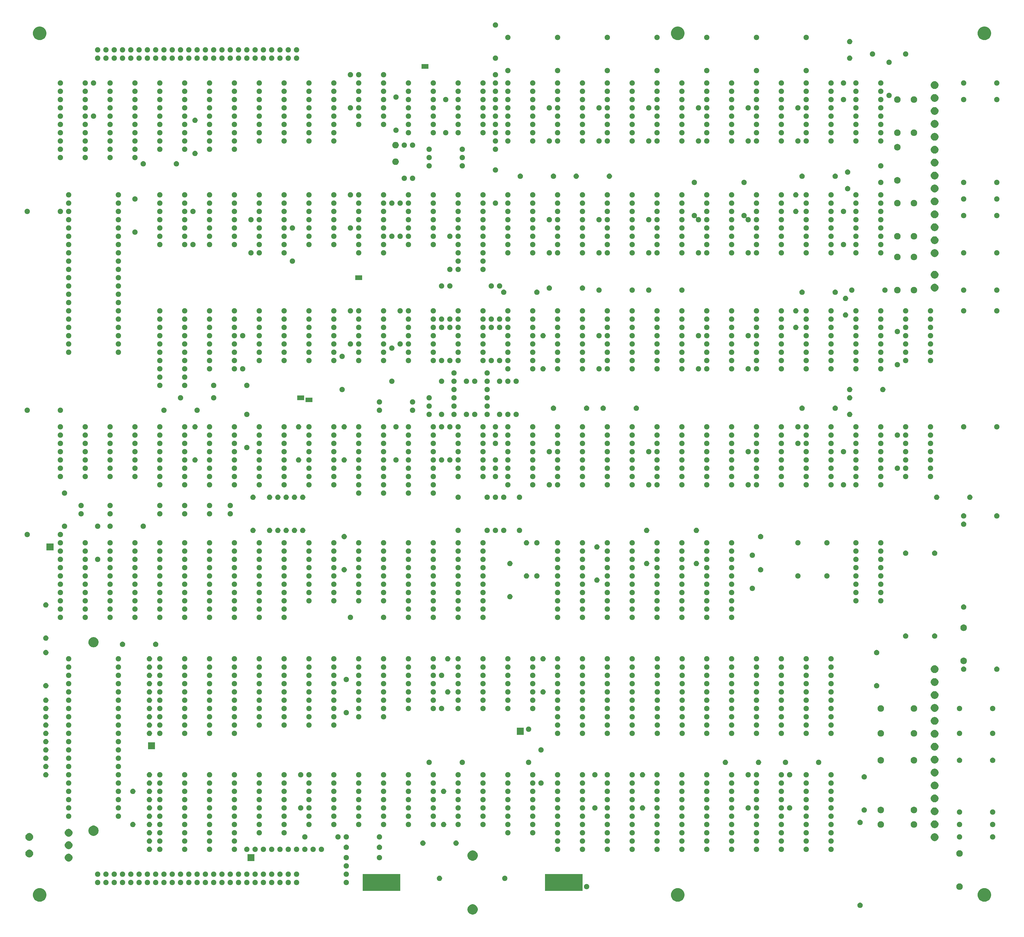
<source format=gbr>
G04 #@! TF.GenerationSoftware,KiCad,Pcbnew,(5.1.5)-3*
G04 #@! TF.CreationDate,2021-10-30T22:10:07-06:00*
G04 #@! TF.ProjectId,taito_video_processor_pcb,74616974-6f5f-4766-9964-656f5f70726f,rev?*
G04 #@! TF.SameCoordinates,Original*
G04 #@! TF.FileFunction,Soldermask,Top*
G04 #@! TF.FilePolarity,Negative*
%FSLAX46Y46*%
G04 Gerber Fmt 4.6, Leading zero omitted, Abs format (unit mm)*
G04 Created by KiCad (PCBNEW (5.1.5)-3) date 2021-10-30 22:10:07*
%MOMM*%
%LPD*%
G04 APERTURE LIST*
%ADD10C,0.100000*%
G04 APERTURE END LIST*
D10*
G36*
X293042267Y-350880263D02*
G01*
X293194411Y-350910526D01*
X293313137Y-350959704D01*
X293481041Y-351029252D01*
X293481042Y-351029253D01*
X293739004Y-351201617D01*
X293958383Y-351420996D01*
X294037965Y-351540100D01*
X294130748Y-351678959D01*
X294175292Y-351786499D01*
X294249474Y-351965589D01*
X294279737Y-352117733D01*
X294310000Y-352269875D01*
X294310000Y-352580125D01*
X294249474Y-352884410D01*
X294130748Y-353171041D01*
X294130747Y-353171042D01*
X293958383Y-353429004D01*
X293739004Y-353648383D01*
X293566639Y-353763553D01*
X293481041Y-353820748D01*
X293313137Y-353890296D01*
X293194411Y-353939474D01*
X293042267Y-353969737D01*
X292890125Y-354000000D01*
X292579875Y-354000000D01*
X292427733Y-353969737D01*
X292275589Y-353939474D01*
X292156863Y-353890296D01*
X291988959Y-353820748D01*
X291903361Y-353763553D01*
X291730996Y-353648383D01*
X291511617Y-353429004D01*
X291339253Y-353171042D01*
X291339252Y-353171041D01*
X291220526Y-352884410D01*
X291160000Y-352580125D01*
X291160000Y-352269875D01*
X291190263Y-352117733D01*
X291220526Y-351965589D01*
X291294708Y-351786499D01*
X291339252Y-351678959D01*
X291432035Y-351540100D01*
X291511617Y-351420996D01*
X291730996Y-351201617D01*
X291988958Y-351029253D01*
X291988959Y-351029252D01*
X292156863Y-350959704D01*
X292275589Y-350910526D01*
X292427733Y-350880263D01*
X292579875Y-350850000D01*
X292890125Y-350850000D01*
X293042267Y-350880263D01*
G37*
G36*
X411717142Y-350373242D02*
G01*
X411865101Y-350434529D01*
X411998255Y-350523499D01*
X412111501Y-350636745D01*
X412200471Y-350769899D01*
X412261758Y-350917858D01*
X412293000Y-351074925D01*
X412293000Y-351235075D01*
X412261758Y-351392142D01*
X412200471Y-351540101D01*
X412111501Y-351673255D01*
X411998255Y-351786501D01*
X411865101Y-351875471D01*
X411717142Y-351936758D01*
X411560075Y-351968000D01*
X411399925Y-351968000D01*
X411242858Y-351936758D01*
X411094899Y-351875471D01*
X410961745Y-351786501D01*
X410848499Y-351673255D01*
X410759529Y-351540101D01*
X410698242Y-351392142D01*
X410667000Y-351235075D01*
X410667000Y-351074925D01*
X410698242Y-350917858D01*
X410759529Y-350769899D01*
X410848499Y-350636745D01*
X410961745Y-350523499D01*
X411094899Y-350434529D01*
X411242858Y-350373242D01*
X411399925Y-350342000D01*
X411560075Y-350342000D01*
X411717142Y-350373242D01*
G37*
G36*
X449877330Y-345915334D02*
G01*
X450187589Y-345977048D01*
X450566671Y-346134069D01*
X450907835Y-346362028D01*
X451197972Y-346652165D01*
X451425931Y-346993329D01*
X451582952Y-347372411D01*
X451663000Y-347774842D01*
X451663000Y-348185158D01*
X451582952Y-348587589D01*
X451425931Y-348966671D01*
X451197972Y-349307835D01*
X450907835Y-349597972D01*
X450566671Y-349825931D01*
X450187589Y-349982952D01*
X449986373Y-350022976D01*
X449785159Y-350063000D01*
X449374841Y-350063000D01*
X449173627Y-350022976D01*
X448972411Y-349982952D01*
X448593329Y-349825931D01*
X448252165Y-349597972D01*
X447962028Y-349307835D01*
X447734069Y-348966671D01*
X447577048Y-348587589D01*
X447497000Y-348185158D01*
X447497000Y-347774842D01*
X447577048Y-347372411D01*
X447734069Y-346993329D01*
X447962028Y-346652165D01*
X448252165Y-346362028D01*
X448593329Y-346134069D01*
X448972411Y-345977048D01*
X449282670Y-345915334D01*
X449374841Y-345897000D01*
X449785159Y-345897000D01*
X449877330Y-345915334D01*
G37*
G36*
X355897330Y-345915334D02*
G01*
X356207589Y-345977048D01*
X356586671Y-346134069D01*
X356927835Y-346362028D01*
X357217972Y-346652165D01*
X357445931Y-346993329D01*
X357602952Y-347372411D01*
X357683000Y-347774842D01*
X357683000Y-348185158D01*
X357602952Y-348587589D01*
X357445931Y-348966671D01*
X357217972Y-349307835D01*
X356927835Y-349597972D01*
X356586671Y-349825931D01*
X356207589Y-349982952D01*
X356006373Y-350022976D01*
X355805159Y-350063000D01*
X355394841Y-350063000D01*
X355193627Y-350022976D01*
X354992411Y-349982952D01*
X354613329Y-349825931D01*
X354272165Y-349597972D01*
X353982028Y-349307835D01*
X353754069Y-348966671D01*
X353597048Y-348587589D01*
X353517000Y-348185158D01*
X353517000Y-347774842D01*
X353597048Y-347372411D01*
X353754069Y-346993329D01*
X353982028Y-346652165D01*
X354272165Y-346362028D01*
X354613329Y-346134069D01*
X354992411Y-345977048D01*
X355302670Y-345915334D01*
X355394841Y-345897000D01*
X355805159Y-345897000D01*
X355897330Y-345915334D01*
G37*
G36*
X160317330Y-345915334D02*
G01*
X160627589Y-345977048D01*
X161006671Y-346134069D01*
X161347835Y-346362028D01*
X161637972Y-346652165D01*
X161865931Y-346993329D01*
X162022952Y-347372411D01*
X162103000Y-347774842D01*
X162103000Y-348185158D01*
X162022952Y-348587589D01*
X161865931Y-348966671D01*
X161637972Y-349307835D01*
X161347835Y-349597972D01*
X161006671Y-349825931D01*
X160627589Y-349982952D01*
X160426373Y-350022976D01*
X160225159Y-350063000D01*
X159814841Y-350063000D01*
X159613627Y-350022976D01*
X159412411Y-349982952D01*
X159033329Y-349825931D01*
X158692165Y-349597972D01*
X158402028Y-349307835D01*
X158174069Y-348966671D01*
X158017048Y-348587589D01*
X157937000Y-348185158D01*
X157937000Y-347774842D01*
X158017048Y-347372411D01*
X158174069Y-346993329D01*
X158402028Y-346652165D01*
X158692165Y-346362028D01*
X159033329Y-346134069D01*
X159412411Y-345977048D01*
X159722670Y-345915334D01*
X159814841Y-345897000D01*
X160225159Y-345897000D01*
X160317330Y-345915334D01*
G37*
G36*
X270561000Y-346761000D02*
G01*
X259029000Y-346761000D01*
X259029000Y-341579000D01*
X270561000Y-341579000D01*
X270561000Y-346761000D01*
G37*
G36*
X326441000Y-346761000D02*
G01*
X314909000Y-346761000D01*
X314909000Y-341579000D01*
X326441000Y-341579000D01*
X326441000Y-346761000D01*
G37*
G36*
X442086425Y-344441988D02*
G01*
X442252710Y-344475063D01*
X442435336Y-344550709D01*
X442599694Y-344660530D01*
X442739470Y-344800306D01*
X442849291Y-344964664D01*
X442924937Y-345147290D01*
X442963500Y-345341164D01*
X442963500Y-345538836D01*
X442924937Y-345732710D01*
X442849291Y-345915336D01*
X442739470Y-346079694D01*
X442599694Y-346219470D01*
X442435336Y-346329291D01*
X442252710Y-346404937D01*
X442086425Y-346438012D01*
X442058837Y-346443500D01*
X441861163Y-346443500D01*
X441833575Y-346438012D01*
X441667290Y-346404937D01*
X441484664Y-346329291D01*
X441320306Y-346219470D01*
X441180530Y-346079694D01*
X441070709Y-345915336D01*
X440995063Y-345732710D01*
X440956500Y-345538836D01*
X440956500Y-345341164D01*
X440995063Y-345147290D01*
X441070709Y-344964664D01*
X441180530Y-344800306D01*
X441320306Y-344660530D01*
X441484664Y-344550709D01*
X441667290Y-344475063D01*
X441833575Y-344441988D01*
X441861163Y-344436500D01*
X442058837Y-344436500D01*
X442086425Y-344441988D01*
G37*
G36*
X327897142Y-344658242D02*
G01*
X328045101Y-344719529D01*
X328178255Y-344808499D01*
X328291501Y-344921745D01*
X328380471Y-345054899D01*
X328441758Y-345202858D01*
X328473000Y-345359925D01*
X328473000Y-345520075D01*
X328441758Y-345677142D01*
X328380471Y-345825101D01*
X328291501Y-345958255D01*
X328178255Y-346071501D01*
X328045101Y-346160471D01*
X327897142Y-346221758D01*
X327740075Y-346253000D01*
X327579925Y-346253000D01*
X327422858Y-346221758D01*
X327274899Y-346160471D01*
X327141745Y-346071501D01*
X327028499Y-345958255D01*
X326939529Y-345825101D01*
X326878242Y-345677142D01*
X326847000Y-345520075D01*
X326847000Y-345359925D01*
X326878242Y-345202858D01*
X326939529Y-345054899D01*
X327028499Y-344921745D01*
X327141745Y-344808499D01*
X327274899Y-344719529D01*
X327422858Y-344658242D01*
X327579925Y-344627000D01*
X327740075Y-344627000D01*
X327897142Y-344658242D01*
G37*
G36*
X211057142Y-343388242D02*
G01*
X211205101Y-343449529D01*
X211338255Y-343538499D01*
X211451501Y-343651745D01*
X211540471Y-343784899D01*
X211601758Y-343932858D01*
X211633000Y-344089925D01*
X211633000Y-344250075D01*
X211601758Y-344407142D01*
X211540471Y-344555101D01*
X211451501Y-344688255D01*
X211338255Y-344801501D01*
X211205101Y-344890471D01*
X211057142Y-344951758D01*
X210900075Y-344983000D01*
X210739925Y-344983000D01*
X210582858Y-344951758D01*
X210434899Y-344890471D01*
X210301745Y-344801501D01*
X210188499Y-344688255D01*
X210099529Y-344555101D01*
X210038242Y-344407142D01*
X210007000Y-344250075D01*
X210007000Y-344089925D01*
X210038242Y-343932858D01*
X210099529Y-343784899D01*
X210188499Y-343651745D01*
X210301745Y-343538499D01*
X210434899Y-343449529D01*
X210582858Y-343388242D01*
X210739925Y-343357000D01*
X210900075Y-343357000D01*
X211057142Y-343388242D01*
G37*
G36*
X223757142Y-343388242D02*
G01*
X223905101Y-343449529D01*
X224038255Y-343538499D01*
X224151501Y-343651745D01*
X224240471Y-343784899D01*
X224301758Y-343932858D01*
X224333000Y-344089925D01*
X224333000Y-344250075D01*
X224301758Y-344407142D01*
X224240471Y-344555101D01*
X224151501Y-344688255D01*
X224038255Y-344801501D01*
X223905101Y-344890471D01*
X223757142Y-344951758D01*
X223600075Y-344983000D01*
X223439925Y-344983000D01*
X223282858Y-344951758D01*
X223134899Y-344890471D01*
X223001745Y-344801501D01*
X222888499Y-344688255D01*
X222799529Y-344555101D01*
X222738242Y-344407142D01*
X222707000Y-344250075D01*
X222707000Y-344089925D01*
X222738242Y-343932858D01*
X222799529Y-343784899D01*
X222888499Y-343651745D01*
X223001745Y-343538499D01*
X223134899Y-343449529D01*
X223282858Y-343388242D01*
X223439925Y-343357000D01*
X223600075Y-343357000D01*
X223757142Y-343388242D01*
G37*
G36*
X200897142Y-343388242D02*
G01*
X201045101Y-343449529D01*
X201178255Y-343538499D01*
X201291501Y-343651745D01*
X201380471Y-343784899D01*
X201441758Y-343932858D01*
X201473000Y-344089925D01*
X201473000Y-344250075D01*
X201441758Y-344407142D01*
X201380471Y-344555101D01*
X201291501Y-344688255D01*
X201178255Y-344801501D01*
X201045101Y-344890471D01*
X200897142Y-344951758D01*
X200740075Y-344983000D01*
X200579925Y-344983000D01*
X200422858Y-344951758D01*
X200274899Y-344890471D01*
X200141745Y-344801501D01*
X200028499Y-344688255D01*
X199939529Y-344555101D01*
X199878242Y-344407142D01*
X199847000Y-344250075D01*
X199847000Y-344089925D01*
X199878242Y-343932858D01*
X199939529Y-343784899D01*
X200028499Y-343651745D01*
X200141745Y-343538499D01*
X200274899Y-343449529D01*
X200422858Y-343388242D01*
X200579925Y-343357000D01*
X200740075Y-343357000D01*
X200897142Y-343388242D01*
G37*
G36*
X203437142Y-343388242D02*
G01*
X203585101Y-343449529D01*
X203718255Y-343538499D01*
X203831501Y-343651745D01*
X203920471Y-343784899D01*
X203981758Y-343932858D01*
X204013000Y-344089925D01*
X204013000Y-344250075D01*
X203981758Y-344407142D01*
X203920471Y-344555101D01*
X203831501Y-344688255D01*
X203718255Y-344801501D01*
X203585101Y-344890471D01*
X203437142Y-344951758D01*
X203280075Y-344983000D01*
X203119925Y-344983000D01*
X202962858Y-344951758D01*
X202814899Y-344890471D01*
X202681745Y-344801501D01*
X202568499Y-344688255D01*
X202479529Y-344555101D01*
X202418242Y-344407142D01*
X202387000Y-344250075D01*
X202387000Y-344089925D01*
X202418242Y-343932858D01*
X202479529Y-343784899D01*
X202568499Y-343651745D01*
X202681745Y-343538499D01*
X202814899Y-343449529D01*
X202962858Y-343388242D01*
X203119925Y-343357000D01*
X203280075Y-343357000D01*
X203437142Y-343388242D01*
G37*
G36*
X228837142Y-343388242D02*
G01*
X228985101Y-343449529D01*
X229118255Y-343538499D01*
X229231501Y-343651745D01*
X229320471Y-343784899D01*
X229381758Y-343932858D01*
X229413000Y-344089925D01*
X229413000Y-344250075D01*
X229381758Y-344407142D01*
X229320471Y-344555101D01*
X229231501Y-344688255D01*
X229118255Y-344801501D01*
X228985101Y-344890471D01*
X228837142Y-344951758D01*
X228680075Y-344983000D01*
X228519925Y-344983000D01*
X228362858Y-344951758D01*
X228214899Y-344890471D01*
X228081745Y-344801501D01*
X227968499Y-344688255D01*
X227879529Y-344555101D01*
X227818242Y-344407142D01*
X227787000Y-344250075D01*
X227787000Y-344089925D01*
X227818242Y-343932858D01*
X227879529Y-343784899D01*
X227968499Y-343651745D01*
X228081745Y-343538499D01*
X228214899Y-343449529D01*
X228362858Y-343388242D01*
X228519925Y-343357000D01*
X228680075Y-343357000D01*
X228837142Y-343388242D01*
G37*
G36*
X226297142Y-343388242D02*
G01*
X226445101Y-343449529D01*
X226578255Y-343538499D01*
X226691501Y-343651745D01*
X226780471Y-343784899D01*
X226841758Y-343932858D01*
X226873000Y-344089925D01*
X226873000Y-344250075D01*
X226841758Y-344407142D01*
X226780471Y-344555101D01*
X226691501Y-344688255D01*
X226578255Y-344801501D01*
X226445101Y-344890471D01*
X226297142Y-344951758D01*
X226140075Y-344983000D01*
X225979925Y-344983000D01*
X225822858Y-344951758D01*
X225674899Y-344890471D01*
X225541745Y-344801501D01*
X225428499Y-344688255D01*
X225339529Y-344555101D01*
X225278242Y-344407142D01*
X225247000Y-344250075D01*
X225247000Y-344089925D01*
X225278242Y-343932858D01*
X225339529Y-343784899D01*
X225428499Y-343651745D01*
X225541745Y-343538499D01*
X225674899Y-343449529D01*
X225822858Y-343388242D01*
X225979925Y-343357000D01*
X226140075Y-343357000D01*
X226297142Y-343388242D01*
G37*
G36*
X236457142Y-343388242D02*
G01*
X236605101Y-343449529D01*
X236738255Y-343538499D01*
X236851501Y-343651745D01*
X236940471Y-343784899D01*
X237001758Y-343932858D01*
X237033000Y-344089925D01*
X237033000Y-344250075D01*
X237001758Y-344407142D01*
X236940471Y-344555101D01*
X236851501Y-344688255D01*
X236738255Y-344801501D01*
X236605101Y-344890471D01*
X236457142Y-344951758D01*
X236300075Y-344983000D01*
X236139925Y-344983000D01*
X235982858Y-344951758D01*
X235834899Y-344890471D01*
X235701745Y-344801501D01*
X235588499Y-344688255D01*
X235499529Y-344555101D01*
X235438242Y-344407142D01*
X235407000Y-344250075D01*
X235407000Y-344089925D01*
X235438242Y-343932858D01*
X235499529Y-343784899D01*
X235588499Y-343651745D01*
X235701745Y-343538499D01*
X235834899Y-343449529D01*
X235982858Y-343388242D01*
X236139925Y-343357000D01*
X236300075Y-343357000D01*
X236457142Y-343388242D01*
G37*
G36*
X233917142Y-343388242D02*
G01*
X234065101Y-343449529D01*
X234198255Y-343538499D01*
X234311501Y-343651745D01*
X234400471Y-343784899D01*
X234461758Y-343932858D01*
X234493000Y-344089925D01*
X234493000Y-344250075D01*
X234461758Y-344407142D01*
X234400471Y-344555101D01*
X234311501Y-344688255D01*
X234198255Y-344801501D01*
X234065101Y-344890471D01*
X233917142Y-344951758D01*
X233760075Y-344983000D01*
X233599925Y-344983000D01*
X233442858Y-344951758D01*
X233294899Y-344890471D01*
X233161745Y-344801501D01*
X233048499Y-344688255D01*
X232959529Y-344555101D01*
X232898242Y-344407142D01*
X232867000Y-344250075D01*
X232867000Y-344089925D01*
X232898242Y-343932858D01*
X232959529Y-343784899D01*
X233048499Y-343651745D01*
X233161745Y-343538499D01*
X233294899Y-343449529D01*
X233442858Y-343388242D01*
X233599925Y-343357000D01*
X233760075Y-343357000D01*
X233917142Y-343388242D01*
G37*
G36*
X238997142Y-343388242D02*
G01*
X239145101Y-343449529D01*
X239278255Y-343538499D01*
X239391501Y-343651745D01*
X239480471Y-343784899D01*
X239541758Y-343932858D01*
X239573000Y-344089925D01*
X239573000Y-344250075D01*
X239541758Y-344407142D01*
X239480471Y-344555101D01*
X239391501Y-344688255D01*
X239278255Y-344801501D01*
X239145101Y-344890471D01*
X238997142Y-344951758D01*
X238840075Y-344983000D01*
X238679925Y-344983000D01*
X238522858Y-344951758D01*
X238374899Y-344890471D01*
X238241745Y-344801501D01*
X238128499Y-344688255D01*
X238039529Y-344555101D01*
X237978242Y-344407142D01*
X237947000Y-344250075D01*
X237947000Y-344089925D01*
X237978242Y-343932858D01*
X238039529Y-343784899D01*
X238128499Y-343651745D01*
X238241745Y-343538499D01*
X238374899Y-343449529D01*
X238522858Y-343388242D01*
X238679925Y-343357000D01*
X238840075Y-343357000D01*
X238997142Y-343388242D01*
G37*
G36*
X231377142Y-343388242D02*
G01*
X231525101Y-343449529D01*
X231658255Y-343538499D01*
X231771501Y-343651745D01*
X231860471Y-343784899D01*
X231921758Y-343932858D01*
X231953000Y-344089925D01*
X231953000Y-344250075D01*
X231921758Y-344407142D01*
X231860471Y-344555101D01*
X231771501Y-344688255D01*
X231658255Y-344801501D01*
X231525101Y-344890471D01*
X231377142Y-344951758D01*
X231220075Y-344983000D01*
X231059925Y-344983000D01*
X230902858Y-344951758D01*
X230754899Y-344890471D01*
X230621745Y-344801501D01*
X230508499Y-344688255D01*
X230419529Y-344555101D01*
X230358242Y-344407142D01*
X230327000Y-344250075D01*
X230327000Y-344089925D01*
X230358242Y-343932858D01*
X230419529Y-343784899D01*
X230508499Y-343651745D01*
X230621745Y-343538499D01*
X230754899Y-343449529D01*
X230902858Y-343388242D01*
X231059925Y-343357000D01*
X231220075Y-343357000D01*
X231377142Y-343388242D01*
G37*
G36*
X254237142Y-343388242D02*
G01*
X254385101Y-343449529D01*
X254518255Y-343538499D01*
X254631501Y-343651745D01*
X254720471Y-343784899D01*
X254781758Y-343932858D01*
X254813000Y-344089925D01*
X254813000Y-344250075D01*
X254781758Y-344407142D01*
X254720471Y-344555101D01*
X254631501Y-344688255D01*
X254518255Y-344801501D01*
X254385101Y-344890471D01*
X254237142Y-344951758D01*
X254080075Y-344983000D01*
X253919925Y-344983000D01*
X253762858Y-344951758D01*
X253614899Y-344890471D01*
X253481745Y-344801501D01*
X253368499Y-344688255D01*
X253279529Y-344555101D01*
X253218242Y-344407142D01*
X253187000Y-344250075D01*
X253187000Y-344089925D01*
X253218242Y-343932858D01*
X253279529Y-343784899D01*
X253368499Y-343651745D01*
X253481745Y-343538499D01*
X253614899Y-343449529D01*
X253762858Y-343388242D01*
X253919925Y-343357000D01*
X254080075Y-343357000D01*
X254237142Y-343388242D01*
G37*
G36*
X185657142Y-343388242D02*
G01*
X185805101Y-343449529D01*
X185938255Y-343538499D01*
X186051501Y-343651745D01*
X186140471Y-343784899D01*
X186201758Y-343932858D01*
X186233000Y-344089925D01*
X186233000Y-344250075D01*
X186201758Y-344407142D01*
X186140471Y-344555101D01*
X186051501Y-344688255D01*
X185938255Y-344801501D01*
X185805101Y-344890471D01*
X185657142Y-344951758D01*
X185500075Y-344983000D01*
X185339925Y-344983000D01*
X185182858Y-344951758D01*
X185034899Y-344890471D01*
X184901745Y-344801501D01*
X184788499Y-344688255D01*
X184699529Y-344555101D01*
X184638242Y-344407142D01*
X184607000Y-344250075D01*
X184607000Y-344089925D01*
X184638242Y-343932858D01*
X184699529Y-343784899D01*
X184788499Y-343651745D01*
X184901745Y-343538499D01*
X185034899Y-343449529D01*
X185182858Y-343388242D01*
X185339925Y-343357000D01*
X185500075Y-343357000D01*
X185657142Y-343388242D01*
G37*
G36*
X190737142Y-343388242D02*
G01*
X190885101Y-343449529D01*
X191018255Y-343538499D01*
X191131501Y-343651745D01*
X191220471Y-343784899D01*
X191281758Y-343932858D01*
X191313000Y-344089925D01*
X191313000Y-344250075D01*
X191281758Y-344407142D01*
X191220471Y-344555101D01*
X191131501Y-344688255D01*
X191018255Y-344801501D01*
X190885101Y-344890471D01*
X190737142Y-344951758D01*
X190580075Y-344983000D01*
X190419925Y-344983000D01*
X190262858Y-344951758D01*
X190114899Y-344890471D01*
X189981745Y-344801501D01*
X189868499Y-344688255D01*
X189779529Y-344555101D01*
X189718242Y-344407142D01*
X189687000Y-344250075D01*
X189687000Y-344089925D01*
X189718242Y-343932858D01*
X189779529Y-343784899D01*
X189868499Y-343651745D01*
X189981745Y-343538499D01*
X190114899Y-343449529D01*
X190262858Y-343388242D01*
X190419925Y-343357000D01*
X190580075Y-343357000D01*
X190737142Y-343388242D01*
G37*
G36*
X195817142Y-343388242D02*
G01*
X195965101Y-343449529D01*
X196098255Y-343538499D01*
X196211501Y-343651745D01*
X196300471Y-343784899D01*
X196361758Y-343932858D01*
X196393000Y-344089925D01*
X196393000Y-344250075D01*
X196361758Y-344407142D01*
X196300471Y-344555101D01*
X196211501Y-344688255D01*
X196098255Y-344801501D01*
X195965101Y-344890471D01*
X195817142Y-344951758D01*
X195660075Y-344983000D01*
X195499925Y-344983000D01*
X195342858Y-344951758D01*
X195194899Y-344890471D01*
X195061745Y-344801501D01*
X194948499Y-344688255D01*
X194859529Y-344555101D01*
X194798242Y-344407142D01*
X194767000Y-344250075D01*
X194767000Y-344089925D01*
X194798242Y-343932858D01*
X194859529Y-343784899D01*
X194948499Y-343651745D01*
X195061745Y-343538499D01*
X195194899Y-343449529D01*
X195342858Y-343388242D01*
X195499925Y-343357000D01*
X195660075Y-343357000D01*
X195817142Y-343388242D01*
G37*
G36*
X178037142Y-343388242D02*
G01*
X178185101Y-343449529D01*
X178318255Y-343538499D01*
X178431501Y-343651745D01*
X178520471Y-343784899D01*
X178581758Y-343932858D01*
X178613000Y-344089925D01*
X178613000Y-344250075D01*
X178581758Y-344407142D01*
X178520471Y-344555101D01*
X178431501Y-344688255D01*
X178318255Y-344801501D01*
X178185101Y-344890471D01*
X178037142Y-344951758D01*
X177880075Y-344983000D01*
X177719925Y-344983000D01*
X177562858Y-344951758D01*
X177414899Y-344890471D01*
X177281745Y-344801501D01*
X177168499Y-344688255D01*
X177079529Y-344555101D01*
X177018242Y-344407142D01*
X176987000Y-344250075D01*
X176987000Y-344089925D01*
X177018242Y-343932858D01*
X177079529Y-343784899D01*
X177168499Y-343651745D01*
X177281745Y-343538499D01*
X177414899Y-343449529D01*
X177562858Y-343388242D01*
X177719925Y-343357000D01*
X177880075Y-343357000D01*
X178037142Y-343388242D01*
G37*
G36*
X205977142Y-343388242D02*
G01*
X206125101Y-343449529D01*
X206258255Y-343538499D01*
X206371501Y-343651745D01*
X206460471Y-343784899D01*
X206521758Y-343932858D01*
X206553000Y-344089925D01*
X206553000Y-344250075D01*
X206521758Y-344407142D01*
X206460471Y-344555101D01*
X206371501Y-344688255D01*
X206258255Y-344801501D01*
X206125101Y-344890471D01*
X205977142Y-344951758D01*
X205820075Y-344983000D01*
X205659925Y-344983000D01*
X205502858Y-344951758D01*
X205354899Y-344890471D01*
X205221745Y-344801501D01*
X205108499Y-344688255D01*
X205019529Y-344555101D01*
X204958242Y-344407142D01*
X204927000Y-344250075D01*
X204927000Y-344089925D01*
X204958242Y-343932858D01*
X205019529Y-343784899D01*
X205108499Y-343651745D01*
X205221745Y-343538499D01*
X205354899Y-343449529D01*
X205502858Y-343388242D01*
X205659925Y-343357000D01*
X205820075Y-343357000D01*
X205977142Y-343388242D01*
G37*
G36*
X213597142Y-343388242D02*
G01*
X213745101Y-343449529D01*
X213878255Y-343538499D01*
X213991501Y-343651745D01*
X214080471Y-343784899D01*
X214141758Y-343932858D01*
X214173000Y-344089925D01*
X214173000Y-344250075D01*
X214141758Y-344407142D01*
X214080471Y-344555101D01*
X213991501Y-344688255D01*
X213878255Y-344801501D01*
X213745101Y-344890471D01*
X213597142Y-344951758D01*
X213440075Y-344983000D01*
X213279925Y-344983000D01*
X213122858Y-344951758D01*
X212974899Y-344890471D01*
X212841745Y-344801501D01*
X212728499Y-344688255D01*
X212639529Y-344555101D01*
X212578242Y-344407142D01*
X212547000Y-344250075D01*
X212547000Y-344089925D01*
X212578242Y-343932858D01*
X212639529Y-343784899D01*
X212728499Y-343651745D01*
X212841745Y-343538499D01*
X212974899Y-343449529D01*
X213122858Y-343388242D01*
X213279925Y-343357000D01*
X213440075Y-343357000D01*
X213597142Y-343388242D01*
G37*
G36*
X208517142Y-343388242D02*
G01*
X208665101Y-343449529D01*
X208798255Y-343538499D01*
X208911501Y-343651745D01*
X209000471Y-343784899D01*
X209061758Y-343932858D01*
X209093000Y-344089925D01*
X209093000Y-344250075D01*
X209061758Y-344407142D01*
X209000471Y-344555101D01*
X208911501Y-344688255D01*
X208798255Y-344801501D01*
X208665101Y-344890471D01*
X208517142Y-344951758D01*
X208360075Y-344983000D01*
X208199925Y-344983000D01*
X208042858Y-344951758D01*
X207894899Y-344890471D01*
X207761745Y-344801501D01*
X207648499Y-344688255D01*
X207559529Y-344555101D01*
X207498242Y-344407142D01*
X207467000Y-344250075D01*
X207467000Y-344089925D01*
X207498242Y-343932858D01*
X207559529Y-343784899D01*
X207648499Y-343651745D01*
X207761745Y-343538499D01*
X207894899Y-343449529D01*
X208042858Y-343388242D01*
X208199925Y-343357000D01*
X208360075Y-343357000D01*
X208517142Y-343388242D01*
G37*
G36*
X193277142Y-343388242D02*
G01*
X193425101Y-343449529D01*
X193558255Y-343538499D01*
X193671501Y-343651745D01*
X193760471Y-343784899D01*
X193821758Y-343932858D01*
X193853000Y-344089925D01*
X193853000Y-344250075D01*
X193821758Y-344407142D01*
X193760471Y-344555101D01*
X193671501Y-344688255D01*
X193558255Y-344801501D01*
X193425101Y-344890471D01*
X193277142Y-344951758D01*
X193120075Y-344983000D01*
X192959925Y-344983000D01*
X192802858Y-344951758D01*
X192654899Y-344890471D01*
X192521745Y-344801501D01*
X192408499Y-344688255D01*
X192319529Y-344555101D01*
X192258242Y-344407142D01*
X192227000Y-344250075D01*
X192227000Y-344089925D01*
X192258242Y-343932858D01*
X192319529Y-343784899D01*
X192408499Y-343651745D01*
X192521745Y-343538499D01*
X192654899Y-343449529D01*
X192802858Y-343388242D01*
X192959925Y-343357000D01*
X193120075Y-343357000D01*
X193277142Y-343388242D01*
G37*
G36*
X216137142Y-343388242D02*
G01*
X216285101Y-343449529D01*
X216418255Y-343538499D01*
X216531501Y-343651745D01*
X216620471Y-343784899D01*
X216681758Y-343932858D01*
X216713000Y-344089925D01*
X216713000Y-344250075D01*
X216681758Y-344407142D01*
X216620471Y-344555101D01*
X216531501Y-344688255D01*
X216418255Y-344801501D01*
X216285101Y-344890471D01*
X216137142Y-344951758D01*
X215980075Y-344983000D01*
X215819925Y-344983000D01*
X215662858Y-344951758D01*
X215514899Y-344890471D01*
X215381745Y-344801501D01*
X215268499Y-344688255D01*
X215179529Y-344555101D01*
X215118242Y-344407142D01*
X215087000Y-344250075D01*
X215087000Y-344089925D01*
X215118242Y-343932858D01*
X215179529Y-343784899D01*
X215268499Y-343651745D01*
X215381745Y-343538499D01*
X215514899Y-343449529D01*
X215662858Y-343388242D01*
X215819925Y-343357000D01*
X215980075Y-343357000D01*
X216137142Y-343388242D01*
G37*
G36*
X218677142Y-343388242D02*
G01*
X218825101Y-343449529D01*
X218958255Y-343538499D01*
X219071501Y-343651745D01*
X219160471Y-343784899D01*
X219221758Y-343932858D01*
X219253000Y-344089925D01*
X219253000Y-344250075D01*
X219221758Y-344407142D01*
X219160471Y-344555101D01*
X219071501Y-344688255D01*
X218958255Y-344801501D01*
X218825101Y-344890471D01*
X218677142Y-344951758D01*
X218520075Y-344983000D01*
X218359925Y-344983000D01*
X218202858Y-344951758D01*
X218054899Y-344890471D01*
X217921745Y-344801501D01*
X217808499Y-344688255D01*
X217719529Y-344555101D01*
X217658242Y-344407142D01*
X217627000Y-344250075D01*
X217627000Y-344089925D01*
X217658242Y-343932858D01*
X217719529Y-343784899D01*
X217808499Y-343651745D01*
X217921745Y-343538499D01*
X218054899Y-343449529D01*
X218202858Y-343388242D01*
X218359925Y-343357000D01*
X218520075Y-343357000D01*
X218677142Y-343388242D01*
G37*
G36*
X180577142Y-343388242D02*
G01*
X180725101Y-343449529D01*
X180858255Y-343538499D01*
X180971501Y-343651745D01*
X181060471Y-343784899D01*
X181121758Y-343932858D01*
X181153000Y-344089925D01*
X181153000Y-344250075D01*
X181121758Y-344407142D01*
X181060471Y-344555101D01*
X180971501Y-344688255D01*
X180858255Y-344801501D01*
X180725101Y-344890471D01*
X180577142Y-344951758D01*
X180420075Y-344983000D01*
X180259925Y-344983000D01*
X180102858Y-344951758D01*
X179954899Y-344890471D01*
X179821745Y-344801501D01*
X179708499Y-344688255D01*
X179619529Y-344555101D01*
X179558242Y-344407142D01*
X179527000Y-344250075D01*
X179527000Y-344089925D01*
X179558242Y-343932858D01*
X179619529Y-343784899D01*
X179708499Y-343651745D01*
X179821745Y-343538499D01*
X179954899Y-343449529D01*
X180102858Y-343388242D01*
X180259925Y-343357000D01*
X180420075Y-343357000D01*
X180577142Y-343388242D01*
G37*
G36*
X183117142Y-343388242D02*
G01*
X183265101Y-343449529D01*
X183398255Y-343538499D01*
X183511501Y-343651745D01*
X183600471Y-343784899D01*
X183661758Y-343932858D01*
X183693000Y-344089925D01*
X183693000Y-344250075D01*
X183661758Y-344407142D01*
X183600471Y-344555101D01*
X183511501Y-344688255D01*
X183398255Y-344801501D01*
X183265101Y-344890471D01*
X183117142Y-344951758D01*
X182960075Y-344983000D01*
X182799925Y-344983000D01*
X182642858Y-344951758D01*
X182494899Y-344890471D01*
X182361745Y-344801501D01*
X182248499Y-344688255D01*
X182159529Y-344555101D01*
X182098242Y-344407142D01*
X182067000Y-344250075D01*
X182067000Y-344089925D01*
X182098242Y-343932858D01*
X182159529Y-343784899D01*
X182248499Y-343651745D01*
X182361745Y-343538499D01*
X182494899Y-343449529D01*
X182642858Y-343388242D01*
X182799925Y-343357000D01*
X182960075Y-343357000D01*
X183117142Y-343388242D01*
G37*
G36*
X188197142Y-343388242D02*
G01*
X188345101Y-343449529D01*
X188478255Y-343538499D01*
X188591501Y-343651745D01*
X188680471Y-343784899D01*
X188741758Y-343932858D01*
X188773000Y-344089925D01*
X188773000Y-344250075D01*
X188741758Y-344407142D01*
X188680471Y-344555101D01*
X188591501Y-344688255D01*
X188478255Y-344801501D01*
X188345101Y-344890471D01*
X188197142Y-344951758D01*
X188040075Y-344983000D01*
X187879925Y-344983000D01*
X187722858Y-344951758D01*
X187574899Y-344890471D01*
X187441745Y-344801501D01*
X187328499Y-344688255D01*
X187239529Y-344555101D01*
X187178242Y-344407142D01*
X187147000Y-344250075D01*
X187147000Y-344089925D01*
X187178242Y-343932858D01*
X187239529Y-343784899D01*
X187328499Y-343651745D01*
X187441745Y-343538499D01*
X187574899Y-343449529D01*
X187722858Y-343388242D01*
X187879925Y-343357000D01*
X188040075Y-343357000D01*
X188197142Y-343388242D01*
G37*
G36*
X221217142Y-343388242D02*
G01*
X221365101Y-343449529D01*
X221498255Y-343538499D01*
X221611501Y-343651745D01*
X221700471Y-343784899D01*
X221761758Y-343932858D01*
X221793000Y-344089925D01*
X221793000Y-344250075D01*
X221761758Y-344407142D01*
X221700471Y-344555101D01*
X221611501Y-344688255D01*
X221498255Y-344801501D01*
X221365101Y-344890471D01*
X221217142Y-344951758D01*
X221060075Y-344983000D01*
X220899925Y-344983000D01*
X220742858Y-344951758D01*
X220594899Y-344890471D01*
X220461745Y-344801501D01*
X220348499Y-344688255D01*
X220259529Y-344555101D01*
X220198242Y-344407142D01*
X220167000Y-344250075D01*
X220167000Y-344089925D01*
X220198242Y-343932858D01*
X220259529Y-343784899D01*
X220348499Y-343651745D01*
X220461745Y-343538499D01*
X220594899Y-343449529D01*
X220742858Y-343388242D01*
X220899925Y-343357000D01*
X221060075Y-343357000D01*
X221217142Y-343388242D01*
G37*
G36*
X198357142Y-343388242D02*
G01*
X198505101Y-343449529D01*
X198638255Y-343538499D01*
X198751501Y-343651745D01*
X198840471Y-343784899D01*
X198901758Y-343932858D01*
X198933000Y-344089925D01*
X198933000Y-344250075D01*
X198901758Y-344407142D01*
X198840471Y-344555101D01*
X198751501Y-344688255D01*
X198638255Y-344801501D01*
X198505101Y-344890471D01*
X198357142Y-344951758D01*
X198200075Y-344983000D01*
X198039925Y-344983000D01*
X197882858Y-344951758D01*
X197734899Y-344890471D01*
X197601745Y-344801501D01*
X197488499Y-344688255D01*
X197399529Y-344555101D01*
X197338242Y-344407142D01*
X197307000Y-344250075D01*
X197307000Y-344089925D01*
X197338242Y-343932858D01*
X197399529Y-343784899D01*
X197488499Y-343651745D01*
X197601745Y-343538499D01*
X197734899Y-343449529D01*
X197882858Y-343388242D01*
X198039925Y-343357000D01*
X198200075Y-343357000D01*
X198357142Y-343388242D01*
G37*
G36*
X282812142Y-342118242D02*
G01*
X282960101Y-342179529D01*
X283093255Y-342268499D01*
X283206501Y-342381745D01*
X283295471Y-342514899D01*
X283356758Y-342662858D01*
X283388000Y-342819925D01*
X283388000Y-342980075D01*
X283356758Y-343137142D01*
X283295471Y-343285101D01*
X283206501Y-343418255D01*
X283093255Y-343531501D01*
X282960101Y-343620471D01*
X282812142Y-343681758D01*
X282655075Y-343713000D01*
X282494925Y-343713000D01*
X282337858Y-343681758D01*
X282189899Y-343620471D01*
X282056745Y-343531501D01*
X281943499Y-343418255D01*
X281854529Y-343285101D01*
X281793242Y-343137142D01*
X281762000Y-342980075D01*
X281762000Y-342819925D01*
X281793242Y-342662858D01*
X281854529Y-342514899D01*
X281943499Y-342381745D01*
X282056745Y-342268499D01*
X282189899Y-342179529D01*
X282337858Y-342118242D01*
X282494925Y-342087000D01*
X282655075Y-342087000D01*
X282812142Y-342118242D01*
G37*
G36*
X302812142Y-342118242D02*
G01*
X302960101Y-342179529D01*
X303093255Y-342268499D01*
X303206501Y-342381745D01*
X303295471Y-342514899D01*
X303356758Y-342662858D01*
X303388000Y-342819925D01*
X303388000Y-342980075D01*
X303356758Y-343137142D01*
X303295471Y-343285101D01*
X303206501Y-343418255D01*
X303093255Y-343531501D01*
X302960101Y-343620471D01*
X302812142Y-343681758D01*
X302655075Y-343713000D01*
X302494925Y-343713000D01*
X302337858Y-343681758D01*
X302189899Y-343620471D01*
X302056745Y-343531501D01*
X301943499Y-343418255D01*
X301854529Y-343285101D01*
X301793242Y-343137142D01*
X301762000Y-342980075D01*
X301762000Y-342819925D01*
X301793242Y-342662858D01*
X301854529Y-342514899D01*
X301943499Y-342381745D01*
X302056745Y-342268499D01*
X302189899Y-342179529D01*
X302337858Y-342118242D01*
X302494925Y-342087000D01*
X302655075Y-342087000D01*
X302812142Y-342118242D01*
G37*
G36*
X236457142Y-340848242D02*
G01*
X236605101Y-340909529D01*
X236738255Y-340998499D01*
X236851501Y-341111745D01*
X236940471Y-341244899D01*
X237001758Y-341392858D01*
X237033000Y-341549925D01*
X237033000Y-341710075D01*
X237001758Y-341867142D01*
X236940471Y-342015101D01*
X236851501Y-342148255D01*
X236738255Y-342261501D01*
X236605101Y-342350471D01*
X236457142Y-342411758D01*
X236300075Y-342443000D01*
X236139925Y-342443000D01*
X235982858Y-342411758D01*
X235834899Y-342350471D01*
X235701745Y-342261501D01*
X235588499Y-342148255D01*
X235499529Y-342015101D01*
X235438242Y-341867142D01*
X235407000Y-341710075D01*
X235407000Y-341549925D01*
X235438242Y-341392858D01*
X235499529Y-341244899D01*
X235588499Y-341111745D01*
X235701745Y-340998499D01*
X235834899Y-340909529D01*
X235982858Y-340848242D01*
X236139925Y-340817000D01*
X236300075Y-340817000D01*
X236457142Y-340848242D01*
G37*
G36*
X195817142Y-340848242D02*
G01*
X195965101Y-340909529D01*
X196098255Y-340998499D01*
X196211501Y-341111745D01*
X196300471Y-341244899D01*
X196361758Y-341392858D01*
X196393000Y-341549925D01*
X196393000Y-341710075D01*
X196361758Y-341867142D01*
X196300471Y-342015101D01*
X196211501Y-342148255D01*
X196098255Y-342261501D01*
X195965101Y-342350471D01*
X195817142Y-342411758D01*
X195660075Y-342443000D01*
X195499925Y-342443000D01*
X195342858Y-342411758D01*
X195194899Y-342350471D01*
X195061745Y-342261501D01*
X194948499Y-342148255D01*
X194859529Y-342015101D01*
X194798242Y-341867142D01*
X194767000Y-341710075D01*
X194767000Y-341549925D01*
X194798242Y-341392858D01*
X194859529Y-341244899D01*
X194948499Y-341111745D01*
X195061745Y-340998499D01*
X195194899Y-340909529D01*
X195342858Y-340848242D01*
X195499925Y-340817000D01*
X195660075Y-340817000D01*
X195817142Y-340848242D01*
G37*
G36*
X198357142Y-340848242D02*
G01*
X198505101Y-340909529D01*
X198638255Y-340998499D01*
X198751501Y-341111745D01*
X198840471Y-341244899D01*
X198901758Y-341392858D01*
X198933000Y-341549925D01*
X198933000Y-341710075D01*
X198901758Y-341867142D01*
X198840471Y-342015101D01*
X198751501Y-342148255D01*
X198638255Y-342261501D01*
X198505101Y-342350471D01*
X198357142Y-342411758D01*
X198200075Y-342443000D01*
X198039925Y-342443000D01*
X197882858Y-342411758D01*
X197734899Y-342350471D01*
X197601745Y-342261501D01*
X197488499Y-342148255D01*
X197399529Y-342015101D01*
X197338242Y-341867142D01*
X197307000Y-341710075D01*
X197307000Y-341549925D01*
X197338242Y-341392858D01*
X197399529Y-341244899D01*
X197488499Y-341111745D01*
X197601745Y-340998499D01*
X197734899Y-340909529D01*
X197882858Y-340848242D01*
X198039925Y-340817000D01*
X198200075Y-340817000D01*
X198357142Y-340848242D01*
G37*
G36*
X200897142Y-340848242D02*
G01*
X201045101Y-340909529D01*
X201178255Y-340998499D01*
X201291501Y-341111745D01*
X201380471Y-341244899D01*
X201441758Y-341392858D01*
X201473000Y-341549925D01*
X201473000Y-341710075D01*
X201441758Y-341867142D01*
X201380471Y-342015101D01*
X201291501Y-342148255D01*
X201178255Y-342261501D01*
X201045101Y-342350471D01*
X200897142Y-342411758D01*
X200740075Y-342443000D01*
X200579925Y-342443000D01*
X200422858Y-342411758D01*
X200274899Y-342350471D01*
X200141745Y-342261501D01*
X200028499Y-342148255D01*
X199939529Y-342015101D01*
X199878242Y-341867142D01*
X199847000Y-341710075D01*
X199847000Y-341549925D01*
X199878242Y-341392858D01*
X199939529Y-341244899D01*
X200028499Y-341111745D01*
X200141745Y-340998499D01*
X200274899Y-340909529D01*
X200422858Y-340848242D01*
X200579925Y-340817000D01*
X200740075Y-340817000D01*
X200897142Y-340848242D01*
G37*
G36*
X203437142Y-340848242D02*
G01*
X203585101Y-340909529D01*
X203718255Y-340998499D01*
X203831501Y-341111745D01*
X203920471Y-341244899D01*
X203981758Y-341392858D01*
X204013000Y-341549925D01*
X204013000Y-341710075D01*
X203981758Y-341867142D01*
X203920471Y-342015101D01*
X203831501Y-342148255D01*
X203718255Y-342261501D01*
X203585101Y-342350471D01*
X203437142Y-342411758D01*
X203280075Y-342443000D01*
X203119925Y-342443000D01*
X202962858Y-342411758D01*
X202814899Y-342350471D01*
X202681745Y-342261501D01*
X202568499Y-342148255D01*
X202479529Y-342015101D01*
X202418242Y-341867142D01*
X202387000Y-341710075D01*
X202387000Y-341549925D01*
X202418242Y-341392858D01*
X202479529Y-341244899D01*
X202568499Y-341111745D01*
X202681745Y-340998499D01*
X202814899Y-340909529D01*
X202962858Y-340848242D01*
X203119925Y-340817000D01*
X203280075Y-340817000D01*
X203437142Y-340848242D01*
G37*
G36*
X183117142Y-340848242D02*
G01*
X183265101Y-340909529D01*
X183398255Y-340998499D01*
X183511501Y-341111745D01*
X183600471Y-341244899D01*
X183661758Y-341392858D01*
X183693000Y-341549925D01*
X183693000Y-341710075D01*
X183661758Y-341867142D01*
X183600471Y-342015101D01*
X183511501Y-342148255D01*
X183398255Y-342261501D01*
X183265101Y-342350471D01*
X183117142Y-342411758D01*
X182960075Y-342443000D01*
X182799925Y-342443000D01*
X182642858Y-342411758D01*
X182494899Y-342350471D01*
X182361745Y-342261501D01*
X182248499Y-342148255D01*
X182159529Y-342015101D01*
X182098242Y-341867142D01*
X182067000Y-341710075D01*
X182067000Y-341549925D01*
X182098242Y-341392858D01*
X182159529Y-341244899D01*
X182248499Y-341111745D01*
X182361745Y-340998499D01*
X182494899Y-340909529D01*
X182642858Y-340848242D01*
X182799925Y-340817000D01*
X182960075Y-340817000D01*
X183117142Y-340848242D01*
G37*
G36*
X208517142Y-340848242D02*
G01*
X208665101Y-340909529D01*
X208798255Y-340998499D01*
X208911501Y-341111745D01*
X209000471Y-341244899D01*
X209061758Y-341392858D01*
X209093000Y-341549925D01*
X209093000Y-341710075D01*
X209061758Y-341867142D01*
X209000471Y-342015101D01*
X208911501Y-342148255D01*
X208798255Y-342261501D01*
X208665101Y-342350471D01*
X208517142Y-342411758D01*
X208360075Y-342443000D01*
X208199925Y-342443000D01*
X208042858Y-342411758D01*
X207894899Y-342350471D01*
X207761745Y-342261501D01*
X207648499Y-342148255D01*
X207559529Y-342015101D01*
X207498242Y-341867142D01*
X207467000Y-341710075D01*
X207467000Y-341549925D01*
X207498242Y-341392858D01*
X207559529Y-341244899D01*
X207648499Y-341111745D01*
X207761745Y-340998499D01*
X207894899Y-340909529D01*
X208042858Y-340848242D01*
X208199925Y-340817000D01*
X208360075Y-340817000D01*
X208517142Y-340848242D01*
G37*
G36*
X211057142Y-340848242D02*
G01*
X211205101Y-340909529D01*
X211338255Y-340998499D01*
X211451501Y-341111745D01*
X211540471Y-341244899D01*
X211601758Y-341392858D01*
X211633000Y-341549925D01*
X211633000Y-341710075D01*
X211601758Y-341867142D01*
X211540471Y-342015101D01*
X211451501Y-342148255D01*
X211338255Y-342261501D01*
X211205101Y-342350471D01*
X211057142Y-342411758D01*
X210900075Y-342443000D01*
X210739925Y-342443000D01*
X210582858Y-342411758D01*
X210434899Y-342350471D01*
X210301745Y-342261501D01*
X210188499Y-342148255D01*
X210099529Y-342015101D01*
X210038242Y-341867142D01*
X210007000Y-341710075D01*
X210007000Y-341549925D01*
X210038242Y-341392858D01*
X210099529Y-341244899D01*
X210188499Y-341111745D01*
X210301745Y-340998499D01*
X210434899Y-340909529D01*
X210582858Y-340848242D01*
X210739925Y-340817000D01*
X210900075Y-340817000D01*
X211057142Y-340848242D01*
G37*
G36*
X205977142Y-340848242D02*
G01*
X206125101Y-340909529D01*
X206258255Y-340998499D01*
X206371501Y-341111745D01*
X206460471Y-341244899D01*
X206521758Y-341392858D01*
X206553000Y-341549925D01*
X206553000Y-341710075D01*
X206521758Y-341867142D01*
X206460471Y-342015101D01*
X206371501Y-342148255D01*
X206258255Y-342261501D01*
X206125101Y-342350471D01*
X205977142Y-342411758D01*
X205820075Y-342443000D01*
X205659925Y-342443000D01*
X205502858Y-342411758D01*
X205354899Y-342350471D01*
X205221745Y-342261501D01*
X205108499Y-342148255D01*
X205019529Y-342015101D01*
X204958242Y-341867142D01*
X204927000Y-341710075D01*
X204927000Y-341549925D01*
X204958242Y-341392858D01*
X205019529Y-341244899D01*
X205108499Y-341111745D01*
X205221745Y-340998499D01*
X205354899Y-340909529D01*
X205502858Y-340848242D01*
X205659925Y-340817000D01*
X205820075Y-340817000D01*
X205977142Y-340848242D01*
G37*
G36*
X190737142Y-340848242D02*
G01*
X190885101Y-340909529D01*
X191018255Y-340998499D01*
X191131501Y-341111745D01*
X191220471Y-341244899D01*
X191281758Y-341392858D01*
X191313000Y-341549925D01*
X191313000Y-341710075D01*
X191281758Y-341867142D01*
X191220471Y-342015101D01*
X191131501Y-342148255D01*
X191018255Y-342261501D01*
X190885101Y-342350471D01*
X190737142Y-342411758D01*
X190580075Y-342443000D01*
X190419925Y-342443000D01*
X190262858Y-342411758D01*
X190114899Y-342350471D01*
X189981745Y-342261501D01*
X189868499Y-342148255D01*
X189779529Y-342015101D01*
X189718242Y-341867142D01*
X189687000Y-341710075D01*
X189687000Y-341549925D01*
X189718242Y-341392858D01*
X189779529Y-341244899D01*
X189868499Y-341111745D01*
X189981745Y-340998499D01*
X190114899Y-340909529D01*
X190262858Y-340848242D01*
X190419925Y-340817000D01*
X190580075Y-340817000D01*
X190737142Y-340848242D01*
G37*
G36*
X188197142Y-340848242D02*
G01*
X188345101Y-340909529D01*
X188478255Y-340998499D01*
X188591501Y-341111745D01*
X188680471Y-341244899D01*
X188741758Y-341392858D01*
X188773000Y-341549925D01*
X188773000Y-341710075D01*
X188741758Y-341867142D01*
X188680471Y-342015101D01*
X188591501Y-342148255D01*
X188478255Y-342261501D01*
X188345101Y-342350471D01*
X188197142Y-342411758D01*
X188040075Y-342443000D01*
X187879925Y-342443000D01*
X187722858Y-342411758D01*
X187574899Y-342350471D01*
X187441745Y-342261501D01*
X187328499Y-342148255D01*
X187239529Y-342015101D01*
X187178242Y-341867142D01*
X187147000Y-341710075D01*
X187147000Y-341549925D01*
X187178242Y-341392858D01*
X187239529Y-341244899D01*
X187328499Y-341111745D01*
X187441745Y-340998499D01*
X187574899Y-340909529D01*
X187722858Y-340848242D01*
X187879925Y-340817000D01*
X188040075Y-340817000D01*
X188197142Y-340848242D01*
G37*
G36*
X193277142Y-340848242D02*
G01*
X193425101Y-340909529D01*
X193558255Y-340998499D01*
X193671501Y-341111745D01*
X193760471Y-341244899D01*
X193821758Y-341392858D01*
X193853000Y-341549925D01*
X193853000Y-341710075D01*
X193821758Y-341867142D01*
X193760471Y-342015101D01*
X193671501Y-342148255D01*
X193558255Y-342261501D01*
X193425101Y-342350471D01*
X193277142Y-342411758D01*
X193120075Y-342443000D01*
X192959925Y-342443000D01*
X192802858Y-342411758D01*
X192654899Y-342350471D01*
X192521745Y-342261501D01*
X192408499Y-342148255D01*
X192319529Y-342015101D01*
X192258242Y-341867142D01*
X192227000Y-341710075D01*
X192227000Y-341549925D01*
X192258242Y-341392858D01*
X192319529Y-341244899D01*
X192408499Y-341111745D01*
X192521745Y-340998499D01*
X192654899Y-340909529D01*
X192802858Y-340848242D01*
X192959925Y-340817000D01*
X193120075Y-340817000D01*
X193277142Y-340848242D01*
G37*
G36*
X213597142Y-340848242D02*
G01*
X213745101Y-340909529D01*
X213878255Y-340998499D01*
X213991501Y-341111745D01*
X214080471Y-341244899D01*
X214141758Y-341392858D01*
X214173000Y-341549925D01*
X214173000Y-341710075D01*
X214141758Y-341867142D01*
X214080471Y-342015101D01*
X213991501Y-342148255D01*
X213878255Y-342261501D01*
X213745101Y-342350471D01*
X213597142Y-342411758D01*
X213440075Y-342443000D01*
X213279925Y-342443000D01*
X213122858Y-342411758D01*
X212974899Y-342350471D01*
X212841745Y-342261501D01*
X212728499Y-342148255D01*
X212639529Y-342015101D01*
X212578242Y-341867142D01*
X212547000Y-341710075D01*
X212547000Y-341549925D01*
X212578242Y-341392858D01*
X212639529Y-341244899D01*
X212728499Y-341111745D01*
X212841745Y-340998499D01*
X212974899Y-340909529D01*
X213122858Y-340848242D01*
X213279925Y-340817000D01*
X213440075Y-340817000D01*
X213597142Y-340848242D01*
G37*
G36*
X238997142Y-340848242D02*
G01*
X239145101Y-340909529D01*
X239278255Y-340998499D01*
X239391501Y-341111745D01*
X239480471Y-341244899D01*
X239541758Y-341392858D01*
X239573000Y-341549925D01*
X239573000Y-341710075D01*
X239541758Y-341867142D01*
X239480471Y-342015101D01*
X239391501Y-342148255D01*
X239278255Y-342261501D01*
X239145101Y-342350471D01*
X238997142Y-342411758D01*
X238840075Y-342443000D01*
X238679925Y-342443000D01*
X238522858Y-342411758D01*
X238374899Y-342350471D01*
X238241745Y-342261501D01*
X238128499Y-342148255D01*
X238039529Y-342015101D01*
X237978242Y-341867142D01*
X237947000Y-341710075D01*
X237947000Y-341549925D01*
X237978242Y-341392858D01*
X238039529Y-341244899D01*
X238128499Y-341111745D01*
X238241745Y-340998499D01*
X238374899Y-340909529D01*
X238522858Y-340848242D01*
X238679925Y-340817000D01*
X238840075Y-340817000D01*
X238997142Y-340848242D01*
G37*
G36*
X216137142Y-340848242D02*
G01*
X216285101Y-340909529D01*
X216418255Y-340998499D01*
X216531501Y-341111745D01*
X216620471Y-341244899D01*
X216681758Y-341392858D01*
X216713000Y-341549925D01*
X216713000Y-341710075D01*
X216681758Y-341867142D01*
X216620471Y-342015101D01*
X216531501Y-342148255D01*
X216418255Y-342261501D01*
X216285101Y-342350471D01*
X216137142Y-342411758D01*
X215980075Y-342443000D01*
X215819925Y-342443000D01*
X215662858Y-342411758D01*
X215514899Y-342350471D01*
X215381745Y-342261501D01*
X215268499Y-342148255D01*
X215179529Y-342015101D01*
X215118242Y-341867142D01*
X215087000Y-341710075D01*
X215087000Y-341549925D01*
X215118242Y-341392858D01*
X215179529Y-341244899D01*
X215268499Y-341111745D01*
X215381745Y-340998499D01*
X215514899Y-340909529D01*
X215662858Y-340848242D01*
X215819925Y-340817000D01*
X215980075Y-340817000D01*
X216137142Y-340848242D01*
G37*
G36*
X185657142Y-340848242D02*
G01*
X185805101Y-340909529D01*
X185938255Y-340998499D01*
X186051501Y-341111745D01*
X186140471Y-341244899D01*
X186201758Y-341392858D01*
X186233000Y-341549925D01*
X186233000Y-341710075D01*
X186201758Y-341867142D01*
X186140471Y-342015101D01*
X186051501Y-342148255D01*
X185938255Y-342261501D01*
X185805101Y-342350471D01*
X185657142Y-342411758D01*
X185500075Y-342443000D01*
X185339925Y-342443000D01*
X185182858Y-342411758D01*
X185034899Y-342350471D01*
X184901745Y-342261501D01*
X184788499Y-342148255D01*
X184699529Y-342015101D01*
X184638242Y-341867142D01*
X184607000Y-341710075D01*
X184607000Y-341549925D01*
X184638242Y-341392858D01*
X184699529Y-341244899D01*
X184788499Y-341111745D01*
X184901745Y-340998499D01*
X185034899Y-340909529D01*
X185182858Y-340848242D01*
X185339925Y-340817000D01*
X185500075Y-340817000D01*
X185657142Y-340848242D01*
G37*
G36*
X180577142Y-340848242D02*
G01*
X180725101Y-340909529D01*
X180858255Y-340998499D01*
X180971501Y-341111745D01*
X181060471Y-341244899D01*
X181121758Y-341392858D01*
X181153000Y-341549925D01*
X181153000Y-341710075D01*
X181121758Y-341867142D01*
X181060471Y-342015101D01*
X180971501Y-342148255D01*
X180858255Y-342261501D01*
X180725101Y-342350471D01*
X180577142Y-342411758D01*
X180420075Y-342443000D01*
X180259925Y-342443000D01*
X180102858Y-342411758D01*
X179954899Y-342350471D01*
X179821745Y-342261501D01*
X179708499Y-342148255D01*
X179619529Y-342015101D01*
X179558242Y-341867142D01*
X179527000Y-341710075D01*
X179527000Y-341549925D01*
X179558242Y-341392858D01*
X179619529Y-341244899D01*
X179708499Y-341111745D01*
X179821745Y-340998499D01*
X179954899Y-340909529D01*
X180102858Y-340848242D01*
X180259925Y-340817000D01*
X180420075Y-340817000D01*
X180577142Y-340848242D01*
G37*
G36*
X178037142Y-340848242D02*
G01*
X178185101Y-340909529D01*
X178318255Y-340998499D01*
X178431501Y-341111745D01*
X178520471Y-341244899D01*
X178581758Y-341392858D01*
X178613000Y-341549925D01*
X178613000Y-341710075D01*
X178581758Y-341867142D01*
X178520471Y-342015101D01*
X178431501Y-342148255D01*
X178318255Y-342261501D01*
X178185101Y-342350471D01*
X178037142Y-342411758D01*
X177880075Y-342443000D01*
X177719925Y-342443000D01*
X177562858Y-342411758D01*
X177414899Y-342350471D01*
X177281745Y-342261501D01*
X177168499Y-342148255D01*
X177079529Y-342015101D01*
X177018242Y-341867142D01*
X176987000Y-341710075D01*
X176987000Y-341549925D01*
X177018242Y-341392858D01*
X177079529Y-341244899D01*
X177168499Y-341111745D01*
X177281745Y-340998499D01*
X177414899Y-340909529D01*
X177562858Y-340848242D01*
X177719925Y-340817000D01*
X177880075Y-340817000D01*
X178037142Y-340848242D01*
G37*
G36*
X233917142Y-340848242D02*
G01*
X234065101Y-340909529D01*
X234198255Y-340998499D01*
X234311501Y-341111745D01*
X234400471Y-341244899D01*
X234461758Y-341392858D01*
X234493000Y-341549925D01*
X234493000Y-341710075D01*
X234461758Y-341867142D01*
X234400471Y-342015101D01*
X234311501Y-342148255D01*
X234198255Y-342261501D01*
X234065101Y-342350471D01*
X233917142Y-342411758D01*
X233760075Y-342443000D01*
X233599925Y-342443000D01*
X233442858Y-342411758D01*
X233294899Y-342350471D01*
X233161745Y-342261501D01*
X233048499Y-342148255D01*
X232959529Y-342015101D01*
X232898242Y-341867142D01*
X232867000Y-341710075D01*
X232867000Y-341549925D01*
X232898242Y-341392858D01*
X232959529Y-341244899D01*
X233048499Y-341111745D01*
X233161745Y-340998499D01*
X233294899Y-340909529D01*
X233442858Y-340848242D01*
X233599925Y-340817000D01*
X233760075Y-340817000D01*
X233917142Y-340848242D01*
G37*
G36*
X231377142Y-340848242D02*
G01*
X231525101Y-340909529D01*
X231658255Y-340998499D01*
X231771501Y-341111745D01*
X231860471Y-341244899D01*
X231921758Y-341392858D01*
X231953000Y-341549925D01*
X231953000Y-341710075D01*
X231921758Y-341867142D01*
X231860471Y-342015101D01*
X231771501Y-342148255D01*
X231658255Y-342261501D01*
X231525101Y-342350471D01*
X231377142Y-342411758D01*
X231220075Y-342443000D01*
X231059925Y-342443000D01*
X230902858Y-342411758D01*
X230754899Y-342350471D01*
X230621745Y-342261501D01*
X230508499Y-342148255D01*
X230419529Y-342015101D01*
X230358242Y-341867142D01*
X230327000Y-341710075D01*
X230327000Y-341549925D01*
X230358242Y-341392858D01*
X230419529Y-341244899D01*
X230508499Y-341111745D01*
X230621745Y-340998499D01*
X230754899Y-340909529D01*
X230902858Y-340848242D01*
X231059925Y-340817000D01*
X231220075Y-340817000D01*
X231377142Y-340848242D01*
G37*
G36*
X254237142Y-340848242D02*
G01*
X254385101Y-340909529D01*
X254518255Y-340998499D01*
X254631501Y-341111745D01*
X254720471Y-341244899D01*
X254781758Y-341392858D01*
X254813000Y-341549925D01*
X254813000Y-341710075D01*
X254781758Y-341867142D01*
X254720471Y-342015101D01*
X254631501Y-342148255D01*
X254518255Y-342261501D01*
X254385101Y-342350471D01*
X254237142Y-342411758D01*
X254080075Y-342443000D01*
X253919925Y-342443000D01*
X253762858Y-342411758D01*
X253614899Y-342350471D01*
X253481745Y-342261501D01*
X253368499Y-342148255D01*
X253279529Y-342015101D01*
X253218242Y-341867142D01*
X253187000Y-341710075D01*
X253187000Y-341549925D01*
X253218242Y-341392858D01*
X253279529Y-341244899D01*
X253368499Y-341111745D01*
X253481745Y-340998499D01*
X253614899Y-340909529D01*
X253762858Y-340848242D01*
X253919925Y-340817000D01*
X254080075Y-340817000D01*
X254237142Y-340848242D01*
G37*
G36*
X228837142Y-340848242D02*
G01*
X228985101Y-340909529D01*
X229118255Y-340998499D01*
X229231501Y-341111745D01*
X229320471Y-341244899D01*
X229381758Y-341392858D01*
X229413000Y-341549925D01*
X229413000Y-341710075D01*
X229381758Y-341867142D01*
X229320471Y-342015101D01*
X229231501Y-342148255D01*
X229118255Y-342261501D01*
X228985101Y-342350471D01*
X228837142Y-342411758D01*
X228680075Y-342443000D01*
X228519925Y-342443000D01*
X228362858Y-342411758D01*
X228214899Y-342350471D01*
X228081745Y-342261501D01*
X227968499Y-342148255D01*
X227879529Y-342015101D01*
X227818242Y-341867142D01*
X227787000Y-341710075D01*
X227787000Y-341549925D01*
X227818242Y-341392858D01*
X227879529Y-341244899D01*
X227968499Y-341111745D01*
X228081745Y-340998499D01*
X228214899Y-340909529D01*
X228362858Y-340848242D01*
X228519925Y-340817000D01*
X228680075Y-340817000D01*
X228837142Y-340848242D01*
G37*
G36*
X223757142Y-340848242D02*
G01*
X223905101Y-340909529D01*
X224038255Y-340998499D01*
X224151501Y-341111745D01*
X224240471Y-341244899D01*
X224301758Y-341392858D01*
X224333000Y-341549925D01*
X224333000Y-341710075D01*
X224301758Y-341867142D01*
X224240471Y-342015101D01*
X224151501Y-342148255D01*
X224038255Y-342261501D01*
X223905101Y-342350471D01*
X223757142Y-342411758D01*
X223600075Y-342443000D01*
X223439925Y-342443000D01*
X223282858Y-342411758D01*
X223134899Y-342350471D01*
X223001745Y-342261501D01*
X222888499Y-342148255D01*
X222799529Y-342015101D01*
X222738242Y-341867142D01*
X222707000Y-341710075D01*
X222707000Y-341549925D01*
X222738242Y-341392858D01*
X222799529Y-341244899D01*
X222888499Y-341111745D01*
X223001745Y-340998499D01*
X223134899Y-340909529D01*
X223282858Y-340848242D01*
X223439925Y-340817000D01*
X223600075Y-340817000D01*
X223757142Y-340848242D01*
G37*
G36*
X226297142Y-340848242D02*
G01*
X226445101Y-340909529D01*
X226578255Y-340998499D01*
X226691501Y-341111745D01*
X226780471Y-341244899D01*
X226841758Y-341392858D01*
X226873000Y-341549925D01*
X226873000Y-341710075D01*
X226841758Y-341867142D01*
X226780471Y-342015101D01*
X226691501Y-342148255D01*
X226578255Y-342261501D01*
X226445101Y-342350471D01*
X226297142Y-342411758D01*
X226140075Y-342443000D01*
X225979925Y-342443000D01*
X225822858Y-342411758D01*
X225674899Y-342350471D01*
X225541745Y-342261501D01*
X225428499Y-342148255D01*
X225339529Y-342015101D01*
X225278242Y-341867142D01*
X225247000Y-341710075D01*
X225247000Y-341549925D01*
X225278242Y-341392858D01*
X225339529Y-341244899D01*
X225428499Y-341111745D01*
X225541745Y-340998499D01*
X225674899Y-340909529D01*
X225822858Y-340848242D01*
X225979925Y-340817000D01*
X226140075Y-340817000D01*
X226297142Y-340848242D01*
G37*
G36*
X221217142Y-340848242D02*
G01*
X221365101Y-340909529D01*
X221498255Y-340998499D01*
X221611501Y-341111745D01*
X221700471Y-341244899D01*
X221761758Y-341392858D01*
X221793000Y-341549925D01*
X221793000Y-341710075D01*
X221761758Y-341867142D01*
X221700471Y-342015101D01*
X221611501Y-342148255D01*
X221498255Y-342261501D01*
X221365101Y-342350471D01*
X221217142Y-342411758D01*
X221060075Y-342443000D01*
X220899925Y-342443000D01*
X220742858Y-342411758D01*
X220594899Y-342350471D01*
X220461745Y-342261501D01*
X220348499Y-342148255D01*
X220259529Y-342015101D01*
X220198242Y-341867142D01*
X220167000Y-341710075D01*
X220167000Y-341549925D01*
X220198242Y-341392858D01*
X220259529Y-341244899D01*
X220348499Y-341111745D01*
X220461745Y-340998499D01*
X220594899Y-340909529D01*
X220742858Y-340848242D01*
X220899925Y-340817000D01*
X221060075Y-340817000D01*
X221217142Y-340848242D01*
G37*
G36*
X218677142Y-340848242D02*
G01*
X218825101Y-340909529D01*
X218958255Y-340998499D01*
X219071501Y-341111745D01*
X219160471Y-341244899D01*
X219221758Y-341392858D01*
X219253000Y-341549925D01*
X219253000Y-341710075D01*
X219221758Y-341867142D01*
X219160471Y-342015101D01*
X219071501Y-342148255D01*
X218958255Y-342261501D01*
X218825101Y-342350471D01*
X218677142Y-342411758D01*
X218520075Y-342443000D01*
X218359925Y-342443000D01*
X218202858Y-342411758D01*
X218054899Y-342350471D01*
X217921745Y-342261501D01*
X217808499Y-342148255D01*
X217719529Y-342015101D01*
X217658242Y-341867142D01*
X217627000Y-341710075D01*
X217627000Y-341549925D01*
X217658242Y-341392858D01*
X217719529Y-341244899D01*
X217808499Y-341111745D01*
X217921745Y-340998499D01*
X218054899Y-340909529D01*
X218202858Y-340848242D01*
X218359925Y-340817000D01*
X218520075Y-340817000D01*
X218677142Y-340848242D01*
G37*
G36*
X254237142Y-338308242D02*
G01*
X254385101Y-338369529D01*
X254518255Y-338458499D01*
X254631501Y-338571745D01*
X254720471Y-338704899D01*
X254781758Y-338852858D01*
X254813000Y-339009925D01*
X254813000Y-339170075D01*
X254781758Y-339327142D01*
X254720471Y-339475101D01*
X254631501Y-339608255D01*
X254518255Y-339721501D01*
X254385101Y-339810471D01*
X254237142Y-339871758D01*
X254080075Y-339903000D01*
X253919925Y-339903000D01*
X253762858Y-339871758D01*
X253614899Y-339810471D01*
X253481745Y-339721501D01*
X253368499Y-339608255D01*
X253279529Y-339475101D01*
X253218242Y-339327142D01*
X253187000Y-339170075D01*
X253187000Y-339009925D01*
X253218242Y-338852858D01*
X253279529Y-338704899D01*
X253368499Y-338571745D01*
X253481745Y-338458499D01*
X253614899Y-338369529D01*
X253762858Y-338308242D01*
X253919925Y-338277000D01*
X254080075Y-338277000D01*
X254237142Y-338308242D01*
G37*
G36*
X169258276Y-335401884D02*
G01*
X169475569Y-335491890D01*
X169475571Y-335491891D01*
X169671130Y-335622560D01*
X169837440Y-335788870D01*
X169875327Y-335845571D01*
X169968110Y-335984431D01*
X170058116Y-336201724D01*
X170104000Y-336432400D01*
X170104000Y-336667600D01*
X170058116Y-336898276D01*
X169987708Y-337068255D01*
X169968109Y-337115571D01*
X169837440Y-337311130D01*
X169671130Y-337477440D01*
X169475571Y-337608109D01*
X169475570Y-337608110D01*
X169475569Y-337608110D01*
X169258276Y-337698116D01*
X169027600Y-337744000D01*
X168792400Y-337744000D01*
X168561724Y-337698116D01*
X168344431Y-337608110D01*
X168344430Y-337608110D01*
X168344429Y-337608109D01*
X168148870Y-337477440D01*
X167982560Y-337311130D01*
X167851891Y-337115571D01*
X167832292Y-337068255D01*
X167761884Y-336898276D01*
X167716000Y-336667600D01*
X167716000Y-336432400D01*
X167761884Y-336201724D01*
X167851890Y-335984431D01*
X167944674Y-335845571D01*
X167982560Y-335788870D01*
X168148870Y-335622560D01*
X168344429Y-335491891D01*
X168344431Y-335491890D01*
X168561724Y-335401884D01*
X168792400Y-335356000D01*
X169027600Y-335356000D01*
X169258276Y-335401884D01*
G37*
G36*
X225857000Y-337617000D02*
G01*
X223723000Y-337617000D01*
X223723000Y-335483000D01*
X225857000Y-335483000D01*
X225857000Y-337617000D01*
G37*
G36*
X292953268Y-334352560D02*
G01*
X293194411Y-334400526D01*
X293313137Y-334449704D01*
X293481041Y-334519252D01*
X293566639Y-334576447D01*
X293739004Y-334691617D01*
X293958383Y-334910996D01*
X294009361Y-334987291D01*
X294130748Y-335168959D01*
X294135803Y-335181163D01*
X294249474Y-335455589D01*
X294310000Y-335759876D01*
X294310000Y-336070124D01*
X294249474Y-336374411D01*
X294209911Y-336469925D01*
X294130748Y-336661041D01*
X294130747Y-336661042D01*
X293958383Y-336919004D01*
X293739004Y-337138383D01*
X293566639Y-337253553D01*
X293481041Y-337310748D01*
X293354893Y-337363000D01*
X293194411Y-337429474D01*
X292890125Y-337490000D01*
X292579875Y-337490000D01*
X292275589Y-337429474D01*
X292115107Y-337363000D01*
X291988959Y-337310748D01*
X291903361Y-337253553D01*
X291730996Y-337138383D01*
X291511617Y-336919004D01*
X291339253Y-336661042D01*
X291339252Y-336661041D01*
X291260089Y-336469925D01*
X291220526Y-336374411D01*
X291160000Y-336070124D01*
X291160000Y-335759876D01*
X291220526Y-335455589D01*
X291334197Y-335181163D01*
X291339252Y-335168959D01*
X291460639Y-334987291D01*
X291511617Y-334910996D01*
X291730996Y-334691617D01*
X291903361Y-334576447D01*
X291988959Y-334519252D01*
X292156863Y-334449704D01*
X292275589Y-334400526D01*
X292516732Y-334352560D01*
X292579875Y-334340000D01*
X292890125Y-334340000D01*
X292953268Y-334352560D01*
G37*
G36*
X264397142Y-335768242D02*
G01*
X264545101Y-335829529D01*
X264678255Y-335918499D01*
X264791501Y-336031745D01*
X264880471Y-336164899D01*
X264941758Y-336312858D01*
X264973000Y-336469925D01*
X264973000Y-336630075D01*
X264941758Y-336787142D01*
X264880471Y-336935101D01*
X264791501Y-337068255D01*
X264678255Y-337181501D01*
X264545101Y-337270471D01*
X264397142Y-337331758D01*
X264240075Y-337363000D01*
X264079925Y-337363000D01*
X263922858Y-337331758D01*
X263774899Y-337270471D01*
X263641745Y-337181501D01*
X263528499Y-337068255D01*
X263439529Y-336935101D01*
X263378242Y-336787142D01*
X263347000Y-336630075D01*
X263347000Y-336469925D01*
X263378242Y-336312858D01*
X263439529Y-336164899D01*
X263528499Y-336031745D01*
X263641745Y-335918499D01*
X263774899Y-335829529D01*
X263922858Y-335768242D01*
X264079925Y-335737000D01*
X264240075Y-335737000D01*
X264397142Y-335768242D01*
G37*
G36*
X254237142Y-335768242D02*
G01*
X254385101Y-335829529D01*
X254518255Y-335918499D01*
X254631501Y-336031745D01*
X254720471Y-336164899D01*
X254781758Y-336312858D01*
X254813000Y-336469925D01*
X254813000Y-336630075D01*
X254781758Y-336787142D01*
X254720471Y-336935101D01*
X254631501Y-337068255D01*
X254518255Y-337181501D01*
X254385101Y-337270471D01*
X254237142Y-337331758D01*
X254080075Y-337363000D01*
X253919925Y-337363000D01*
X253762858Y-337331758D01*
X253614899Y-337270471D01*
X253481745Y-337181501D01*
X253368499Y-337068255D01*
X253279529Y-336935101D01*
X253218242Y-336787142D01*
X253187000Y-336630075D01*
X253187000Y-336469925D01*
X253218242Y-336312858D01*
X253279529Y-336164899D01*
X253368499Y-336031745D01*
X253481745Y-335918499D01*
X253614899Y-335829529D01*
X253762858Y-335768242D01*
X253919925Y-335737000D01*
X254080075Y-335737000D01*
X254237142Y-335768242D01*
G37*
G36*
X157193276Y-334131884D02*
G01*
X157410569Y-334221890D01*
X157410571Y-334221891D01*
X157606130Y-334352560D01*
X157772440Y-334518870D01*
X157853583Y-334640308D01*
X157903110Y-334714431D01*
X157993116Y-334931724D01*
X158039000Y-335162400D01*
X158039000Y-335397600D01*
X157993116Y-335628276D01*
X157909754Y-335829529D01*
X157903109Y-335845571D01*
X157772440Y-336041130D01*
X157606130Y-336207440D01*
X157410571Y-336338109D01*
X157410570Y-336338110D01*
X157410569Y-336338110D01*
X157193276Y-336428116D01*
X156962600Y-336474000D01*
X156727400Y-336474000D01*
X156496724Y-336428116D01*
X156279431Y-336338110D01*
X156279430Y-336338110D01*
X156279429Y-336338109D01*
X156083870Y-336207440D01*
X155917560Y-336041130D01*
X155786891Y-335845571D01*
X155780246Y-335829529D01*
X155696884Y-335628276D01*
X155651000Y-335397600D01*
X155651000Y-335162400D01*
X155696884Y-334931724D01*
X155786890Y-334714431D01*
X155836418Y-334640308D01*
X155917560Y-334518870D01*
X156083870Y-334352560D01*
X156279429Y-334221891D01*
X156279431Y-334221890D01*
X156496724Y-334131884D01*
X156727400Y-334086000D01*
X156962600Y-334086000D01*
X157193276Y-334131884D01*
G37*
G36*
X442086425Y-334281988D02*
G01*
X442252710Y-334315063D01*
X442435336Y-334390709D01*
X442599694Y-334500530D01*
X442739470Y-334640306D01*
X442849291Y-334804664D01*
X442924937Y-334987290D01*
X442963500Y-335181164D01*
X442963500Y-335378836D01*
X442924937Y-335572710D01*
X442849291Y-335755336D01*
X442739470Y-335919694D01*
X442599694Y-336059470D01*
X442435336Y-336169291D01*
X442252710Y-336244937D01*
X442086425Y-336278012D01*
X442058837Y-336283500D01*
X441861163Y-336283500D01*
X441833575Y-336278012D01*
X441667290Y-336244937D01*
X441484664Y-336169291D01*
X441320306Y-336059470D01*
X441180530Y-335919694D01*
X441070709Y-335755336D01*
X440995063Y-335572710D01*
X440956500Y-335378836D01*
X440956500Y-335181164D01*
X440995063Y-334987290D01*
X441070709Y-334804664D01*
X441180530Y-334640306D01*
X441320306Y-334500530D01*
X441484664Y-334390709D01*
X441667290Y-334315063D01*
X441833575Y-334281988D01*
X441861163Y-334276500D01*
X442058837Y-334276500D01*
X442086425Y-334281988D01*
G37*
G36*
X395207142Y-333228242D02*
G01*
X395355101Y-333289529D01*
X395488255Y-333378499D01*
X395601501Y-333491745D01*
X395690471Y-333624899D01*
X395751758Y-333772858D01*
X395783000Y-333929925D01*
X395783000Y-334090075D01*
X395751758Y-334247142D01*
X395690471Y-334395101D01*
X395601501Y-334528255D01*
X395488255Y-334641501D01*
X395355101Y-334730471D01*
X395207142Y-334791758D01*
X395050075Y-334823000D01*
X394889925Y-334823000D01*
X394732858Y-334791758D01*
X394584899Y-334730471D01*
X394451745Y-334641501D01*
X394338499Y-334528255D01*
X394249529Y-334395101D01*
X394188242Y-334247142D01*
X394157000Y-334090075D01*
X394157000Y-333929925D01*
X394188242Y-333772858D01*
X394249529Y-333624899D01*
X394338499Y-333491745D01*
X394451745Y-333378499D01*
X394584899Y-333289529D01*
X394732858Y-333228242D01*
X394889925Y-333197000D01*
X395050075Y-333197000D01*
X395207142Y-333228242D01*
G37*
G36*
X193912142Y-333228242D02*
G01*
X194060101Y-333289529D01*
X194193255Y-333378499D01*
X194306501Y-333491745D01*
X194395471Y-333624899D01*
X194456758Y-333772858D01*
X194488000Y-333929925D01*
X194488000Y-334090075D01*
X194456758Y-334247142D01*
X194395471Y-334395101D01*
X194306501Y-334528255D01*
X194193255Y-334641501D01*
X194060101Y-334730471D01*
X193912142Y-334791758D01*
X193755075Y-334823000D01*
X193594925Y-334823000D01*
X193437858Y-334791758D01*
X193289899Y-334730471D01*
X193156745Y-334641501D01*
X193043499Y-334528255D01*
X192954529Y-334395101D01*
X192893242Y-334247142D01*
X192862000Y-334090075D01*
X192862000Y-333929925D01*
X192893242Y-333772858D01*
X192954529Y-333624899D01*
X193043499Y-333491745D01*
X193156745Y-333378499D01*
X193289899Y-333289529D01*
X193437858Y-333228242D01*
X193594925Y-333197000D01*
X193755075Y-333197000D01*
X193912142Y-333228242D01*
G37*
G36*
X246617142Y-333228242D02*
G01*
X246765101Y-333289529D01*
X246898255Y-333378499D01*
X247011501Y-333491745D01*
X247100471Y-333624899D01*
X247161758Y-333772858D01*
X247193000Y-333929925D01*
X247193000Y-334090075D01*
X247161758Y-334247142D01*
X247100471Y-334395101D01*
X247011501Y-334528255D01*
X246898255Y-334641501D01*
X246765101Y-334730471D01*
X246617142Y-334791758D01*
X246460075Y-334823000D01*
X246299925Y-334823000D01*
X246142858Y-334791758D01*
X245994899Y-334730471D01*
X245861745Y-334641501D01*
X245748499Y-334528255D01*
X245659529Y-334395101D01*
X245598242Y-334247142D01*
X245567000Y-334090075D01*
X245567000Y-333929925D01*
X245598242Y-333772858D01*
X245659529Y-333624899D01*
X245748499Y-333491745D01*
X245861745Y-333378499D01*
X245994899Y-333289529D01*
X246142858Y-333228242D01*
X246299925Y-333197000D01*
X246460075Y-333197000D01*
X246617142Y-333228242D01*
G37*
G36*
X241537142Y-333228242D02*
G01*
X241685101Y-333289529D01*
X241818255Y-333378499D01*
X241931501Y-333491745D01*
X242020471Y-333624899D01*
X242081758Y-333772858D01*
X242113000Y-333929925D01*
X242113000Y-334090075D01*
X242081758Y-334247142D01*
X242020471Y-334395101D01*
X241931501Y-334528255D01*
X241818255Y-334641501D01*
X241685101Y-334730471D01*
X241537142Y-334791758D01*
X241380075Y-334823000D01*
X241219925Y-334823000D01*
X241062858Y-334791758D01*
X240914899Y-334730471D01*
X240781745Y-334641501D01*
X240668499Y-334528255D01*
X240579529Y-334395101D01*
X240518242Y-334247142D01*
X240487000Y-334090075D01*
X240487000Y-333929925D01*
X240518242Y-333772858D01*
X240579529Y-333624899D01*
X240668499Y-333491745D01*
X240781745Y-333378499D01*
X240914899Y-333289529D01*
X241062858Y-333228242D01*
X241219925Y-333197000D01*
X241380075Y-333197000D01*
X241537142Y-333228242D01*
G37*
G36*
X238997142Y-333228242D02*
G01*
X239145101Y-333289529D01*
X239278255Y-333378499D01*
X239391501Y-333491745D01*
X239480471Y-333624899D01*
X239541758Y-333772858D01*
X239573000Y-333929925D01*
X239573000Y-334090075D01*
X239541758Y-334247142D01*
X239480471Y-334395101D01*
X239391501Y-334528255D01*
X239278255Y-334641501D01*
X239145101Y-334730471D01*
X238997142Y-334791758D01*
X238840075Y-334823000D01*
X238679925Y-334823000D01*
X238522858Y-334791758D01*
X238374899Y-334730471D01*
X238241745Y-334641501D01*
X238128499Y-334528255D01*
X238039529Y-334395101D01*
X237978242Y-334247142D01*
X237947000Y-334090075D01*
X237947000Y-333929925D01*
X237978242Y-333772858D01*
X238039529Y-333624899D01*
X238128499Y-333491745D01*
X238241745Y-333378499D01*
X238374899Y-333289529D01*
X238522858Y-333228242D01*
X238679925Y-333197000D01*
X238840075Y-333197000D01*
X238997142Y-333228242D01*
G37*
G36*
X236457142Y-333228242D02*
G01*
X236605101Y-333289529D01*
X236738255Y-333378499D01*
X236851501Y-333491745D01*
X236940471Y-333624899D01*
X237001758Y-333772858D01*
X237033000Y-333929925D01*
X237033000Y-334090075D01*
X237001758Y-334247142D01*
X236940471Y-334395101D01*
X236851501Y-334528255D01*
X236738255Y-334641501D01*
X236605101Y-334730471D01*
X236457142Y-334791758D01*
X236300075Y-334823000D01*
X236139925Y-334823000D01*
X235982858Y-334791758D01*
X235834899Y-334730471D01*
X235701745Y-334641501D01*
X235588499Y-334528255D01*
X235499529Y-334395101D01*
X235438242Y-334247142D01*
X235407000Y-334090075D01*
X235407000Y-333929925D01*
X235438242Y-333772858D01*
X235499529Y-333624899D01*
X235588499Y-333491745D01*
X235701745Y-333378499D01*
X235834899Y-333289529D01*
X235982858Y-333228242D01*
X236139925Y-333197000D01*
X236300075Y-333197000D01*
X236457142Y-333228242D01*
G37*
G36*
X233917142Y-333228242D02*
G01*
X234065101Y-333289529D01*
X234198255Y-333378499D01*
X234311501Y-333491745D01*
X234400471Y-333624899D01*
X234461758Y-333772858D01*
X234493000Y-333929925D01*
X234493000Y-334090075D01*
X234461758Y-334247142D01*
X234400471Y-334395101D01*
X234311501Y-334528255D01*
X234198255Y-334641501D01*
X234065101Y-334730471D01*
X233917142Y-334791758D01*
X233760075Y-334823000D01*
X233599925Y-334823000D01*
X233442858Y-334791758D01*
X233294899Y-334730471D01*
X233161745Y-334641501D01*
X233048499Y-334528255D01*
X232959529Y-334395101D01*
X232898242Y-334247142D01*
X232867000Y-334090075D01*
X232867000Y-333929925D01*
X232898242Y-333772858D01*
X232959529Y-333624899D01*
X233048499Y-333491745D01*
X233161745Y-333378499D01*
X233294899Y-333289529D01*
X233442858Y-333228242D01*
X233599925Y-333197000D01*
X233760075Y-333197000D01*
X233917142Y-333228242D01*
G37*
G36*
X231377142Y-333228242D02*
G01*
X231525101Y-333289529D01*
X231658255Y-333378499D01*
X231771501Y-333491745D01*
X231860471Y-333624899D01*
X231921758Y-333772858D01*
X231953000Y-333929925D01*
X231953000Y-334090075D01*
X231921758Y-334247142D01*
X231860471Y-334395101D01*
X231771501Y-334528255D01*
X231658255Y-334641501D01*
X231525101Y-334730471D01*
X231377142Y-334791758D01*
X231220075Y-334823000D01*
X231059925Y-334823000D01*
X230902858Y-334791758D01*
X230754899Y-334730471D01*
X230621745Y-334641501D01*
X230508499Y-334528255D01*
X230419529Y-334395101D01*
X230358242Y-334247142D01*
X230327000Y-334090075D01*
X230327000Y-333929925D01*
X230358242Y-333772858D01*
X230419529Y-333624899D01*
X230508499Y-333491745D01*
X230621745Y-333378499D01*
X230754899Y-333289529D01*
X230902858Y-333228242D01*
X231059925Y-333197000D01*
X231220075Y-333197000D01*
X231377142Y-333228242D01*
G37*
G36*
X228837142Y-333228242D02*
G01*
X228985101Y-333289529D01*
X229118255Y-333378499D01*
X229231501Y-333491745D01*
X229320471Y-333624899D01*
X229381758Y-333772858D01*
X229413000Y-333929925D01*
X229413000Y-334090075D01*
X229381758Y-334247142D01*
X229320471Y-334395101D01*
X229231501Y-334528255D01*
X229118255Y-334641501D01*
X228985101Y-334730471D01*
X228837142Y-334791758D01*
X228680075Y-334823000D01*
X228519925Y-334823000D01*
X228362858Y-334791758D01*
X228214899Y-334730471D01*
X228081745Y-334641501D01*
X227968499Y-334528255D01*
X227879529Y-334395101D01*
X227818242Y-334247142D01*
X227787000Y-334090075D01*
X227787000Y-333929925D01*
X227818242Y-333772858D01*
X227879529Y-333624899D01*
X227968499Y-333491745D01*
X228081745Y-333378499D01*
X228214899Y-333289529D01*
X228362858Y-333228242D01*
X228519925Y-333197000D01*
X228680075Y-333197000D01*
X228837142Y-333228242D01*
G37*
G36*
X226297142Y-333228242D02*
G01*
X226445101Y-333289529D01*
X226578255Y-333378499D01*
X226691501Y-333491745D01*
X226780471Y-333624899D01*
X226841758Y-333772858D01*
X226873000Y-333929925D01*
X226873000Y-334090075D01*
X226841758Y-334247142D01*
X226780471Y-334395101D01*
X226691501Y-334528255D01*
X226578255Y-334641501D01*
X226445101Y-334730471D01*
X226297142Y-334791758D01*
X226140075Y-334823000D01*
X225979925Y-334823000D01*
X225822858Y-334791758D01*
X225674899Y-334730471D01*
X225541745Y-334641501D01*
X225428499Y-334528255D01*
X225339529Y-334395101D01*
X225278242Y-334247142D01*
X225247000Y-334090075D01*
X225247000Y-333929925D01*
X225278242Y-333772858D01*
X225339529Y-333624899D01*
X225428499Y-333491745D01*
X225541745Y-333378499D01*
X225674899Y-333289529D01*
X225822858Y-333228242D01*
X225979925Y-333197000D01*
X226140075Y-333197000D01*
X226297142Y-333228242D01*
G37*
G36*
X223757142Y-333228242D02*
G01*
X223905101Y-333289529D01*
X224038255Y-333378499D01*
X224151501Y-333491745D01*
X224240471Y-333624899D01*
X224301758Y-333772858D01*
X224333000Y-333929925D01*
X224333000Y-334090075D01*
X224301758Y-334247142D01*
X224240471Y-334395101D01*
X224151501Y-334528255D01*
X224038255Y-334641501D01*
X223905101Y-334730471D01*
X223757142Y-334791758D01*
X223600075Y-334823000D01*
X223439925Y-334823000D01*
X223282858Y-334791758D01*
X223134899Y-334730471D01*
X223001745Y-334641501D01*
X222888499Y-334528255D01*
X222799529Y-334395101D01*
X222738242Y-334247142D01*
X222707000Y-334090075D01*
X222707000Y-333929925D01*
X222738242Y-333772858D01*
X222799529Y-333624899D01*
X222888499Y-333491745D01*
X223001745Y-333378499D01*
X223134899Y-333289529D01*
X223282858Y-333228242D01*
X223439925Y-333197000D01*
X223600075Y-333197000D01*
X223757142Y-333228242D01*
G37*
G36*
X244077142Y-333228242D02*
G01*
X244225101Y-333289529D01*
X244358255Y-333378499D01*
X244471501Y-333491745D01*
X244560471Y-333624899D01*
X244621758Y-333772858D01*
X244653000Y-333929925D01*
X244653000Y-334090075D01*
X244621758Y-334247142D01*
X244560471Y-334395101D01*
X244471501Y-334528255D01*
X244358255Y-334641501D01*
X244225101Y-334730471D01*
X244077142Y-334791758D01*
X243920075Y-334823000D01*
X243759925Y-334823000D01*
X243602858Y-334791758D01*
X243454899Y-334730471D01*
X243321745Y-334641501D01*
X243208499Y-334528255D01*
X243119529Y-334395101D01*
X243058242Y-334247142D01*
X243027000Y-334090075D01*
X243027000Y-333929925D01*
X243058242Y-333772858D01*
X243119529Y-333624899D01*
X243208499Y-333491745D01*
X243321745Y-333378499D01*
X243454899Y-333289529D01*
X243602858Y-333228242D01*
X243759925Y-333197000D01*
X243920075Y-333197000D01*
X244077142Y-333228242D01*
G37*
G36*
X402827142Y-333228242D02*
G01*
X402975101Y-333289529D01*
X403108255Y-333378499D01*
X403221501Y-333491745D01*
X403310471Y-333624899D01*
X403371758Y-333772858D01*
X403403000Y-333929925D01*
X403403000Y-334090075D01*
X403371758Y-334247142D01*
X403310471Y-334395101D01*
X403221501Y-334528255D01*
X403108255Y-334641501D01*
X402975101Y-334730471D01*
X402827142Y-334791758D01*
X402670075Y-334823000D01*
X402509925Y-334823000D01*
X402352858Y-334791758D01*
X402204899Y-334730471D01*
X402071745Y-334641501D01*
X401958499Y-334528255D01*
X401869529Y-334395101D01*
X401808242Y-334247142D01*
X401777000Y-334090075D01*
X401777000Y-333929925D01*
X401808242Y-333772858D01*
X401869529Y-333624899D01*
X401958499Y-333491745D01*
X402071745Y-333378499D01*
X402204899Y-333289529D01*
X402352858Y-333228242D01*
X402509925Y-333197000D01*
X402670075Y-333197000D01*
X402827142Y-333228242D01*
G37*
G36*
X364727142Y-333228242D02*
G01*
X364875101Y-333289529D01*
X365008255Y-333378499D01*
X365121501Y-333491745D01*
X365210471Y-333624899D01*
X365271758Y-333772858D01*
X365303000Y-333929925D01*
X365303000Y-334090075D01*
X365271758Y-334247142D01*
X365210471Y-334395101D01*
X365121501Y-334528255D01*
X365008255Y-334641501D01*
X364875101Y-334730471D01*
X364727142Y-334791758D01*
X364570075Y-334823000D01*
X364409925Y-334823000D01*
X364252858Y-334791758D01*
X364104899Y-334730471D01*
X363971745Y-334641501D01*
X363858499Y-334528255D01*
X363769529Y-334395101D01*
X363708242Y-334247142D01*
X363677000Y-334090075D01*
X363677000Y-333929925D01*
X363708242Y-333772858D01*
X363769529Y-333624899D01*
X363858499Y-333491745D01*
X363971745Y-333378499D01*
X364104899Y-333289529D01*
X364252858Y-333228242D01*
X364409925Y-333197000D01*
X364570075Y-333197000D01*
X364727142Y-333228242D01*
G37*
G36*
X379967142Y-333228242D02*
G01*
X380115101Y-333289529D01*
X380248255Y-333378499D01*
X380361501Y-333491745D01*
X380450471Y-333624899D01*
X380511758Y-333772858D01*
X380543000Y-333929925D01*
X380543000Y-334090075D01*
X380511758Y-334247142D01*
X380450471Y-334395101D01*
X380361501Y-334528255D01*
X380248255Y-334641501D01*
X380115101Y-334730471D01*
X379967142Y-334791758D01*
X379810075Y-334823000D01*
X379649925Y-334823000D01*
X379492858Y-334791758D01*
X379344899Y-334730471D01*
X379211745Y-334641501D01*
X379098499Y-334528255D01*
X379009529Y-334395101D01*
X378948242Y-334247142D01*
X378917000Y-334090075D01*
X378917000Y-333929925D01*
X378948242Y-333772858D01*
X379009529Y-333624899D01*
X379098499Y-333491745D01*
X379211745Y-333378499D01*
X379344899Y-333289529D01*
X379492858Y-333228242D01*
X379649925Y-333197000D01*
X379810075Y-333197000D01*
X379967142Y-333228242D01*
G37*
G36*
X372347142Y-333228242D02*
G01*
X372495101Y-333289529D01*
X372628255Y-333378499D01*
X372741501Y-333491745D01*
X372830471Y-333624899D01*
X372891758Y-333772858D01*
X372923000Y-333929925D01*
X372923000Y-334090075D01*
X372891758Y-334247142D01*
X372830471Y-334395101D01*
X372741501Y-334528255D01*
X372628255Y-334641501D01*
X372495101Y-334730471D01*
X372347142Y-334791758D01*
X372190075Y-334823000D01*
X372029925Y-334823000D01*
X371872858Y-334791758D01*
X371724899Y-334730471D01*
X371591745Y-334641501D01*
X371478499Y-334528255D01*
X371389529Y-334395101D01*
X371328242Y-334247142D01*
X371297000Y-334090075D01*
X371297000Y-333929925D01*
X371328242Y-333772858D01*
X371389529Y-333624899D01*
X371478499Y-333491745D01*
X371591745Y-333378499D01*
X371724899Y-333289529D01*
X371872858Y-333228242D01*
X372029925Y-333197000D01*
X372190075Y-333197000D01*
X372347142Y-333228242D01*
G37*
G36*
X357107142Y-333228242D02*
G01*
X357255101Y-333289529D01*
X357388255Y-333378499D01*
X357501501Y-333491745D01*
X357590471Y-333624899D01*
X357651758Y-333772858D01*
X357683000Y-333929925D01*
X357683000Y-334090075D01*
X357651758Y-334247142D01*
X357590471Y-334395101D01*
X357501501Y-334528255D01*
X357388255Y-334641501D01*
X357255101Y-334730471D01*
X357107142Y-334791758D01*
X356950075Y-334823000D01*
X356789925Y-334823000D01*
X356632858Y-334791758D01*
X356484899Y-334730471D01*
X356351745Y-334641501D01*
X356238499Y-334528255D01*
X356149529Y-334395101D01*
X356088242Y-334247142D01*
X356057000Y-334090075D01*
X356057000Y-333929925D01*
X356088242Y-333772858D01*
X356149529Y-333624899D01*
X356238499Y-333491745D01*
X356351745Y-333378499D01*
X356484899Y-333289529D01*
X356632858Y-333228242D01*
X356789925Y-333197000D01*
X356950075Y-333197000D01*
X357107142Y-333228242D01*
G37*
G36*
X349487142Y-333228242D02*
G01*
X349635101Y-333289529D01*
X349768255Y-333378499D01*
X349881501Y-333491745D01*
X349970471Y-333624899D01*
X350031758Y-333772858D01*
X350063000Y-333929925D01*
X350063000Y-334090075D01*
X350031758Y-334247142D01*
X349970471Y-334395101D01*
X349881501Y-334528255D01*
X349768255Y-334641501D01*
X349635101Y-334730471D01*
X349487142Y-334791758D01*
X349330075Y-334823000D01*
X349169925Y-334823000D01*
X349012858Y-334791758D01*
X348864899Y-334730471D01*
X348731745Y-334641501D01*
X348618499Y-334528255D01*
X348529529Y-334395101D01*
X348468242Y-334247142D01*
X348437000Y-334090075D01*
X348437000Y-333929925D01*
X348468242Y-333772858D01*
X348529529Y-333624899D01*
X348618499Y-333491745D01*
X348731745Y-333378499D01*
X348864899Y-333289529D01*
X349012858Y-333228242D01*
X349169925Y-333197000D01*
X349330075Y-333197000D01*
X349487142Y-333228242D01*
G37*
G36*
X341867142Y-333228242D02*
G01*
X342015101Y-333289529D01*
X342148255Y-333378499D01*
X342261501Y-333491745D01*
X342350471Y-333624899D01*
X342411758Y-333772858D01*
X342443000Y-333929925D01*
X342443000Y-334090075D01*
X342411758Y-334247142D01*
X342350471Y-334395101D01*
X342261501Y-334528255D01*
X342148255Y-334641501D01*
X342015101Y-334730471D01*
X341867142Y-334791758D01*
X341710075Y-334823000D01*
X341549925Y-334823000D01*
X341392858Y-334791758D01*
X341244899Y-334730471D01*
X341111745Y-334641501D01*
X340998499Y-334528255D01*
X340909529Y-334395101D01*
X340848242Y-334247142D01*
X340817000Y-334090075D01*
X340817000Y-333929925D01*
X340848242Y-333772858D01*
X340909529Y-333624899D01*
X340998499Y-333491745D01*
X341111745Y-333378499D01*
X341244899Y-333289529D01*
X341392858Y-333228242D01*
X341549925Y-333197000D01*
X341710075Y-333197000D01*
X341867142Y-333228242D01*
G37*
G36*
X334247142Y-333228242D02*
G01*
X334395101Y-333289529D01*
X334528255Y-333378499D01*
X334641501Y-333491745D01*
X334730471Y-333624899D01*
X334791758Y-333772858D01*
X334823000Y-333929925D01*
X334823000Y-334090075D01*
X334791758Y-334247142D01*
X334730471Y-334395101D01*
X334641501Y-334528255D01*
X334528255Y-334641501D01*
X334395101Y-334730471D01*
X334247142Y-334791758D01*
X334090075Y-334823000D01*
X333929925Y-334823000D01*
X333772858Y-334791758D01*
X333624899Y-334730471D01*
X333491745Y-334641501D01*
X333378499Y-334528255D01*
X333289529Y-334395101D01*
X333228242Y-334247142D01*
X333197000Y-334090075D01*
X333197000Y-333929925D01*
X333228242Y-333772858D01*
X333289529Y-333624899D01*
X333378499Y-333491745D01*
X333491745Y-333378499D01*
X333624899Y-333289529D01*
X333772858Y-333228242D01*
X333929925Y-333197000D01*
X334090075Y-333197000D01*
X334247142Y-333228242D01*
G37*
G36*
X319007142Y-333228242D02*
G01*
X319155101Y-333289529D01*
X319288255Y-333378499D01*
X319401501Y-333491745D01*
X319490471Y-333624899D01*
X319551758Y-333772858D01*
X319583000Y-333929925D01*
X319583000Y-334090075D01*
X319551758Y-334247142D01*
X319490471Y-334395101D01*
X319401501Y-334528255D01*
X319288255Y-334641501D01*
X319155101Y-334730471D01*
X319007142Y-334791758D01*
X318850075Y-334823000D01*
X318689925Y-334823000D01*
X318532858Y-334791758D01*
X318384899Y-334730471D01*
X318251745Y-334641501D01*
X318138499Y-334528255D01*
X318049529Y-334395101D01*
X317988242Y-334247142D01*
X317957000Y-334090075D01*
X317957000Y-333929925D01*
X317988242Y-333772858D01*
X318049529Y-333624899D01*
X318138499Y-333491745D01*
X318251745Y-333378499D01*
X318384899Y-333289529D01*
X318532858Y-333228242D01*
X318689925Y-333197000D01*
X318850075Y-333197000D01*
X319007142Y-333228242D01*
G37*
G36*
X326627142Y-333228242D02*
G01*
X326775101Y-333289529D01*
X326908255Y-333378499D01*
X327021501Y-333491745D01*
X327110471Y-333624899D01*
X327171758Y-333772858D01*
X327203000Y-333929925D01*
X327203000Y-334090075D01*
X327171758Y-334247142D01*
X327110471Y-334395101D01*
X327021501Y-334528255D01*
X326908255Y-334641501D01*
X326775101Y-334730471D01*
X326627142Y-334791758D01*
X326470075Y-334823000D01*
X326309925Y-334823000D01*
X326152858Y-334791758D01*
X326004899Y-334730471D01*
X325871745Y-334641501D01*
X325758499Y-334528255D01*
X325669529Y-334395101D01*
X325608242Y-334247142D01*
X325577000Y-334090075D01*
X325577000Y-333929925D01*
X325608242Y-333772858D01*
X325669529Y-333624899D01*
X325758499Y-333491745D01*
X325871745Y-333378499D01*
X326004899Y-333289529D01*
X326152858Y-333228242D01*
X326309925Y-333197000D01*
X326470075Y-333197000D01*
X326627142Y-333228242D01*
G37*
G36*
X212327142Y-333228242D02*
G01*
X212475101Y-333289529D01*
X212608255Y-333378499D01*
X212721501Y-333491745D01*
X212810471Y-333624899D01*
X212871758Y-333772858D01*
X212903000Y-333929925D01*
X212903000Y-334090075D01*
X212871758Y-334247142D01*
X212810471Y-334395101D01*
X212721501Y-334528255D01*
X212608255Y-334641501D01*
X212475101Y-334730471D01*
X212327142Y-334791758D01*
X212170075Y-334823000D01*
X212009925Y-334823000D01*
X211852858Y-334791758D01*
X211704899Y-334730471D01*
X211571745Y-334641501D01*
X211458499Y-334528255D01*
X211369529Y-334395101D01*
X211308242Y-334247142D01*
X211277000Y-334090075D01*
X211277000Y-333929925D01*
X211308242Y-333772858D01*
X211369529Y-333624899D01*
X211458499Y-333491745D01*
X211571745Y-333378499D01*
X211704899Y-333289529D01*
X211852858Y-333228242D01*
X212009925Y-333197000D01*
X212170075Y-333197000D01*
X212327142Y-333228242D01*
G37*
G36*
X219947142Y-333228242D02*
G01*
X220095101Y-333289529D01*
X220228255Y-333378499D01*
X220341501Y-333491745D01*
X220430471Y-333624899D01*
X220491758Y-333772858D01*
X220523000Y-333929925D01*
X220523000Y-334090075D01*
X220491758Y-334247142D01*
X220430471Y-334395101D01*
X220341501Y-334528255D01*
X220228255Y-334641501D01*
X220095101Y-334730471D01*
X219947142Y-334791758D01*
X219790075Y-334823000D01*
X219629925Y-334823000D01*
X219472858Y-334791758D01*
X219324899Y-334730471D01*
X219191745Y-334641501D01*
X219078499Y-334528255D01*
X218989529Y-334395101D01*
X218928242Y-334247142D01*
X218897000Y-334090075D01*
X218897000Y-333929925D01*
X218928242Y-333772858D01*
X218989529Y-333624899D01*
X219078499Y-333491745D01*
X219191745Y-333378499D01*
X219324899Y-333289529D01*
X219472858Y-333228242D01*
X219629925Y-333197000D01*
X219790075Y-333197000D01*
X219947142Y-333228242D01*
G37*
G36*
X204707142Y-333228242D02*
G01*
X204855101Y-333289529D01*
X204988255Y-333378499D01*
X205101501Y-333491745D01*
X205190471Y-333624899D01*
X205251758Y-333772858D01*
X205283000Y-333929925D01*
X205283000Y-334090075D01*
X205251758Y-334247142D01*
X205190471Y-334395101D01*
X205101501Y-334528255D01*
X204988255Y-334641501D01*
X204855101Y-334730471D01*
X204707142Y-334791758D01*
X204550075Y-334823000D01*
X204389925Y-334823000D01*
X204232858Y-334791758D01*
X204084899Y-334730471D01*
X203951745Y-334641501D01*
X203838499Y-334528255D01*
X203749529Y-334395101D01*
X203688242Y-334247142D01*
X203657000Y-334090075D01*
X203657000Y-333929925D01*
X203688242Y-333772858D01*
X203749529Y-333624899D01*
X203838499Y-333491745D01*
X203951745Y-333378499D01*
X204084899Y-333289529D01*
X204232858Y-333228242D01*
X204389925Y-333197000D01*
X204550075Y-333197000D01*
X204707142Y-333228242D01*
G37*
G36*
X197087142Y-333228242D02*
G01*
X197235101Y-333289529D01*
X197368255Y-333378499D01*
X197481501Y-333491745D01*
X197570471Y-333624899D01*
X197631758Y-333772858D01*
X197663000Y-333929925D01*
X197663000Y-334090075D01*
X197631758Y-334247142D01*
X197570471Y-334395101D01*
X197481501Y-334528255D01*
X197368255Y-334641501D01*
X197235101Y-334730471D01*
X197087142Y-334791758D01*
X196930075Y-334823000D01*
X196769925Y-334823000D01*
X196612858Y-334791758D01*
X196464899Y-334730471D01*
X196331745Y-334641501D01*
X196218499Y-334528255D01*
X196129529Y-334395101D01*
X196068242Y-334247142D01*
X196037000Y-334090075D01*
X196037000Y-333929925D01*
X196068242Y-333772858D01*
X196129529Y-333624899D01*
X196218499Y-333491745D01*
X196331745Y-333378499D01*
X196464899Y-333289529D01*
X196612858Y-333228242D01*
X196769925Y-333197000D01*
X196930075Y-333197000D01*
X197087142Y-333228242D01*
G37*
G36*
X387587142Y-333228242D02*
G01*
X387735101Y-333289529D01*
X387868255Y-333378499D01*
X387981501Y-333491745D01*
X388070471Y-333624899D01*
X388131758Y-333772858D01*
X388163000Y-333929925D01*
X388163000Y-334090075D01*
X388131758Y-334247142D01*
X388070471Y-334395101D01*
X387981501Y-334528255D01*
X387868255Y-334641501D01*
X387735101Y-334730471D01*
X387587142Y-334791758D01*
X387430075Y-334823000D01*
X387269925Y-334823000D01*
X387112858Y-334791758D01*
X386964899Y-334730471D01*
X386831745Y-334641501D01*
X386718499Y-334528255D01*
X386629529Y-334395101D01*
X386568242Y-334247142D01*
X386537000Y-334090075D01*
X386537000Y-333929925D01*
X386568242Y-333772858D01*
X386629529Y-333624899D01*
X386718499Y-333491745D01*
X386831745Y-333378499D01*
X386964899Y-333289529D01*
X387112858Y-333228242D01*
X387269925Y-333197000D01*
X387430075Y-333197000D01*
X387587142Y-333228242D01*
G37*
G36*
X264397142Y-332593242D02*
G01*
X264545101Y-332654529D01*
X264678255Y-332743499D01*
X264791501Y-332856745D01*
X264880471Y-332989899D01*
X264941758Y-333137858D01*
X264973000Y-333294925D01*
X264973000Y-333455075D01*
X264941758Y-333612142D01*
X264880471Y-333760101D01*
X264791501Y-333893255D01*
X264678255Y-334006501D01*
X264545101Y-334095471D01*
X264397142Y-334156758D01*
X264240075Y-334188000D01*
X264079925Y-334188000D01*
X263922858Y-334156758D01*
X263774899Y-334095471D01*
X263641745Y-334006501D01*
X263528499Y-333893255D01*
X263439529Y-333760101D01*
X263378242Y-333612142D01*
X263347000Y-333455075D01*
X263347000Y-333294925D01*
X263378242Y-333137858D01*
X263439529Y-332989899D01*
X263528499Y-332856745D01*
X263641745Y-332743499D01*
X263774899Y-332654529D01*
X263922858Y-332593242D01*
X264079925Y-332562000D01*
X264240075Y-332562000D01*
X264397142Y-332593242D01*
G37*
G36*
X254237142Y-332593242D02*
G01*
X254385101Y-332654529D01*
X254518255Y-332743499D01*
X254631501Y-332856745D01*
X254720471Y-332989899D01*
X254781758Y-333137858D01*
X254813000Y-333294925D01*
X254813000Y-333455075D01*
X254781758Y-333612142D01*
X254720471Y-333760101D01*
X254631501Y-333893255D01*
X254518255Y-334006501D01*
X254385101Y-334095471D01*
X254237142Y-334156758D01*
X254080075Y-334188000D01*
X253919925Y-334188000D01*
X253762858Y-334156758D01*
X253614899Y-334095471D01*
X253481745Y-334006501D01*
X253368499Y-333893255D01*
X253279529Y-333760101D01*
X253218242Y-333612142D01*
X253187000Y-333455075D01*
X253187000Y-333294925D01*
X253218242Y-333137858D01*
X253279529Y-332989899D01*
X253368499Y-332856745D01*
X253481745Y-332743499D01*
X253614899Y-332654529D01*
X253762858Y-332593242D01*
X253919925Y-332562000D01*
X254080075Y-332562000D01*
X254237142Y-332593242D01*
G37*
G36*
X169258276Y-331591884D02*
G01*
X169475569Y-331681890D01*
X169475571Y-331681891D01*
X169532455Y-331719900D01*
X169671130Y-331812560D01*
X169837440Y-331978870D01*
X169968110Y-332174431D01*
X170058116Y-332391724D01*
X170104000Y-332622400D01*
X170104000Y-332857600D01*
X170058116Y-333088276D01*
X169974754Y-333289529D01*
X169968109Y-333305571D01*
X169837440Y-333501130D01*
X169671130Y-333667440D01*
X169475571Y-333798109D01*
X169475570Y-333798110D01*
X169475569Y-333798110D01*
X169258276Y-333888116D01*
X169027600Y-333934000D01*
X168792400Y-333934000D01*
X168561724Y-333888116D01*
X168344431Y-333798110D01*
X168344430Y-333798110D01*
X168344429Y-333798109D01*
X168148870Y-333667440D01*
X167982560Y-333501130D01*
X167851891Y-333305571D01*
X167845246Y-333289529D01*
X167761884Y-333088276D01*
X167716000Y-332857600D01*
X167716000Y-332622400D01*
X167761884Y-332391724D01*
X167851890Y-332174431D01*
X167982560Y-331978870D01*
X168148870Y-331812560D01*
X168287545Y-331719900D01*
X168344429Y-331681891D01*
X168344431Y-331681890D01*
X168561724Y-331591884D01*
X168792400Y-331546000D01*
X169027600Y-331546000D01*
X169258276Y-331591884D01*
G37*
G36*
X277732142Y-331323242D02*
G01*
X277880101Y-331384529D01*
X278013255Y-331473499D01*
X278126501Y-331586745D01*
X278215471Y-331719899D01*
X278276758Y-331867858D01*
X278308000Y-332024925D01*
X278308000Y-332185075D01*
X278276758Y-332342142D01*
X278215471Y-332490101D01*
X278126501Y-332623255D01*
X278013255Y-332736501D01*
X277880101Y-332825471D01*
X277732142Y-332886758D01*
X277575075Y-332918000D01*
X277414925Y-332918000D01*
X277257858Y-332886758D01*
X277109899Y-332825471D01*
X276976745Y-332736501D01*
X276863499Y-332623255D01*
X276774529Y-332490101D01*
X276713242Y-332342142D01*
X276682000Y-332185075D01*
X276682000Y-332024925D01*
X276713242Y-331867858D01*
X276774529Y-331719899D01*
X276863499Y-331586745D01*
X276976745Y-331473499D01*
X277109899Y-331384529D01*
X277257858Y-331323242D01*
X277414925Y-331292000D01*
X277575075Y-331292000D01*
X277732142Y-331323242D01*
G37*
G36*
X287892142Y-331323242D02*
G01*
X288040101Y-331384529D01*
X288173255Y-331473499D01*
X288286501Y-331586745D01*
X288375471Y-331719899D01*
X288436758Y-331867858D01*
X288468000Y-332024925D01*
X288468000Y-332185075D01*
X288436758Y-332342142D01*
X288375471Y-332490101D01*
X288286501Y-332623255D01*
X288173255Y-332736501D01*
X288040101Y-332825471D01*
X287892142Y-332886758D01*
X287735075Y-332918000D01*
X287574925Y-332918000D01*
X287417858Y-332886758D01*
X287269899Y-332825471D01*
X287136745Y-332736501D01*
X287023499Y-332623255D01*
X286934529Y-332490101D01*
X286873242Y-332342142D01*
X286842000Y-332185075D01*
X286842000Y-332024925D01*
X286873242Y-331867858D01*
X286934529Y-331719899D01*
X287023499Y-331586745D01*
X287136745Y-331473499D01*
X287269899Y-331384529D01*
X287417858Y-331323242D01*
X287574925Y-331292000D01*
X287735075Y-331292000D01*
X287892142Y-331323242D01*
G37*
G36*
X197087142Y-330688242D02*
G01*
X197235101Y-330749529D01*
X197368255Y-330838499D01*
X197481501Y-330951745D01*
X197570471Y-331084899D01*
X197631758Y-331232858D01*
X197663000Y-331389925D01*
X197663000Y-331550075D01*
X197631758Y-331707142D01*
X197570471Y-331855101D01*
X197481501Y-331988255D01*
X197368255Y-332101501D01*
X197235101Y-332190471D01*
X197087142Y-332251758D01*
X196930075Y-332283000D01*
X196769925Y-332283000D01*
X196612858Y-332251758D01*
X196464899Y-332190471D01*
X196331745Y-332101501D01*
X196218499Y-331988255D01*
X196129529Y-331855101D01*
X196068242Y-331707142D01*
X196037000Y-331550075D01*
X196037000Y-331389925D01*
X196068242Y-331232858D01*
X196129529Y-331084899D01*
X196218499Y-330951745D01*
X196331745Y-330838499D01*
X196464899Y-330749529D01*
X196612858Y-330688242D01*
X196769925Y-330657000D01*
X196930075Y-330657000D01*
X197087142Y-330688242D01*
G37*
G36*
X379967142Y-330688242D02*
G01*
X380115101Y-330749529D01*
X380248255Y-330838499D01*
X380361501Y-330951745D01*
X380450471Y-331084899D01*
X380511758Y-331232858D01*
X380543000Y-331389925D01*
X380543000Y-331550075D01*
X380511758Y-331707142D01*
X380450471Y-331855101D01*
X380361501Y-331988255D01*
X380248255Y-332101501D01*
X380115101Y-332190471D01*
X379967142Y-332251758D01*
X379810075Y-332283000D01*
X379649925Y-332283000D01*
X379492858Y-332251758D01*
X379344899Y-332190471D01*
X379211745Y-332101501D01*
X379098499Y-331988255D01*
X379009529Y-331855101D01*
X378948242Y-331707142D01*
X378917000Y-331550075D01*
X378917000Y-331389925D01*
X378948242Y-331232858D01*
X379009529Y-331084899D01*
X379098499Y-330951745D01*
X379211745Y-330838499D01*
X379344899Y-330749529D01*
X379492858Y-330688242D01*
X379649925Y-330657000D01*
X379810075Y-330657000D01*
X379967142Y-330688242D01*
G37*
G36*
X387587142Y-330688242D02*
G01*
X387735101Y-330749529D01*
X387868255Y-330838499D01*
X387981501Y-330951745D01*
X388070471Y-331084899D01*
X388131758Y-331232858D01*
X388163000Y-331389925D01*
X388163000Y-331550075D01*
X388131758Y-331707142D01*
X388070471Y-331855101D01*
X387981501Y-331988255D01*
X387868255Y-332101501D01*
X387735101Y-332190471D01*
X387587142Y-332251758D01*
X387430075Y-332283000D01*
X387269925Y-332283000D01*
X387112858Y-332251758D01*
X386964899Y-332190471D01*
X386831745Y-332101501D01*
X386718499Y-331988255D01*
X386629529Y-331855101D01*
X386568242Y-331707142D01*
X386537000Y-331550075D01*
X386537000Y-331389925D01*
X386568242Y-331232858D01*
X386629529Y-331084899D01*
X386718499Y-330951745D01*
X386831745Y-330838499D01*
X386964899Y-330749529D01*
X387112858Y-330688242D01*
X387269925Y-330657000D01*
X387430075Y-330657000D01*
X387587142Y-330688242D01*
G37*
G36*
X395207142Y-330688242D02*
G01*
X395355101Y-330749529D01*
X395488255Y-330838499D01*
X395601501Y-330951745D01*
X395690471Y-331084899D01*
X395751758Y-331232858D01*
X395783000Y-331389925D01*
X395783000Y-331550075D01*
X395751758Y-331707142D01*
X395690471Y-331855101D01*
X395601501Y-331988255D01*
X395488255Y-332101501D01*
X395355101Y-332190471D01*
X395207142Y-332251758D01*
X395050075Y-332283000D01*
X394889925Y-332283000D01*
X394732858Y-332251758D01*
X394584899Y-332190471D01*
X394451745Y-332101501D01*
X394338499Y-331988255D01*
X394249529Y-331855101D01*
X394188242Y-331707142D01*
X394157000Y-331550075D01*
X394157000Y-331389925D01*
X394188242Y-331232858D01*
X394249529Y-331084899D01*
X394338499Y-330951745D01*
X394451745Y-330838499D01*
X394584899Y-330749529D01*
X394732858Y-330688242D01*
X394889925Y-330657000D01*
X395050075Y-330657000D01*
X395207142Y-330688242D01*
G37*
G36*
X402827142Y-330688242D02*
G01*
X402975101Y-330749529D01*
X403108255Y-330838499D01*
X403221501Y-330951745D01*
X403310471Y-331084899D01*
X403371758Y-331232858D01*
X403403000Y-331389925D01*
X403403000Y-331550075D01*
X403371758Y-331707142D01*
X403310471Y-331855101D01*
X403221501Y-331988255D01*
X403108255Y-332101501D01*
X402975101Y-332190471D01*
X402827142Y-332251758D01*
X402670075Y-332283000D01*
X402509925Y-332283000D01*
X402352858Y-332251758D01*
X402204899Y-332190471D01*
X402071745Y-332101501D01*
X401958499Y-331988255D01*
X401869529Y-331855101D01*
X401808242Y-331707142D01*
X401777000Y-331550075D01*
X401777000Y-331389925D01*
X401808242Y-331232858D01*
X401869529Y-331084899D01*
X401958499Y-330951745D01*
X402071745Y-330838499D01*
X402204899Y-330749529D01*
X402352858Y-330688242D01*
X402509925Y-330657000D01*
X402670075Y-330657000D01*
X402827142Y-330688242D01*
G37*
G36*
X326627142Y-330688242D02*
G01*
X326775101Y-330749529D01*
X326908255Y-330838499D01*
X327021501Y-330951745D01*
X327110471Y-331084899D01*
X327171758Y-331232858D01*
X327203000Y-331389925D01*
X327203000Y-331550075D01*
X327171758Y-331707142D01*
X327110471Y-331855101D01*
X327021501Y-331988255D01*
X326908255Y-332101501D01*
X326775101Y-332190471D01*
X326627142Y-332251758D01*
X326470075Y-332283000D01*
X326309925Y-332283000D01*
X326152858Y-332251758D01*
X326004899Y-332190471D01*
X325871745Y-332101501D01*
X325758499Y-331988255D01*
X325669529Y-331855101D01*
X325608242Y-331707142D01*
X325577000Y-331550075D01*
X325577000Y-331389925D01*
X325608242Y-331232858D01*
X325669529Y-331084899D01*
X325758499Y-330951745D01*
X325871745Y-330838499D01*
X326004899Y-330749529D01*
X326152858Y-330688242D01*
X326309925Y-330657000D01*
X326470075Y-330657000D01*
X326627142Y-330688242D01*
G37*
G36*
X193912142Y-330688242D02*
G01*
X194060101Y-330749529D01*
X194193255Y-330838499D01*
X194306501Y-330951745D01*
X194395471Y-331084899D01*
X194456758Y-331232858D01*
X194488000Y-331389925D01*
X194488000Y-331550075D01*
X194456758Y-331707142D01*
X194395471Y-331855101D01*
X194306501Y-331988255D01*
X194193255Y-332101501D01*
X194060101Y-332190471D01*
X193912142Y-332251758D01*
X193755075Y-332283000D01*
X193594925Y-332283000D01*
X193437858Y-332251758D01*
X193289899Y-332190471D01*
X193156745Y-332101501D01*
X193043499Y-331988255D01*
X192954529Y-331855101D01*
X192893242Y-331707142D01*
X192862000Y-331550075D01*
X192862000Y-331389925D01*
X192893242Y-331232858D01*
X192954529Y-331084899D01*
X193043499Y-330951745D01*
X193156745Y-330838499D01*
X193289899Y-330749529D01*
X193437858Y-330688242D01*
X193594925Y-330657000D01*
X193755075Y-330657000D01*
X193912142Y-330688242D01*
G37*
G36*
X319007142Y-330688242D02*
G01*
X319155101Y-330749529D01*
X319288255Y-330838499D01*
X319401501Y-330951745D01*
X319490471Y-331084899D01*
X319551758Y-331232858D01*
X319583000Y-331389925D01*
X319583000Y-331550075D01*
X319551758Y-331707142D01*
X319490471Y-331855101D01*
X319401501Y-331988255D01*
X319288255Y-332101501D01*
X319155101Y-332190471D01*
X319007142Y-332251758D01*
X318850075Y-332283000D01*
X318689925Y-332283000D01*
X318532858Y-332251758D01*
X318384899Y-332190471D01*
X318251745Y-332101501D01*
X318138499Y-331988255D01*
X318049529Y-331855101D01*
X317988242Y-331707142D01*
X317957000Y-331550075D01*
X317957000Y-331389925D01*
X317988242Y-331232858D01*
X318049529Y-331084899D01*
X318138499Y-330951745D01*
X318251745Y-330838499D01*
X318384899Y-330749529D01*
X318532858Y-330688242D01*
X318689925Y-330657000D01*
X318850075Y-330657000D01*
X319007142Y-330688242D01*
G37*
G36*
X334247142Y-330688242D02*
G01*
X334395101Y-330749529D01*
X334528255Y-330838499D01*
X334641501Y-330951745D01*
X334730471Y-331084899D01*
X334791758Y-331232858D01*
X334823000Y-331389925D01*
X334823000Y-331550075D01*
X334791758Y-331707142D01*
X334730471Y-331855101D01*
X334641501Y-331988255D01*
X334528255Y-332101501D01*
X334395101Y-332190471D01*
X334247142Y-332251758D01*
X334090075Y-332283000D01*
X333929925Y-332283000D01*
X333772858Y-332251758D01*
X333624899Y-332190471D01*
X333491745Y-332101501D01*
X333378499Y-331988255D01*
X333289529Y-331855101D01*
X333228242Y-331707142D01*
X333197000Y-331550075D01*
X333197000Y-331389925D01*
X333228242Y-331232858D01*
X333289529Y-331084899D01*
X333378499Y-330951745D01*
X333491745Y-330838499D01*
X333624899Y-330749529D01*
X333772858Y-330688242D01*
X333929925Y-330657000D01*
X334090075Y-330657000D01*
X334247142Y-330688242D01*
G37*
G36*
X341867142Y-330688242D02*
G01*
X342015101Y-330749529D01*
X342148255Y-330838499D01*
X342261501Y-330951745D01*
X342350471Y-331084899D01*
X342411758Y-331232858D01*
X342443000Y-331389925D01*
X342443000Y-331550075D01*
X342411758Y-331707142D01*
X342350471Y-331855101D01*
X342261501Y-331988255D01*
X342148255Y-332101501D01*
X342015101Y-332190471D01*
X341867142Y-332251758D01*
X341710075Y-332283000D01*
X341549925Y-332283000D01*
X341392858Y-332251758D01*
X341244899Y-332190471D01*
X341111745Y-332101501D01*
X340998499Y-331988255D01*
X340909529Y-331855101D01*
X340848242Y-331707142D01*
X340817000Y-331550075D01*
X340817000Y-331389925D01*
X340848242Y-331232858D01*
X340909529Y-331084899D01*
X340998499Y-330951745D01*
X341111745Y-330838499D01*
X341244899Y-330749529D01*
X341392858Y-330688242D01*
X341549925Y-330657000D01*
X341710075Y-330657000D01*
X341867142Y-330688242D01*
G37*
G36*
X349487142Y-330688242D02*
G01*
X349635101Y-330749529D01*
X349768255Y-330838499D01*
X349881501Y-330951745D01*
X349970471Y-331084899D01*
X350031758Y-331232858D01*
X350063000Y-331389925D01*
X350063000Y-331550075D01*
X350031758Y-331707142D01*
X349970471Y-331855101D01*
X349881501Y-331988255D01*
X349768255Y-332101501D01*
X349635101Y-332190471D01*
X349487142Y-332251758D01*
X349330075Y-332283000D01*
X349169925Y-332283000D01*
X349012858Y-332251758D01*
X348864899Y-332190471D01*
X348731745Y-332101501D01*
X348618499Y-331988255D01*
X348529529Y-331855101D01*
X348468242Y-331707142D01*
X348437000Y-331550075D01*
X348437000Y-331389925D01*
X348468242Y-331232858D01*
X348529529Y-331084899D01*
X348618499Y-330951745D01*
X348731745Y-330838499D01*
X348864899Y-330749529D01*
X349012858Y-330688242D01*
X349169925Y-330657000D01*
X349330075Y-330657000D01*
X349487142Y-330688242D01*
G37*
G36*
X212327142Y-330688242D02*
G01*
X212475101Y-330749529D01*
X212608255Y-330838499D01*
X212721501Y-330951745D01*
X212810471Y-331084899D01*
X212871758Y-331232858D01*
X212903000Y-331389925D01*
X212903000Y-331550075D01*
X212871758Y-331707142D01*
X212810471Y-331855101D01*
X212721501Y-331988255D01*
X212608255Y-332101501D01*
X212475101Y-332190471D01*
X212327142Y-332251758D01*
X212170075Y-332283000D01*
X212009925Y-332283000D01*
X211852858Y-332251758D01*
X211704899Y-332190471D01*
X211571745Y-332101501D01*
X211458499Y-331988255D01*
X211369529Y-331855101D01*
X211308242Y-331707142D01*
X211277000Y-331550075D01*
X211277000Y-331389925D01*
X211308242Y-331232858D01*
X211369529Y-331084899D01*
X211458499Y-330951745D01*
X211571745Y-330838499D01*
X211704899Y-330749529D01*
X211852858Y-330688242D01*
X212009925Y-330657000D01*
X212170075Y-330657000D01*
X212327142Y-330688242D01*
G37*
G36*
X219947142Y-330688242D02*
G01*
X220095101Y-330749529D01*
X220228255Y-330838499D01*
X220341501Y-330951745D01*
X220430471Y-331084899D01*
X220491758Y-331232858D01*
X220523000Y-331389925D01*
X220523000Y-331550075D01*
X220491758Y-331707142D01*
X220430471Y-331855101D01*
X220341501Y-331988255D01*
X220228255Y-332101501D01*
X220095101Y-332190471D01*
X219947142Y-332251758D01*
X219790075Y-332283000D01*
X219629925Y-332283000D01*
X219472858Y-332251758D01*
X219324899Y-332190471D01*
X219191745Y-332101501D01*
X219078499Y-331988255D01*
X218989529Y-331855101D01*
X218928242Y-331707142D01*
X218897000Y-331550075D01*
X218897000Y-331389925D01*
X218928242Y-331232858D01*
X218989529Y-331084899D01*
X219078499Y-330951745D01*
X219191745Y-330838499D01*
X219324899Y-330749529D01*
X219472858Y-330688242D01*
X219629925Y-330657000D01*
X219790075Y-330657000D01*
X219947142Y-330688242D01*
G37*
G36*
X357107142Y-330688242D02*
G01*
X357255101Y-330749529D01*
X357388255Y-330838499D01*
X357501501Y-330951745D01*
X357590471Y-331084899D01*
X357651758Y-331232858D01*
X357683000Y-331389925D01*
X357683000Y-331550075D01*
X357651758Y-331707142D01*
X357590471Y-331855101D01*
X357501501Y-331988255D01*
X357388255Y-332101501D01*
X357255101Y-332190471D01*
X357107142Y-332251758D01*
X356950075Y-332283000D01*
X356789925Y-332283000D01*
X356632858Y-332251758D01*
X356484899Y-332190471D01*
X356351745Y-332101501D01*
X356238499Y-331988255D01*
X356149529Y-331855101D01*
X356088242Y-331707142D01*
X356057000Y-331550075D01*
X356057000Y-331389925D01*
X356088242Y-331232858D01*
X356149529Y-331084899D01*
X356238499Y-330951745D01*
X356351745Y-330838499D01*
X356484899Y-330749529D01*
X356632858Y-330688242D01*
X356789925Y-330657000D01*
X356950075Y-330657000D01*
X357107142Y-330688242D01*
G37*
G36*
X372347142Y-330688242D02*
G01*
X372495101Y-330749529D01*
X372628255Y-330838499D01*
X372741501Y-330951745D01*
X372830471Y-331084899D01*
X372891758Y-331232858D01*
X372923000Y-331389925D01*
X372923000Y-331550075D01*
X372891758Y-331707142D01*
X372830471Y-331855101D01*
X372741501Y-331988255D01*
X372628255Y-332101501D01*
X372495101Y-332190471D01*
X372347142Y-332251758D01*
X372190075Y-332283000D01*
X372029925Y-332283000D01*
X371872858Y-332251758D01*
X371724899Y-332190471D01*
X371591745Y-332101501D01*
X371478499Y-331988255D01*
X371389529Y-331855101D01*
X371328242Y-331707142D01*
X371297000Y-331550075D01*
X371297000Y-331389925D01*
X371328242Y-331232858D01*
X371389529Y-331084899D01*
X371478499Y-330951745D01*
X371591745Y-330838499D01*
X371724899Y-330749529D01*
X371872858Y-330688242D01*
X372029925Y-330657000D01*
X372190075Y-330657000D01*
X372347142Y-330688242D01*
G37*
G36*
X204707142Y-330688242D02*
G01*
X204855101Y-330749529D01*
X204988255Y-330838499D01*
X205101501Y-330951745D01*
X205190471Y-331084899D01*
X205251758Y-331232858D01*
X205283000Y-331389925D01*
X205283000Y-331550075D01*
X205251758Y-331707142D01*
X205190471Y-331855101D01*
X205101501Y-331988255D01*
X204988255Y-332101501D01*
X204855101Y-332190471D01*
X204707142Y-332251758D01*
X204550075Y-332283000D01*
X204389925Y-332283000D01*
X204232858Y-332251758D01*
X204084899Y-332190471D01*
X203951745Y-332101501D01*
X203838499Y-331988255D01*
X203749529Y-331855101D01*
X203688242Y-331707142D01*
X203657000Y-331550075D01*
X203657000Y-331389925D01*
X203688242Y-331232858D01*
X203749529Y-331084899D01*
X203838499Y-330951745D01*
X203951745Y-330838499D01*
X204084899Y-330749529D01*
X204232858Y-330688242D01*
X204389925Y-330657000D01*
X204550075Y-330657000D01*
X204707142Y-330688242D01*
G37*
G36*
X364727142Y-330688242D02*
G01*
X364875101Y-330749529D01*
X365008255Y-330838499D01*
X365121501Y-330951745D01*
X365210471Y-331084899D01*
X365271758Y-331232858D01*
X365303000Y-331389925D01*
X365303000Y-331550075D01*
X365271758Y-331707142D01*
X365210471Y-331855101D01*
X365121501Y-331988255D01*
X365008255Y-332101501D01*
X364875101Y-332190471D01*
X364727142Y-332251758D01*
X364570075Y-332283000D01*
X364409925Y-332283000D01*
X364252858Y-332251758D01*
X364104899Y-332190471D01*
X363971745Y-332101501D01*
X363858499Y-331988255D01*
X363769529Y-331855101D01*
X363708242Y-331707142D01*
X363677000Y-331550075D01*
X363677000Y-331389925D01*
X363708242Y-331232858D01*
X363769529Y-331084899D01*
X363858499Y-330951745D01*
X363971745Y-330838499D01*
X364104899Y-330749529D01*
X364252858Y-330688242D01*
X364409925Y-330657000D01*
X364570075Y-330657000D01*
X364727142Y-330688242D01*
G37*
G36*
X434688276Y-329128084D02*
G01*
X434905569Y-329218090D01*
X434905571Y-329218091D01*
X435101130Y-329348760D01*
X435267440Y-329515070D01*
X435357913Y-329650471D01*
X435398110Y-329710631D01*
X435488116Y-329927924D01*
X435534000Y-330158600D01*
X435534000Y-330393800D01*
X435488116Y-330624476D01*
X435398110Y-330841769D01*
X435398109Y-330841771D01*
X435267440Y-331037330D01*
X435101130Y-331203640D01*
X434905571Y-331334309D01*
X434905570Y-331334310D01*
X434905569Y-331334310D01*
X434688276Y-331424316D01*
X434457600Y-331470200D01*
X434222400Y-331470200D01*
X433991724Y-331424316D01*
X433774431Y-331334310D01*
X433774430Y-331334310D01*
X433774429Y-331334309D01*
X433578870Y-331203640D01*
X433412560Y-331037330D01*
X433281891Y-330841771D01*
X433281890Y-330841769D01*
X433191884Y-330624476D01*
X433146000Y-330393800D01*
X433146000Y-330158600D01*
X433191884Y-329927924D01*
X433281890Y-329710631D01*
X433322088Y-329650471D01*
X433412560Y-329515070D01*
X433578870Y-329348760D01*
X433774429Y-329218091D01*
X433774431Y-329218090D01*
X433991724Y-329128084D01*
X434222400Y-329082200D01*
X434457600Y-329082200D01*
X434688276Y-329128084D01*
G37*
G36*
X157193276Y-329051884D02*
G01*
X157410569Y-329141890D01*
X157410571Y-329141891D01*
X157606130Y-329272560D01*
X157772440Y-329438870D01*
X157810327Y-329495571D01*
X157903110Y-329634431D01*
X157993116Y-329851724D01*
X158039000Y-330082400D01*
X158039000Y-330317600D01*
X157993116Y-330548276D01*
X157922708Y-330718255D01*
X157903109Y-330765571D01*
X157772440Y-330961130D01*
X157606130Y-331127440D01*
X157410571Y-331258109D01*
X157410570Y-331258110D01*
X157410569Y-331258110D01*
X157193276Y-331348116D01*
X156962600Y-331394000D01*
X156727400Y-331394000D01*
X156496724Y-331348116D01*
X156279431Y-331258110D01*
X156279430Y-331258110D01*
X156279429Y-331258109D01*
X156083870Y-331127440D01*
X155917560Y-330961130D01*
X155786891Y-330765571D01*
X155767292Y-330718255D01*
X155696884Y-330548276D01*
X155651000Y-330317600D01*
X155651000Y-330082400D01*
X155696884Y-329851724D01*
X155786890Y-329634431D01*
X155879674Y-329495571D01*
X155917560Y-329438870D01*
X156083870Y-329272560D01*
X156279429Y-329141891D01*
X156279431Y-329141890D01*
X156496724Y-329051884D01*
X156727400Y-329006000D01*
X156962600Y-329006000D01*
X157193276Y-329051884D01*
G37*
G36*
X264397142Y-329418242D02*
G01*
X264545101Y-329479529D01*
X264678255Y-329568499D01*
X264791501Y-329681745D01*
X264880471Y-329814899D01*
X264941758Y-329962858D01*
X264973000Y-330119925D01*
X264973000Y-330280075D01*
X264941758Y-330437142D01*
X264880471Y-330585101D01*
X264791501Y-330718255D01*
X264678255Y-330831501D01*
X264545101Y-330920471D01*
X264397142Y-330981758D01*
X264240075Y-331013000D01*
X264079925Y-331013000D01*
X263922858Y-330981758D01*
X263774899Y-330920471D01*
X263641745Y-330831501D01*
X263528499Y-330718255D01*
X263439529Y-330585101D01*
X263378242Y-330437142D01*
X263347000Y-330280075D01*
X263347000Y-330119925D01*
X263378242Y-329962858D01*
X263439529Y-329814899D01*
X263528499Y-329681745D01*
X263641745Y-329568499D01*
X263774899Y-329479529D01*
X263922858Y-329418242D01*
X264079925Y-329387000D01*
X264240075Y-329387000D01*
X264397142Y-329418242D01*
G37*
G36*
X452357142Y-329418242D02*
G01*
X452505101Y-329479529D01*
X452638255Y-329568499D01*
X452751501Y-329681745D01*
X452840471Y-329814899D01*
X452901758Y-329962858D01*
X452933000Y-330119925D01*
X452933000Y-330280075D01*
X452901758Y-330437142D01*
X452840471Y-330585101D01*
X452751501Y-330718255D01*
X452638255Y-330831501D01*
X452505101Y-330920471D01*
X452357142Y-330981758D01*
X452200075Y-331013000D01*
X452039925Y-331013000D01*
X451882858Y-330981758D01*
X451734899Y-330920471D01*
X451601745Y-330831501D01*
X451488499Y-330718255D01*
X451399529Y-330585101D01*
X451338242Y-330437142D01*
X451307000Y-330280075D01*
X451307000Y-330119925D01*
X451338242Y-329962858D01*
X451399529Y-329814899D01*
X451488499Y-329681745D01*
X451601745Y-329568499D01*
X451734899Y-329479529D01*
X451882858Y-329418242D01*
X452039925Y-329387000D01*
X452200075Y-329387000D01*
X452357142Y-329418242D01*
G37*
G36*
X251697142Y-329418242D02*
G01*
X251845101Y-329479529D01*
X251978255Y-329568499D01*
X252091501Y-329681745D01*
X252180471Y-329814899D01*
X252241758Y-329962858D01*
X252273000Y-330119925D01*
X252273000Y-330280075D01*
X252241758Y-330437142D01*
X252180471Y-330585101D01*
X252091501Y-330718255D01*
X251978255Y-330831501D01*
X251845101Y-330920471D01*
X251697142Y-330981758D01*
X251540075Y-331013000D01*
X251379925Y-331013000D01*
X251222858Y-330981758D01*
X251074899Y-330920471D01*
X250941745Y-330831501D01*
X250828499Y-330718255D01*
X250739529Y-330585101D01*
X250678242Y-330437142D01*
X250647000Y-330280075D01*
X250647000Y-330119925D01*
X250678242Y-329962858D01*
X250739529Y-329814899D01*
X250828499Y-329681745D01*
X250941745Y-329568499D01*
X251074899Y-329479529D01*
X251222858Y-329418242D01*
X251379925Y-329387000D01*
X251540075Y-329387000D01*
X251697142Y-329418242D01*
G37*
G36*
X442197142Y-329418242D02*
G01*
X442345101Y-329479529D01*
X442478255Y-329568499D01*
X442591501Y-329681745D01*
X442680471Y-329814899D01*
X442741758Y-329962858D01*
X442773000Y-330119925D01*
X442773000Y-330280075D01*
X442741758Y-330437142D01*
X442680471Y-330585101D01*
X442591501Y-330718255D01*
X442478255Y-330831501D01*
X442345101Y-330920471D01*
X442197142Y-330981758D01*
X442040075Y-331013000D01*
X441879925Y-331013000D01*
X441722858Y-330981758D01*
X441574899Y-330920471D01*
X441441745Y-330831501D01*
X441328499Y-330718255D01*
X441239529Y-330585101D01*
X441178242Y-330437142D01*
X441147000Y-330280075D01*
X441147000Y-330119925D01*
X441178242Y-329962858D01*
X441239529Y-329814899D01*
X441328499Y-329681745D01*
X441441745Y-329568499D01*
X441574899Y-329479529D01*
X441722858Y-329418242D01*
X441879925Y-329387000D01*
X442040075Y-329387000D01*
X442197142Y-329418242D01*
G37*
G36*
X241537142Y-329418242D02*
G01*
X241685101Y-329479529D01*
X241818255Y-329568499D01*
X241931501Y-329681745D01*
X242020471Y-329814899D01*
X242081758Y-329962858D01*
X242113000Y-330119925D01*
X242113000Y-330280075D01*
X242081758Y-330437142D01*
X242020471Y-330585101D01*
X241931501Y-330718255D01*
X241818255Y-330831501D01*
X241685101Y-330920471D01*
X241537142Y-330981758D01*
X241380075Y-331013000D01*
X241219925Y-331013000D01*
X241062858Y-330981758D01*
X240914899Y-330920471D01*
X240781745Y-330831501D01*
X240668499Y-330718255D01*
X240579529Y-330585101D01*
X240518242Y-330437142D01*
X240487000Y-330280075D01*
X240487000Y-330119925D01*
X240518242Y-329962858D01*
X240579529Y-329814899D01*
X240668499Y-329681745D01*
X240781745Y-329568499D01*
X240914899Y-329479529D01*
X241062858Y-329418242D01*
X241219925Y-329387000D01*
X241380075Y-329387000D01*
X241537142Y-329418242D01*
G37*
G36*
X254237142Y-329418242D02*
G01*
X254385101Y-329479529D01*
X254518255Y-329568499D01*
X254631501Y-329681745D01*
X254720471Y-329814899D01*
X254781758Y-329962858D01*
X254813000Y-330119925D01*
X254813000Y-330280075D01*
X254781758Y-330437142D01*
X254720471Y-330585101D01*
X254631501Y-330718255D01*
X254518255Y-330831501D01*
X254385101Y-330920471D01*
X254237142Y-330981758D01*
X254080075Y-331013000D01*
X253919925Y-331013000D01*
X253762858Y-330981758D01*
X253614899Y-330920471D01*
X253481745Y-330831501D01*
X253368499Y-330718255D01*
X253279529Y-330585101D01*
X253218242Y-330437142D01*
X253187000Y-330280075D01*
X253187000Y-330119925D01*
X253218242Y-329962858D01*
X253279529Y-329814899D01*
X253368499Y-329681745D01*
X253481745Y-329568499D01*
X253614899Y-329479529D01*
X253762858Y-329418242D01*
X253919925Y-329387000D01*
X254080075Y-329387000D01*
X254237142Y-329418242D01*
G37*
G36*
X169258276Y-327781884D02*
G01*
X169387933Y-327835590D01*
X169475571Y-327871891D01*
X169671130Y-328002560D01*
X169837440Y-328168870D01*
X169968110Y-328364431D01*
X170058116Y-328581724D01*
X170104000Y-328812400D01*
X170104000Y-329047600D01*
X170058116Y-329278276D01*
X169987708Y-329448255D01*
X169968109Y-329495571D01*
X169837440Y-329691130D01*
X169671130Y-329857440D01*
X169475571Y-329988109D01*
X169475570Y-329988110D01*
X169475569Y-329988110D01*
X169258276Y-330078116D01*
X169027600Y-330124000D01*
X168792400Y-330124000D01*
X168561724Y-330078116D01*
X168344431Y-329988110D01*
X168344430Y-329988110D01*
X168344429Y-329988109D01*
X168148870Y-329857440D01*
X167982560Y-329691130D01*
X167851891Y-329495571D01*
X167832292Y-329448255D01*
X167761884Y-329278276D01*
X167716000Y-329047600D01*
X167716000Y-328812400D01*
X167761884Y-328581724D01*
X167851890Y-328364431D01*
X167982560Y-328168870D01*
X168148870Y-328002560D01*
X168344429Y-327871891D01*
X168432067Y-327835590D01*
X168561724Y-327781884D01*
X168792400Y-327736000D01*
X169027600Y-327736000D01*
X169258276Y-327781884D01*
G37*
G36*
X176989411Y-326780526D02*
G01*
X177108137Y-326829704D01*
X177276041Y-326899252D01*
X177361639Y-326956447D01*
X177534004Y-327071617D01*
X177753383Y-327290996D01*
X177867587Y-327461915D01*
X177925748Y-327548959D01*
X177995296Y-327716863D01*
X178044474Y-327835589D01*
X178105000Y-328139876D01*
X178105000Y-328450124D01*
X178044474Y-328754411D01*
X178004911Y-328849925D01*
X177925748Y-329041041D01*
X177925747Y-329041042D01*
X177753383Y-329299004D01*
X177534004Y-329518383D01*
X177361639Y-329633553D01*
X177276041Y-329690748D01*
X177149893Y-329743000D01*
X176989411Y-329809474D01*
X176962137Y-329814899D01*
X176685125Y-329870000D01*
X176374875Y-329870000D01*
X176097863Y-329814899D01*
X176070589Y-329809474D01*
X175910107Y-329743000D01*
X175783959Y-329690748D01*
X175698361Y-329633553D01*
X175525996Y-329518383D01*
X175306617Y-329299004D01*
X175134253Y-329041042D01*
X175134252Y-329041041D01*
X175055089Y-328849925D01*
X175015526Y-328754411D01*
X174955000Y-328450124D01*
X174955000Y-328139876D01*
X175015526Y-327835589D01*
X175064704Y-327716863D01*
X175134252Y-327548959D01*
X175192413Y-327461915D01*
X175306617Y-327290996D01*
X175525996Y-327071617D01*
X175698361Y-326956447D01*
X175783959Y-326899252D01*
X175951863Y-326829704D01*
X176070589Y-326780526D01*
X176374875Y-326720000D01*
X176685125Y-326720000D01*
X176989411Y-326780526D01*
G37*
G36*
X311387142Y-328148242D02*
G01*
X311535101Y-328209529D01*
X311668255Y-328298499D01*
X311781501Y-328411745D01*
X311870471Y-328544899D01*
X311931758Y-328692858D01*
X311963000Y-328849925D01*
X311963000Y-329010075D01*
X311931758Y-329167142D01*
X311870471Y-329315101D01*
X311781501Y-329448255D01*
X311668255Y-329561501D01*
X311535101Y-329650471D01*
X311387142Y-329711758D01*
X311230075Y-329743000D01*
X311069925Y-329743000D01*
X310912858Y-329711758D01*
X310764899Y-329650471D01*
X310631745Y-329561501D01*
X310518499Y-329448255D01*
X310429529Y-329315101D01*
X310368242Y-329167142D01*
X310337000Y-329010075D01*
X310337000Y-328849925D01*
X310368242Y-328692858D01*
X310429529Y-328544899D01*
X310518499Y-328411745D01*
X310631745Y-328298499D01*
X310764899Y-328209529D01*
X310912858Y-328148242D01*
X311069925Y-328117000D01*
X311230075Y-328117000D01*
X311387142Y-328148242D01*
G37*
G36*
X193912142Y-328148242D02*
G01*
X194060101Y-328209529D01*
X194193255Y-328298499D01*
X194306501Y-328411745D01*
X194395471Y-328544899D01*
X194456758Y-328692858D01*
X194488000Y-328849925D01*
X194488000Y-329010075D01*
X194456758Y-329167142D01*
X194395471Y-329315101D01*
X194306501Y-329448255D01*
X194193255Y-329561501D01*
X194060101Y-329650471D01*
X193912142Y-329711758D01*
X193755075Y-329743000D01*
X193594925Y-329743000D01*
X193437858Y-329711758D01*
X193289899Y-329650471D01*
X193156745Y-329561501D01*
X193043499Y-329448255D01*
X192954529Y-329315101D01*
X192893242Y-329167142D01*
X192862000Y-329010075D01*
X192862000Y-328849925D01*
X192893242Y-328692858D01*
X192954529Y-328544899D01*
X193043499Y-328411745D01*
X193156745Y-328298499D01*
X193289899Y-328209529D01*
X193437858Y-328148242D01*
X193594925Y-328117000D01*
X193755075Y-328117000D01*
X193912142Y-328148242D01*
G37*
G36*
X402827142Y-328148242D02*
G01*
X402975101Y-328209529D01*
X403108255Y-328298499D01*
X403221501Y-328411745D01*
X403310471Y-328544899D01*
X403371758Y-328692858D01*
X403403000Y-328849925D01*
X403403000Y-329010075D01*
X403371758Y-329167142D01*
X403310471Y-329315101D01*
X403221501Y-329448255D01*
X403108255Y-329561501D01*
X402975101Y-329650471D01*
X402827142Y-329711758D01*
X402670075Y-329743000D01*
X402509925Y-329743000D01*
X402352858Y-329711758D01*
X402204899Y-329650471D01*
X402071745Y-329561501D01*
X401958499Y-329448255D01*
X401869529Y-329315101D01*
X401808242Y-329167142D01*
X401777000Y-329010075D01*
X401777000Y-328849925D01*
X401808242Y-328692858D01*
X401869529Y-328544899D01*
X401958499Y-328411745D01*
X402071745Y-328298499D01*
X402204899Y-328209529D01*
X402352858Y-328148242D01*
X402509925Y-328117000D01*
X402670075Y-328117000D01*
X402827142Y-328148242D01*
G37*
G36*
X326627142Y-328148242D02*
G01*
X326775101Y-328209529D01*
X326908255Y-328298499D01*
X327021501Y-328411745D01*
X327110471Y-328544899D01*
X327171758Y-328692858D01*
X327203000Y-328849925D01*
X327203000Y-329010075D01*
X327171758Y-329167142D01*
X327110471Y-329315101D01*
X327021501Y-329448255D01*
X326908255Y-329561501D01*
X326775101Y-329650471D01*
X326627142Y-329711758D01*
X326470075Y-329743000D01*
X326309925Y-329743000D01*
X326152858Y-329711758D01*
X326004899Y-329650471D01*
X325871745Y-329561501D01*
X325758499Y-329448255D01*
X325669529Y-329315101D01*
X325608242Y-329167142D01*
X325577000Y-329010075D01*
X325577000Y-328849925D01*
X325608242Y-328692858D01*
X325669529Y-328544899D01*
X325758499Y-328411745D01*
X325871745Y-328298499D01*
X326004899Y-328209529D01*
X326152858Y-328148242D01*
X326309925Y-328117000D01*
X326470075Y-328117000D01*
X326627142Y-328148242D01*
G37*
G36*
X227567142Y-328148242D02*
G01*
X227715101Y-328209529D01*
X227848255Y-328298499D01*
X227961501Y-328411745D01*
X228050471Y-328544899D01*
X228111758Y-328692858D01*
X228143000Y-328849925D01*
X228143000Y-329010075D01*
X228111758Y-329167142D01*
X228050471Y-329315101D01*
X227961501Y-329448255D01*
X227848255Y-329561501D01*
X227715101Y-329650471D01*
X227567142Y-329711758D01*
X227410075Y-329743000D01*
X227249925Y-329743000D01*
X227092858Y-329711758D01*
X226944899Y-329650471D01*
X226811745Y-329561501D01*
X226698499Y-329448255D01*
X226609529Y-329315101D01*
X226548242Y-329167142D01*
X226517000Y-329010075D01*
X226517000Y-328849925D01*
X226548242Y-328692858D01*
X226609529Y-328544899D01*
X226698499Y-328411745D01*
X226811745Y-328298499D01*
X226944899Y-328209529D01*
X227092858Y-328148242D01*
X227249925Y-328117000D01*
X227410075Y-328117000D01*
X227567142Y-328148242D01*
G37*
G36*
X319007142Y-328148242D02*
G01*
X319155101Y-328209529D01*
X319288255Y-328298499D01*
X319401501Y-328411745D01*
X319490471Y-328544899D01*
X319551758Y-328692858D01*
X319583000Y-328849925D01*
X319583000Y-329010075D01*
X319551758Y-329167142D01*
X319490471Y-329315101D01*
X319401501Y-329448255D01*
X319288255Y-329561501D01*
X319155101Y-329650471D01*
X319007142Y-329711758D01*
X318850075Y-329743000D01*
X318689925Y-329743000D01*
X318532858Y-329711758D01*
X318384899Y-329650471D01*
X318251745Y-329561501D01*
X318138499Y-329448255D01*
X318049529Y-329315101D01*
X317988242Y-329167142D01*
X317957000Y-329010075D01*
X317957000Y-328849925D01*
X317988242Y-328692858D01*
X318049529Y-328544899D01*
X318138499Y-328411745D01*
X318251745Y-328298499D01*
X318384899Y-328209529D01*
X318532858Y-328148242D01*
X318689925Y-328117000D01*
X318850075Y-328117000D01*
X319007142Y-328148242D01*
G37*
G36*
X334247142Y-328148242D02*
G01*
X334395101Y-328209529D01*
X334528255Y-328298499D01*
X334641501Y-328411745D01*
X334730471Y-328544899D01*
X334791758Y-328692858D01*
X334823000Y-328849925D01*
X334823000Y-329010075D01*
X334791758Y-329167142D01*
X334730471Y-329315101D01*
X334641501Y-329448255D01*
X334528255Y-329561501D01*
X334395101Y-329650471D01*
X334247142Y-329711758D01*
X334090075Y-329743000D01*
X333929925Y-329743000D01*
X333772858Y-329711758D01*
X333624899Y-329650471D01*
X333491745Y-329561501D01*
X333378499Y-329448255D01*
X333289529Y-329315101D01*
X333228242Y-329167142D01*
X333197000Y-329010075D01*
X333197000Y-328849925D01*
X333228242Y-328692858D01*
X333289529Y-328544899D01*
X333378499Y-328411745D01*
X333491745Y-328298499D01*
X333624899Y-328209529D01*
X333772858Y-328148242D01*
X333929925Y-328117000D01*
X334090075Y-328117000D01*
X334247142Y-328148242D01*
G37*
G36*
X341867142Y-328148242D02*
G01*
X342015101Y-328209529D01*
X342148255Y-328298499D01*
X342261501Y-328411745D01*
X342350471Y-328544899D01*
X342411758Y-328692858D01*
X342443000Y-328849925D01*
X342443000Y-329010075D01*
X342411758Y-329167142D01*
X342350471Y-329315101D01*
X342261501Y-329448255D01*
X342148255Y-329561501D01*
X342015101Y-329650471D01*
X341867142Y-329711758D01*
X341710075Y-329743000D01*
X341549925Y-329743000D01*
X341392858Y-329711758D01*
X341244899Y-329650471D01*
X341111745Y-329561501D01*
X340998499Y-329448255D01*
X340909529Y-329315101D01*
X340848242Y-329167142D01*
X340817000Y-329010075D01*
X340817000Y-328849925D01*
X340848242Y-328692858D01*
X340909529Y-328544899D01*
X340998499Y-328411745D01*
X341111745Y-328298499D01*
X341244899Y-328209529D01*
X341392858Y-328148242D01*
X341549925Y-328117000D01*
X341710075Y-328117000D01*
X341867142Y-328148242D01*
G37*
G36*
X349487142Y-328148242D02*
G01*
X349635101Y-328209529D01*
X349768255Y-328298499D01*
X349881501Y-328411745D01*
X349970471Y-328544899D01*
X350031758Y-328692858D01*
X350063000Y-328849925D01*
X350063000Y-329010075D01*
X350031758Y-329167142D01*
X349970471Y-329315101D01*
X349881501Y-329448255D01*
X349768255Y-329561501D01*
X349635101Y-329650471D01*
X349487142Y-329711758D01*
X349330075Y-329743000D01*
X349169925Y-329743000D01*
X349012858Y-329711758D01*
X348864899Y-329650471D01*
X348731745Y-329561501D01*
X348618499Y-329448255D01*
X348529529Y-329315101D01*
X348468242Y-329167142D01*
X348437000Y-329010075D01*
X348437000Y-328849925D01*
X348468242Y-328692858D01*
X348529529Y-328544899D01*
X348618499Y-328411745D01*
X348731745Y-328298499D01*
X348864899Y-328209529D01*
X349012858Y-328148242D01*
X349169925Y-328117000D01*
X349330075Y-328117000D01*
X349487142Y-328148242D01*
G37*
G36*
X235187142Y-328148242D02*
G01*
X235335101Y-328209529D01*
X235468255Y-328298499D01*
X235581501Y-328411745D01*
X235670471Y-328544899D01*
X235731758Y-328692858D01*
X235763000Y-328849925D01*
X235763000Y-329010075D01*
X235731758Y-329167142D01*
X235670471Y-329315101D01*
X235581501Y-329448255D01*
X235468255Y-329561501D01*
X235335101Y-329650471D01*
X235187142Y-329711758D01*
X235030075Y-329743000D01*
X234869925Y-329743000D01*
X234712858Y-329711758D01*
X234564899Y-329650471D01*
X234431745Y-329561501D01*
X234318499Y-329448255D01*
X234229529Y-329315101D01*
X234168242Y-329167142D01*
X234137000Y-329010075D01*
X234137000Y-328849925D01*
X234168242Y-328692858D01*
X234229529Y-328544899D01*
X234318499Y-328411745D01*
X234431745Y-328298499D01*
X234564899Y-328209529D01*
X234712858Y-328148242D01*
X234869925Y-328117000D01*
X235030075Y-328117000D01*
X235187142Y-328148242D01*
G37*
G36*
X357107142Y-328148242D02*
G01*
X357255101Y-328209529D01*
X357388255Y-328298499D01*
X357501501Y-328411745D01*
X357590471Y-328544899D01*
X357651758Y-328692858D01*
X357683000Y-328849925D01*
X357683000Y-329010075D01*
X357651758Y-329167142D01*
X357590471Y-329315101D01*
X357501501Y-329448255D01*
X357388255Y-329561501D01*
X357255101Y-329650471D01*
X357107142Y-329711758D01*
X356950075Y-329743000D01*
X356789925Y-329743000D01*
X356632858Y-329711758D01*
X356484899Y-329650471D01*
X356351745Y-329561501D01*
X356238499Y-329448255D01*
X356149529Y-329315101D01*
X356088242Y-329167142D01*
X356057000Y-329010075D01*
X356057000Y-328849925D01*
X356088242Y-328692858D01*
X356149529Y-328544899D01*
X356238499Y-328411745D01*
X356351745Y-328298499D01*
X356484899Y-328209529D01*
X356632858Y-328148242D01*
X356789925Y-328117000D01*
X356950075Y-328117000D01*
X357107142Y-328148242D01*
G37*
G36*
X372347142Y-328148242D02*
G01*
X372495101Y-328209529D01*
X372628255Y-328298499D01*
X372741501Y-328411745D01*
X372830471Y-328544899D01*
X372891758Y-328692858D01*
X372923000Y-328849925D01*
X372923000Y-329010075D01*
X372891758Y-329167142D01*
X372830471Y-329315101D01*
X372741501Y-329448255D01*
X372628255Y-329561501D01*
X372495101Y-329650471D01*
X372347142Y-329711758D01*
X372190075Y-329743000D01*
X372029925Y-329743000D01*
X371872858Y-329711758D01*
X371724899Y-329650471D01*
X371591745Y-329561501D01*
X371478499Y-329448255D01*
X371389529Y-329315101D01*
X371328242Y-329167142D01*
X371297000Y-329010075D01*
X371297000Y-328849925D01*
X371328242Y-328692858D01*
X371389529Y-328544899D01*
X371478499Y-328411745D01*
X371591745Y-328298499D01*
X371724899Y-328209529D01*
X371872858Y-328148242D01*
X372029925Y-328117000D01*
X372190075Y-328117000D01*
X372347142Y-328148242D01*
G37*
G36*
X204707142Y-328148242D02*
G01*
X204855101Y-328209529D01*
X204988255Y-328298499D01*
X205101501Y-328411745D01*
X205190471Y-328544899D01*
X205251758Y-328692858D01*
X205283000Y-328849925D01*
X205283000Y-329010075D01*
X205251758Y-329167142D01*
X205190471Y-329315101D01*
X205101501Y-329448255D01*
X204988255Y-329561501D01*
X204855101Y-329650471D01*
X204707142Y-329711758D01*
X204550075Y-329743000D01*
X204389925Y-329743000D01*
X204232858Y-329711758D01*
X204084899Y-329650471D01*
X203951745Y-329561501D01*
X203838499Y-329448255D01*
X203749529Y-329315101D01*
X203688242Y-329167142D01*
X203657000Y-329010075D01*
X203657000Y-328849925D01*
X203688242Y-328692858D01*
X203749529Y-328544899D01*
X203838499Y-328411745D01*
X203951745Y-328298499D01*
X204084899Y-328209529D01*
X204232858Y-328148242D01*
X204389925Y-328117000D01*
X204550075Y-328117000D01*
X204707142Y-328148242D01*
G37*
G36*
X197087142Y-328148242D02*
G01*
X197235101Y-328209529D01*
X197368255Y-328298499D01*
X197481501Y-328411745D01*
X197570471Y-328544899D01*
X197631758Y-328692858D01*
X197663000Y-328849925D01*
X197663000Y-329010075D01*
X197631758Y-329167142D01*
X197570471Y-329315101D01*
X197481501Y-329448255D01*
X197368255Y-329561501D01*
X197235101Y-329650471D01*
X197087142Y-329711758D01*
X196930075Y-329743000D01*
X196769925Y-329743000D01*
X196612858Y-329711758D01*
X196464899Y-329650471D01*
X196331745Y-329561501D01*
X196218499Y-329448255D01*
X196129529Y-329315101D01*
X196068242Y-329167142D01*
X196037000Y-329010075D01*
X196037000Y-328849925D01*
X196068242Y-328692858D01*
X196129529Y-328544899D01*
X196218499Y-328411745D01*
X196331745Y-328298499D01*
X196464899Y-328209529D01*
X196612858Y-328148242D01*
X196769925Y-328117000D01*
X196930075Y-328117000D01*
X197087142Y-328148242D01*
G37*
G36*
X364727142Y-328148242D02*
G01*
X364875101Y-328209529D01*
X365008255Y-328298499D01*
X365121501Y-328411745D01*
X365210471Y-328544899D01*
X365271758Y-328692858D01*
X365303000Y-328849925D01*
X365303000Y-329010075D01*
X365271758Y-329167142D01*
X365210471Y-329315101D01*
X365121501Y-329448255D01*
X365008255Y-329561501D01*
X364875101Y-329650471D01*
X364727142Y-329711758D01*
X364570075Y-329743000D01*
X364409925Y-329743000D01*
X364252858Y-329711758D01*
X364104899Y-329650471D01*
X363971745Y-329561501D01*
X363858499Y-329448255D01*
X363769529Y-329315101D01*
X363708242Y-329167142D01*
X363677000Y-329010075D01*
X363677000Y-328849925D01*
X363708242Y-328692858D01*
X363769529Y-328544899D01*
X363858499Y-328411745D01*
X363971745Y-328298499D01*
X364104899Y-328209529D01*
X364252858Y-328148242D01*
X364409925Y-328117000D01*
X364570075Y-328117000D01*
X364727142Y-328148242D01*
G37*
G36*
X379967142Y-328148242D02*
G01*
X380115101Y-328209529D01*
X380248255Y-328298499D01*
X380361501Y-328411745D01*
X380450471Y-328544899D01*
X380511758Y-328692858D01*
X380543000Y-328849925D01*
X380543000Y-329010075D01*
X380511758Y-329167142D01*
X380450471Y-329315101D01*
X380361501Y-329448255D01*
X380248255Y-329561501D01*
X380115101Y-329650471D01*
X379967142Y-329711758D01*
X379810075Y-329743000D01*
X379649925Y-329743000D01*
X379492858Y-329711758D01*
X379344899Y-329650471D01*
X379211745Y-329561501D01*
X379098499Y-329448255D01*
X379009529Y-329315101D01*
X378948242Y-329167142D01*
X378917000Y-329010075D01*
X378917000Y-328849925D01*
X378948242Y-328692858D01*
X379009529Y-328544899D01*
X379098499Y-328411745D01*
X379211745Y-328298499D01*
X379344899Y-328209529D01*
X379492858Y-328148242D01*
X379649925Y-328117000D01*
X379810075Y-328117000D01*
X379967142Y-328148242D01*
G37*
G36*
X212327142Y-328148242D02*
G01*
X212475101Y-328209529D01*
X212608255Y-328298499D01*
X212721501Y-328411745D01*
X212810471Y-328544899D01*
X212871758Y-328692858D01*
X212903000Y-328849925D01*
X212903000Y-329010075D01*
X212871758Y-329167142D01*
X212810471Y-329315101D01*
X212721501Y-329448255D01*
X212608255Y-329561501D01*
X212475101Y-329650471D01*
X212327142Y-329711758D01*
X212170075Y-329743000D01*
X212009925Y-329743000D01*
X211852858Y-329711758D01*
X211704899Y-329650471D01*
X211571745Y-329561501D01*
X211458499Y-329448255D01*
X211369529Y-329315101D01*
X211308242Y-329167142D01*
X211277000Y-329010075D01*
X211277000Y-328849925D01*
X211308242Y-328692858D01*
X211369529Y-328544899D01*
X211458499Y-328411745D01*
X211571745Y-328298499D01*
X211704899Y-328209529D01*
X211852858Y-328148242D01*
X212009925Y-328117000D01*
X212170075Y-328117000D01*
X212327142Y-328148242D01*
G37*
G36*
X387587142Y-328148242D02*
G01*
X387735101Y-328209529D01*
X387868255Y-328298499D01*
X387981501Y-328411745D01*
X388070471Y-328544899D01*
X388131758Y-328692858D01*
X388163000Y-328849925D01*
X388163000Y-329010075D01*
X388131758Y-329167142D01*
X388070471Y-329315101D01*
X387981501Y-329448255D01*
X387868255Y-329561501D01*
X387735101Y-329650471D01*
X387587142Y-329711758D01*
X387430075Y-329743000D01*
X387269925Y-329743000D01*
X387112858Y-329711758D01*
X386964899Y-329650471D01*
X386831745Y-329561501D01*
X386718499Y-329448255D01*
X386629529Y-329315101D01*
X386568242Y-329167142D01*
X386537000Y-329010075D01*
X386537000Y-328849925D01*
X386568242Y-328692858D01*
X386629529Y-328544899D01*
X386718499Y-328411745D01*
X386831745Y-328298499D01*
X386964899Y-328209529D01*
X387112858Y-328148242D01*
X387269925Y-328117000D01*
X387430075Y-328117000D01*
X387587142Y-328148242D01*
G37*
G36*
X395207142Y-328148242D02*
G01*
X395355101Y-328209529D01*
X395488255Y-328298499D01*
X395601501Y-328411745D01*
X395690471Y-328544899D01*
X395751758Y-328692858D01*
X395783000Y-328849925D01*
X395783000Y-329010075D01*
X395751758Y-329167142D01*
X395690471Y-329315101D01*
X395601501Y-329448255D01*
X395488255Y-329561501D01*
X395355101Y-329650471D01*
X395207142Y-329711758D01*
X395050075Y-329743000D01*
X394889925Y-329743000D01*
X394732858Y-329711758D01*
X394584899Y-329650471D01*
X394451745Y-329561501D01*
X394338499Y-329448255D01*
X394249529Y-329315101D01*
X394188242Y-329167142D01*
X394157000Y-329010075D01*
X394157000Y-328849925D01*
X394188242Y-328692858D01*
X394249529Y-328544899D01*
X394338499Y-328411745D01*
X394451745Y-328298499D01*
X394584899Y-328209529D01*
X394732858Y-328148242D01*
X394889925Y-328117000D01*
X395050075Y-328117000D01*
X395207142Y-328148242D01*
G37*
G36*
X219947142Y-328148242D02*
G01*
X220095101Y-328209529D01*
X220228255Y-328298499D01*
X220341501Y-328411745D01*
X220430471Y-328544899D01*
X220491758Y-328692858D01*
X220523000Y-328849925D01*
X220523000Y-329010075D01*
X220491758Y-329167142D01*
X220430471Y-329315101D01*
X220341501Y-329448255D01*
X220228255Y-329561501D01*
X220095101Y-329650471D01*
X219947142Y-329711758D01*
X219790075Y-329743000D01*
X219629925Y-329743000D01*
X219472858Y-329711758D01*
X219324899Y-329650471D01*
X219191745Y-329561501D01*
X219078499Y-329448255D01*
X218989529Y-329315101D01*
X218928242Y-329167142D01*
X218897000Y-329010075D01*
X218897000Y-328849925D01*
X218928242Y-328692858D01*
X218989529Y-328544899D01*
X219078499Y-328411745D01*
X219191745Y-328298499D01*
X219324899Y-328209529D01*
X219472858Y-328148242D01*
X219629925Y-328117000D01*
X219790075Y-328117000D01*
X219947142Y-328148242D01*
G37*
G36*
X303767142Y-328148242D02*
G01*
X303915101Y-328209529D01*
X304048255Y-328298499D01*
X304161501Y-328411745D01*
X304250471Y-328544899D01*
X304311758Y-328692858D01*
X304343000Y-328849925D01*
X304343000Y-329010075D01*
X304311758Y-329167142D01*
X304250471Y-329315101D01*
X304161501Y-329448255D01*
X304048255Y-329561501D01*
X303915101Y-329650471D01*
X303767142Y-329711758D01*
X303610075Y-329743000D01*
X303449925Y-329743000D01*
X303292858Y-329711758D01*
X303144899Y-329650471D01*
X303011745Y-329561501D01*
X302898499Y-329448255D01*
X302809529Y-329315101D01*
X302748242Y-329167142D01*
X302717000Y-329010075D01*
X302717000Y-328849925D01*
X302748242Y-328692858D01*
X302809529Y-328544899D01*
X302898499Y-328411745D01*
X303011745Y-328298499D01*
X303144899Y-328209529D01*
X303292858Y-328148242D01*
X303449925Y-328117000D01*
X303610075Y-328117000D01*
X303767142Y-328148242D01*
G37*
G36*
X434688276Y-325165684D02*
G01*
X434905569Y-325255690D01*
X434905571Y-325255691D01*
X435101130Y-325386360D01*
X435267440Y-325552670D01*
X435349129Y-325674925D01*
X435398110Y-325748231D01*
X435488116Y-325965524D01*
X435534000Y-326196200D01*
X435534000Y-326431400D01*
X435488116Y-326662076D01*
X435398110Y-326879369D01*
X435398109Y-326879371D01*
X435267440Y-327074930D01*
X435101130Y-327241240D01*
X434905571Y-327371909D01*
X434905570Y-327371910D01*
X434905569Y-327371910D01*
X434688276Y-327461916D01*
X434457600Y-327507800D01*
X434222400Y-327507800D01*
X433991724Y-327461916D01*
X433774431Y-327371910D01*
X433774430Y-327371910D01*
X433774429Y-327371909D01*
X433578870Y-327241240D01*
X433412560Y-327074930D01*
X433281891Y-326879371D01*
X433281890Y-326879369D01*
X433191884Y-326662076D01*
X433146000Y-326431400D01*
X433146000Y-326196200D01*
X433191884Y-325965524D01*
X433281890Y-325748231D01*
X433330872Y-325674925D01*
X433412560Y-325552670D01*
X433578870Y-325386360D01*
X433774429Y-325255691D01*
X433774431Y-325255690D01*
X433991724Y-325165684D01*
X434222400Y-325119800D01*
X434457600Y-325119800D01*
X434688276Y-325165684D01*
G37*
G36*
X428116425Y-325391988D02*
G01*
X428282710Y-325425063D01*
X428465336Y-325500709D01*
X428629694Y-325610530D01*
X428769470Y-325750306D01*
X428879291Y-325914664D01*
X428954937Y-326097290D01*
X428993500Y-326291164D01*
X428993500Y-326488836D01*
X428954937Y-326682710D01*
X428879291Y-326865336D01*
X428769470Y-327029694D01*
X428629694Y-327169470D01*
X428465336Y-327279291D01*
X428282710Y-327354937D01*
X428116425Y-327388012D01*
X428088837Y-327393500D01*
X427891163Y-327393500D01*
X427863575Y-327388012D01*
X427697290Y-327354937D01*
X427514664Y-327279291D01*
X427350306Y-327169470D01*
X427210530Y-327029694D01*
X427100709Y-326865336D01*
X427025063Y-326682710D01*
X426986500Y-326488836D01*
X426986500Y-326291164D01*
X427025063Y-326097290D01*
X427100709Y-325914664D01*
X427210530Y-325750306D01*
X427350306Y-325610530D01*
X427514664Y-325500709D01*
X427697290Y-325425063D01*
X427863575Y-325391988D01*
X427891163Y-325386500D01*
X428088837Y-325386500D01*
X428116425Y-325391988D01*
G37*
G36*
X417956425Y-325391988D02*
G01*
X418122710Y-325425063D01*
X418305336Y-325500709D01*
X418469694Y-325610530D01*
X418609470Y-325750306D01*
X418719291Y-325914664D01*
X418794937Y-326097290D01*
X418833500Y-326291164D01*
X418833500Y-326488836D01*
X418794937Y-326682710D01*
X418719291Y-326865336D01*
X418609470Y-327029694D01*
X418469694Y-327169470D01*
X418305336Y-327279291D01*
X418122710Y-327354937D01*
X417956425Y-327388012D01*
X417928837Y-327393500D01*
X417731163Y-327393500D01*
X417703575Y-327388012D01*
X417537290Y-327354937D01*
X417354664Y-327279291D01*
X417190306Y-327169470D01*
X417050530Y-327029694D01*
X416940709Y-326865336D01*
X416865063Y-326682710D01*
X416826500Y-326488836D01*
X416826500Y-326291164D01*
X416865063Y-326097290D01*
X416940709Y-325914664D01*
X417050530Y-325750306D01*
X417190306Y-325610530D01*
X417354664Y-325500709D01*
X417537290Y-325425063D01*
X417703575Y-325391988D01*
X417731163Y-325386500D01*
X417928837Y-325386500D01*
X417956425Y-325391988D01*
G37*
G36*
X288527142Y-325608242D02*
G01*
X288675101Y-325669529D01*
X288808255Y-325758499D01*
X288921501Y-325871745D01*
X289010471Y-326004899D01*
X289071758Y-326152858D01*
X289103000Y-326309925D01*
X289103000Y-326470075D01*
X289071758Y-326627142D01*
X289010471Y-326775101D01*
X288921501Y-326908255D01*
X288808255Y-327021501D01*
X288675101Y-327110471D01*
X288527142Y-327171758D01*
X288370075Y-327203000D01*
X288209925Y-327203000D01*
X288052858Y-327171758D01*
X287904899Y-327110471D01*
X287771745Y-327021501D01*
X287658499Y-326908255D01*
X287569529Y-326775101D01*
X287508242Y-326627142D01*
X287477000Y-326470075D01*
X287477000Y-326309925D01*
X287508242Y-326152858D01*
X287569529Y-326004899D01*
X287658499Y-325871745D01*
X287771745Y-325758499D01*
X287904899Y-325669529D01*
X288052858Y-325608242D01*
X288209925Y-325577000D01*
X288370075Y-325577000D01*
X288527142Y-325608242D01*
G37*
G36*
X334247142Y-325608242D02*
G01*
X334395101Y-325669529D01*
X334528255Y-325758499D01*
X334641501Y-325871745D01*
X334730471Y-326004899D01*
X334791758Y-326152858D01*
X334823000Y-326309925D01*
X334823000Y-326470075D01*
X334791758Y-326627142D01*
X334730471Y-326775101D01*
X334641501Y-326908255D01*
X334528255Y-327021501D01*
X334395101Y-327110471D01*
X334247142Y-327171758D01*
X334090075Y-327203000D01*
X333929925Y-327203000D01*
X333772858Y-327171758D01*
X333624899Y-327110471D01*
X333491745Y-327021501D01*
X333378499Y-326908255D01*
X333289529Y-326775101D01*
X333228242Y-326627142D01*
X333197000Y-326470075D01*
X333197000Y-326309925D01*
X333228242Y-326152858D01*
X333289529Y-326004899D01*
X333378499Y-325871745D01*
X333491745Y-325758499D01*
X333624899Y-325669529D01*
X333772858Y-325608242D01*
X333929925Y-325577000D01*
X334090075Y-325577000D01*
X334247142Y-325608242D01*
G37*
G36*
X319007142Y-325608242D02*
G01*
X319155101Y-325669529D01*
X319288255Y-325758499D01*
X319401501Y-325871745D01*
X319490471Y-326004899D01*
X319551758Y-326152858D01*
X319583000Y-326309925D01*
X319583000Y-326470075D01*
X319551758Y-326627142D01*
X319490471Y-326775101D01*
X319401501Y-326908255D01*
X319288255Y-327021501D01*
X319155101Y-327110471D01*
X319007142Y-327171758D01*
X318850075Y-327203000D01*
X318689925Y-327203000D01*
X318532858Y-327171758D01*
X318384899Y-327110471D01*
X318251745Y-327021501D01*
X318138499Y-326908255D01*
X318049529Y-326775101D01*
X317988242Y-326627142D01*
X317957000Y-326470075D01*
X317957000Y-326309925D01*
X317988242Y-326152858D01*
X318049529Y-326004899D01*
X318138499Y-325871745D01*
X318251745Y-325758499D01*
X318384899Y-325669529D01*
X318532858Y-325608242D01*
X318689925Y-325577000D01*
X318850075Y-325577000D01*
X319007142Y-325608242D01*
G37*
G36*
X219947142Y-325608242D02*
G01*
X220095101Y-325669529D01*
X220228255Y-325758499D01*
X220341501Y-325871745D01*
X220430471Y-326004899D01*
X220491758Y-326152858D01*
X220523000Y-326309925D01*
X220523000Y-326470075D01*
X220491758Y-326627142D01*
X220430471Y-326775101D01*
X220341501Y-326908255D01*
X220228255Y-327021501D01*
X220095101Y-327110471D01*
X219947142Y-327171758D01*
X219790075Y-327203000D01*
X219629925Y-327203000D01*
X219472858Y-327171758D01*
X219324899Y-327110471D01*
X219191745Y-327021501D01*
X219078499Y-326908255D01*
X218989529Y-326775101D01*
X218928242Y-326627142D01*
X218897000Y-326470075D01*
X218897000Y-326309925D01*
X218928242Y-326152858D01*
X218989529Y-326004899D01*
X219078499Y-325871745D01*
X219191745Y-325758499D01*
X219324899Y-325669529D01*
X219472858Y-325608242D01*
X219629925Y-325577000D01*
X219790075Y-325577000D01*
X219947142Y-325608242D01*
G37*
G36*
X402827142Y-325608242D02*
G01*
X402975101Y-325669529D01*
X403108255Y-325758499D01*
X403221501Y-325871745D01*
X403310471Y-326004899D01*
X403371758Y-326152858D01*
X403403000Y-326309925D01*
X403403000Y-326470075D01*
X403371758Y-326627142D01*
X403310471Y-326775101D01*
X403221501Y-326908255D01*
X403108255Y-327021501D01*
X402975101Y-327110471D01*
X402827142Y-327171758D01*
X402670075Y-327203000D01*
X402509925Y-327203000D01*
X402352858Y-327171758D01*
X402204899Y-327110471D01*
X402071745Y-327021501D01*
X401958499Y-326908255D01*
X401869529Y-326775101D01*
X401808242Y-326627142D01*
X401777000Y-326470075D01*
X401777000Y-326309925D01*
X401808242Y-326152858D01*
X401869529Y-326004899D01*
X401958499Y-325871745D01*
X402071745Y-325758499D01*
X402204899Y-325669529D01*
X402352858Y-325608242D01*
X402509925Y-325577000D01*
X402670075Y-325577000D01*
X402827142Y-325608242D01*
G37*
G36*
X452357142Y-325608242D02*
G01*
X452505101Y-325669529D01*
X452638255Y-325758499D01*
X452751501Y-325871745D01*
X452840471Y-326004899D01*
X452901758Y-326152858D01*
X452933000Y-326309925D01*
X452933000Y-326470075D01*
X452901758Y-326627142D01*
X452840471Y-326775101D01*
X452751501Y-326908255D01*
X452638255Y-327021501D01*
X452505101Y-327110471D01*
X452357142Y-327171758D01*
X452200075Y-327203000D01*
X452039925Y-327203000D01*
X451882858Y-327171758D01*
X451734899Y-327110471D01*
X451601745Y-327021501D01*
X451488499Y-326908255D01*
X451399529Y-326775101D01*
X451338242Y-326627142D01*
X451307000Y-326470075D01*
X451307000Y-326309925D01*
X451338242Y-326152858D01*
X451399529Y-326004899D01*
X451488499Y-325871745D01*
X451601745Y-325758499D01*
X451734899Y-325669529D01*
X451882858Y-325608242D01*
X452039925Y-325577000D01*
X452200075Y-325577000D01*
X452357142Y-325608242D01*
G37*
G36*
X303767142Y-325608242D02*
G01*
X303915101Y-325669529D01*
X304048255Y-325758499D01*
X304161501Y-325871745D01*
X304250471Y-326004899D01*
X304311758Y-326152858D01*
X304343000Y-326309925D01*
X304343000Y-326470075D01*
X304311758Y-326627142D01*
X304250471Y-326775101D01*
X304161501Y-326908255D01*
X304048255Y-327021501D01*
X303915101Y-327110471D01*
X303767142Y-327171758D01*
X303610075Y-327203000D01*
X303449925Y-327203000D01*
X303292858Y-327171758D01*
X303144899Y-327110471D01*
X303011745Y-327021501D01*
X302898499Y-326908255D01*
X302809529Y-326775101D01*
X302748242Y-326627142D01*
X302717000Y-326470075D01*
X302717000Y-326309925D01*
X302748242Y-326152858D01*
X302809529Y-326004899D01*
X302898499Y-325871745D01*
X303011745Y-325758499D01*
X303144899Y-325669529D01*
X303292858Y-325608242D01*
X303449925Y-325577000D01*
X303610075Y-325577000D01*
X303767142Y-325608242D01*
G37*
G36*
X326627142Y-325608242D02*
G01*
X326775101Y-325669529D01*
X326908255Y-325758499D01*
X327021501Y-325871745D01*
X327110471Y-326004899D01*
X327171758Y-326152858D01*
X327203000Y-326309925D01*
X327203000Y-326470075D01*
X327171758Y-326627142D01*
X327110471Y-326775101D01*
X327021501Y-326908255D01*
X326908255Y-327021501D01*
X326775101Y-327110471D01*
X326627142Y-327171758D01*
X326470075Y-327203000D01*
X326309925Y-327203000D01*
X326152858Y-327171758D01*
X326004899Y-327110471D01*
X325871745Y-327021501D01*
X325758499Y-326908255D01*
X325669529Y-326775101D01*
X325608242Y-326627142D01*
X325577000Y-326470075D01*
X325577000Y-326309925D01*
X325608242Y-326152858D01*
X325669529Y-326004899D01*
X325758499Y-325871745D01*
X325871745Y-325758499D01*
X326004899Y-325669529D01*
X326152858Y-325608242D01*
X326309925Y-325577000D01*
X326470075Y-325577000D01*
X326627142Y-325608242D01*
G37*
G36*
X204707142Y-325608242D02*
G01*
X204855101Y-325669529D01*
X204988255Y-325758499D01*
X205101501Y-325871745D01*
X205190471Y-326004899D01*
X205251758Y-326152858D01*
X205283000Y-326309925D01*
X205283000Y-326470075D01*
X205251758Y-326627142D01*
X205190471Y-326775101D01*
X205101501Y-326908255D01*
X204988255Y-327021501D01*
X204855101Y-327110471D01*
X204707142Y-327171758D01*
X204550075Y-327203000D01*
X204389925Y-327203000D01*
X204232858Y-327171758D01*
X204084899Y-327110471D01*
X203951745Y-327021501D01*
X203838499Y-326908255D01*
X203749529Y-326775101D01*
X203688242Y-326627142D01*
X203657000Y-326470075D01*
X203657000Y-326309925D01*
X203688242Y-326152858D01*
X203749529Y-326004899D01*
X203838499Y-325871745D01*
X203951745Y-325758499D01*
X204084899Y-325669529D01*
X204232858Y-325608242D01*
X204389925Y-325577000D01*
X204550075Y-325577000D01*
X204707142Y-325608242D01*
G37*
G36*
X311387142Y-325608242D02*
G01*
X311535101Y-325669529D01*
X311668255Y-325758499D01*
X311781501Y-325871745D01*
X311870471Y-326004899D01*
X311931758Y-326152858D01*
X311963000Y-326309925D01*
X311963000Y-326470075D01*
X311931758Y-326627142D01*
X311870471Y-326775101D01*
X311781501Y-326908255D01*
X311668255Y-327021501D01*
X311535101Y-327110471D01*
X311387142Y-327171758D01*
X311230075Y-327203000D01*
X311069925Y-327203000D01*
X310912858Y-327171758D01*
X310764899Y-327110471D01*
X310631745Y-327021501D01*
X310518499Y-326908255D01*
X310429529Y-326775101D01*
X310368242Y-326627142D01*
X310337000Y-326470075D01*
X310337000Y-326309925D01*
X310368242Y-326152858D01*
X310429529Y-326004899D01*
X310518499Y-325871745D01*
X310631745Y-325758499D01*
X310764899Y-325669529D01*
X310912858Y-325608242D01*
X311069925Y-325577000D01*
X311230075Y-325577000D01*
X311387142Y-325608242D01*
G37*
G36*
X395207142Y-325608242D02*
G01*
X395355101Y-325669529D01*
X395488255Y-325758499D01*
X395601501Y-325871745D01*
X395690471Y-326004899D01*
X395751758Y-326152858D01*
X395783000Y-326309925D01*
X395783000Y-326470075D01*
X395751758Y-326627142D01*
X395690471Y-326775101D01*
X395601501Y-326908255D01*
X395488255Y-327021501D01*
X395355101Y-327110471D01*
X395207142Y-327171758D01*
X395050075Y-327203000D01*
X394889925Y-327203000D01*
X394732858Y-327171758D01*
X394584899Y-327110471D01*
X394451745Y-327021501D01*
X394338499Y-326908255D01*
X394249529Y-326775101D01*
X394188242Y-326627142D01*
X394157000Y-326470075D01*
X394157000Y-326309925D01*
X394188242Y-326152858D01*
X394249529Y-326004899D01*
X394338499Y-325871745D01*
X394451745Y-325758499D01*
X394584899Y-325669529D01*
X394732858Y-325608242D01*
X394889925Y-325577000D01*
X395050075Y-325577000D01*
X395207142Y-325608242D01*
G37*
G36*
X284082142Y-325608242D02*
G01*
X284230101Y-325669529D01*
X284363255Y-325758499D01*
X284476501Y-325871745D01*
X284565471Y-326004899D01*
X284626758Y-326152858D01*
X284658000Y-326309925D01*
X284658000Y-326470075D01*
X284626758Y-326627142D01*
X284565471Y-326775101D01*
X284476501Y-326908255D01*
X284363255Y-327021501D01*
X284230101Y-327110471D01*
X284082142Y-327171758D01*
X283925075Y-327203000D01*
X283764925Y-327203000D01*
X283607858Y-327171758D01*
X283459899Y-327110471D01*
X283326745Y-327021501D01*
X283213499Y-326908255D01*
X283124529Y-326775101D01*
X283063242Y-326627142D01*
X283032000Y-326470075D01*
X283032000Y-326309925D01*
X283063242Y-326152858D01*
X283124529Y-326004899D01*
X283213499Y-325871745D01*
X283326745Y-325758499D01*
X283459899Y-325669529D01*
X283607858Y-325608242D01*
X283764925Y-325577000D01*
X283925075Y-325577000D01*
X284082142Y-325608242D01*
G37*
G36*
X379967142Y-325608242D02*
G01*
X380115101Y-325669529D01*
X380248255Y-325758499D01*
X380361501Y-325871745D01*
X380450471Y-326004899D01*
X380511758Y-326152858D01*
X380543000Y-326309925D01*
X380543000Y-326470075D01*
X380511758Y-326627142D01*
X380450471Y-326775101D01*
X380361501Y-326908255D01*
X380248255Y-327021501D01*
X380115101Y-327110471D01*
X379967142Y-327171758D01*
X379810075Y-327203000D01*
X379649925Y-327203000D01*
X379492858Y-327171758D01*
X379344899Y-327110471D01*
X379211745Y-327021501D01*
X379098499Y-326908255D01*
X379009529Y-326775101D01*
X378948242Y-326627142D01*
X378917000Y-326470075D01*
X378917000Y-326309925D01*
X378948242Y-326152858D01*
X379009529Y-326004899D01*
X379098499Y-325871745D01*
X379211745Y-325758499D01*
X379344899Y-325669529D01*
X379492858Y-325608242D01*
X379649925Y-325577000D01*
X379810075Y-325577000D01*
X379967142Y-325608242D01*
G37*
G36*
X372347142Y-325608242D02*
G01*
X372495101Y-325669529D01*
X372628255Y-325758499D01*
X372741501Y-325871745D01*
X372830471Y-326004899D01*
X372891758Y-326152858D01*
X372923000Y-326309925D01*
X372923000Y-326470075D01*
X372891758Y-326627142D01*
X372830471Y-326775101D01*
X372741501Y-326908255D01*
X372628255Y-327021501D01*
X372495101Y-327110471D01*
X372347142Y-327171758D01*
X372190075Y-327203000D01*
X372029925Y-327203000D01*
X371872858Y-327171758D01*
X371724899Y-327110471D01*
X371591745Y-327021501D01*
X371478499Y-326908255D01*
X371389529Y-326775101D01*
X371328242Y-326627142D01*
X371297000Y-326470075D01*
X371297000Y-326309925D01*
X371328242Y-326152858D01*
X371389529Y-326004899D01*
X371478499Y-325871745D01*
X371591745Y-325758499D01*
X371724899Y-325669529D01*
X371872858Y-325608242D01*
X372029925Y-325577000D01*
X372190075Y-325577000D01*
X372347142Y-325608242D01*
G37*
G36*
X364727142Y-325608242D02*
G01*
X364875101Y-325669529D01*
X365008255Y-325758499D01*
X365121501Y-325871745D01*
X365210471Y-326004899D01*
X365271758Y-326152858D01*
X365303000Y-326309925D01*
X365303000Y-326470075D01*
X365271758Y-326627142D01*
X365210471Y-326775101D01*
X365121501Y-326908255D01*
X365008255Y-327021501D01*
X364875101Y-327110471D01*
X364727142Y-327171758D01*
X364570075Y-327203000D01*
X364409925Y-327203000D01*
X364252858Y-327171758D01*
X364104899Y-327110471D01*
X363971745Y-327021501D01*
X363858499Y-326908255D01*
X363769529Y-326775101D01*
X363708242Y-326627142D01*
X363677000Y-326470075D01*
X363677000Y-326309925D01*
X363708242Y-326152858D01*
X363769529Y-326004899D01*
X363858499Y-325871745D01*
X363971745Y-325758499D01*
X364104899Y-325669529D01*
X364252858Y-325608242D01*
X364409925Y-325577000D01*
X364570075Y-325577000D01*
X364727142Y-325608242D01*
G37*
G36*
X387587142Y-325608242D02*
G01*
X387735101Y-325669529D01*
X387868255Y-325758499D01*
X387981501Y-325871745D01*
X388070471Y-326004899D01*
X388131758Y-326152858D01*
X388163000Y-326309925D01*
X388163000Y-326470075D01*
X388131758Y-326627142D01*
X388070471Y-326775101D01*
X387981501Y-326908255D01*
X387868255Y-327021501D01*
X387735101Y-327110471D01*
X387587142Y-327171758D01*
X387430075Y-327203000D01*
X387269925Y-327203000D01*
X387112858Y-327171758D01*
X386964899Y-327110471D01*
X386831745Y-327021501D01*
X386718499Y-326908255D01*
X386629529Y-326775101D01*
X386568242Y-326627142D01*
X386537000Y-326470075D01*
X386537000Y-326309925D01*
X386568242Y-326152858D01*
X386629529Y-326004899D01*
X386718499Y-325871745D01*
X386831745Y-325758499D01*
X386964899Y-325669529D01*
X387112858Y-325608242D01*
X387269925Y-325577000D01*
X387430075Y-325577000D01*
X387587142Y-325608242D01*
G37*
G36*
X442197142Y-325608242D02*
G01*
X442345101Y-325669529D01*
X442478255Y-325758499D01*
X442591501Y-325871745D01*
X442680471Y-326004899D01*
X442741758Y-326152858D01*
X442773000Y-326309925D01*
X442773000Y-326470075D01*
X442741758Y-326627142D01*
X442680471Y-326775101D01*
X442591501Y-326908255D01*
X442478255Y-327021501D01*
X442345101Y-327110471D01*
X442197142Y-327171758D01*
X442040075Y-327203000D01*
X441879925Y-327203000D01*
X441722858Y-327171758D01*
X441574899Y-327110471D01*
X441441745Y-327021501D01*
X441328499Y-326908255D01*
X441239529Y-326775101D01*
X441178242Y-326627142D01*
X441147000Y-326470075D01*
X441147000Y-326309925D01*
X441178242Y-326152858D01*
X441239529Y-326004899D01*
X441328499Y-325871745D01*
X441441745Y-325758499D01*
X441574899Y-325669529D01*
X441722858Y-325608242D01*
X441879925Y-325577000D01*
X442040075Y-325577000D01*
X442197142Y-325608242D01*
G37*
G36*
X250427142Y-325608242D02*
G01*
X250575101Y-325669529D01*
X250708255Y-325758499D01*
X250821501Y-325871745D01*
X250910471Y-326004899D01*
X250971758Y-326152858D01*
X251003000Y-326309925D01*
X251003000Y-326470075D01*
X250971758Y-326627142D01*
X250910471Y-326775101D01*
X250821501Y-326908255D01*
X250708255Y-327021501D01*
X250575101Y-327110471D01*
X250427142Y-327171758D01*
X250270075Y-327203000D01*
X250109925Y-327203000D01*
X249952858Y-327171758D01*
X249804899Y-327110471D01*
X249671745Y-327021501D01*
X249558499Y-326908255D01*
X249469529Y-326775101D01*
X249408242Y-326627142D01*
X249377000Y-326470075D01*
X249377000Y-326309925D01*
X249408242Y-326152858D01*
X249469529Y-326004899D01*
X249558499Y-325871745D01*
X249671745Y-325758499D01*
X249804899Y-325669529D01*
X249952858Y-325608242D01*
X250109925Y-325577000D01*
X250270075Y-325577000D01*
X250427142Y-325608242D01*
G37*
G36*
X296147142Y-325608242D02*
G01*
X296295101Y-325669529D01*
X296428255Y-325758499D01*
X296541501Y-325871745D01*
X296630471Y-326004899D01*
X296691758Y-326152858D01*
X296723000Y-326309925D01*
X296723000Y-326470075D01*
X296691758Y-326627142D01*
X296630471Y-326775101D01*
X296541501Y-326908255D01*
X296428255Y-327021501D01*
X296295101Y-327110471D01*
X296147142Y-327171758D01*
X295990075Y-327203000D01*
X295829925Y-327203000D01*
X295672858Y-327171758D01*
X295524899Y-327110471D01*
X295391745Y-327021501D01*
X295278499Y-326908255D01*
X295189529Y-326775101D01*
X295128242Y-326627142D01*
X295097000Y-326470075D01*
X295097000Y-326309925D01*
X295128242Y-326152858D01*
X295189529Y-326004899D01*
X295278499Y-325871745D01*
X295391745Y-325758499D01*
X295524899Y-325669529D01*
X295672858Y-325608242D01*
X295829925Y-325577000D01*
X295990075Y-325577000D01*
X296147142Y-325608242D01*
G37*
G36*
X341867142Y-325608242D02*
G01*
X342015101Y-325669529D01*
X342148255Y-325758499D01*
X342261501Y-325871745D01*
X342350471Y-326004899D01*
X342411758Y-326152858D01*
X342443000Y-326309925D01*
X342443000Y-326470075D01*
X342411758Y-326627142D01*
X342350471Y-326775101D01*
X342261501Y-326908255D01*
X342148255Y-327021501D01*
X342015101Y-327110471D01*
X341867142Y-327171758D01*
X341710075Y-327203000D01*
X341549925Y-327203000D01*
X341392858Y-327171758D01*
X341244899Y-327110471D01*
X341111745Y-327021501D01*
X340998499Y-326908255D01*
X340909529Y-326775101D01*
X340848242Y-326627142D01*
X340817000Y-326470075D01*
X340817000Y-326309925D01*
X340848242Y-326152858D01*
X340909529Y-326004899D01*
X340998499Y-325871745D01*
X341111745Y-325758499D01*
X341244899Y-325669529D01*
X341392858Y-325608242D01*
X341549925Y-325577000D01*
X341710075Y-325577000D01*
X341867142Y-325608242D01*
G37*
G36*
X197087142Y-325608242D02*
G01*
X197235101Y-325669529D01*
X197368255Y-325758499D01*
X197481501Y-325871745D01*
X197570471Y-326004899D01*
X197631758Y-326152858D01*
X197663000Y-326309925D01*
X197663000Y-326470075D01*
X197631758Y-326627142D01*
X197570471Y-326775101D01*
X197481501Y-326908255D01*
X197368255Y-327021501D01*
X197235101Y-327110471D01*
X197087142Y-327171758D01*
X196930075Y-327203000D01*
X196769925Y-327203000D01*
X196612858Y-327171758D01*
X196464899Y-327110471D01*
X196331745Y-327021501D01*
X196218499Y-326908255D01*
X196129529Y-326775101D01*
X196068242Y-326627142D01*
X196037000Y-326470075D01*
X196037000Y-326309925D01*
X196068242Y-326152858D01*
X196129529Y-326004899D01*
X196218499Y-325871745D01*
X196331745Y-325758499D01*
X196464899Y-325669529D01*
X196612858Y-325608242D01*
X196769925Y-325577000D01*
X196930075Y-325577000D01*
X197087142Y-325608242D01*
G37*
G36*
X265667142Y-325608242D02*
G01*
X265815101Y-325669529D01*
X265948255Y-325758499D01*
X266061501Y-325871745D01*
X266150471Y-326004899D01*
X266211758Y-326152858D01*
X266243000Y-326309925D01*
X266243000Y-326470075D01*
X266211758Y-326627142D01*
X266150471Y-326775101D01*
X266061501Y-326908255D01*
X265948255Y-327021501D01*
X265815101Y-327110471D01*
X265667142Y-327171758D01*
X265510075Y-327203000D01*
X265349925Y-327203000D01*
X265192858Y-327171758D01*
X265044899Y-327110471D01*
X264911745Y-327021501D01*
X264798499Y-326908255D01*
X264709529Y-326775101D01*
X264648242Y-326627142D01*
X264617000Y-326470075D01*
X264617000Y-326309925D01*
X264648242Y-326152858D01*
X264709529Y-326004899D01*
X264798499Y-325871745D01*
X264911745Y-325758499D01*
X265044899Y-325669529D01*
X265192858Y-325608242D01*
X265349925Y-325577000D01*
X265510075Y-325577000D01*
X265667142Y-325608242D01*
G37*
G36*
X258047142Y-325608242D02*
G01*
X258195101Y-325669529D01*
X258328255Y-325758499D01*
X258441501Y-325871745D01*
X258530471Y-326004899D01*
X258591758Y-326152858D01*
X258623000Y-326309925D01*
X258623000Y-326470075D01*
X258591758Y-326627142D01*
X258530471Y-326775101D01*
X258441501Y-326908255D01*
X258328255Y-327021501D01*
X258195101Y-327110471D01*
X258047142Y-327171758D01*
X257890075Y-327203000D01*
X257729925Y-327203000D01*
X257572858Y-327171758D01*
X257424899Y-327110471D01*
X257291745Y-327021501D01*
X257178499Y-326908255D01*
X257089529Y-326775101D01*
X257028242Y-326627142D01*
X256997000Y-326470075D01*
X256997000Y-326309925D01*
X257028242Y-326152858D01*
X257089529Y-326004899D01*
X257178499Y-325871745D01*
X257291745Y-325758499D01*
X257424899Y-325669529D01*
X257572858Y-325608242D01*
X257729925Y-325577000D01*
X257890075Y-325577000D01*
X258047142Y-325608242D01*
G37*
G36*
X349487142Y-325608242D02*
G01*
X349635101Y-325669529D01*
X349768255Y-325758499D01*
X349881501Y-325871745D01*
X349970471Y-326004899D01*
X350031758Y-326152858D01*
X350063000Y-326309925D01*
X350063000Y-326470075D01*
X350031758Y-326627142D01*
X349970471Y-326775101D01*
X349881501Y-326908255D01*
X349768255Y-327021501D01*
X349635101Y-327110471D01*
X349487142Y-327171758D01*
X349330075Y-327203000D01*
X349169925Y-327203000D01*
X349012858Y-327171758D01*
X348864899Y-327110471D01*
X348731745Y-327021501D01*
X348618499Y-326908255D01*
X348529529Y-326775101D01*
X348468242Y-326627142D01*
X348437000Y-326470075D01*
X348437000Y-326309925D01*
X348468242Y-326152858D01*
X348529529Y-326004899D01*
X348618499Y-325871745D01*
X348731745Y-325758499D01*
X348864899Y-325669529D01*
X349012858Y-325608242D01*
X349169925Y-325577000D01*
X349330075Y-325577000D01*
X349487142Y-325608242D01*
G37*
G36*
X193912142Y-325608242D02*
G01*
X194060101Y-325669529D01*
X194193255Y-325758499D01*
X194306501Y-325871745D01*
X194395471Y-326004899D01*
X194456758Y-326152858D01*
X194488000Y-326309925D01*
X194488000Y-326470075D01*
X194456758Y-326627142D01*
X194395471Y-326775101D01*
X194306501Y-326908255D01*
X194193255Y-327021501D01*
X194060101Y-327110471D01*
X193912142Y-327171758D01*
X193755075Y-327203000D01*
X193594925Y-327203000D01*
X193437858Y-327171758D01*
X193289899Y-327110471D01*
X193156745Y-327021501D01*
X193043499Y-326908255D01*
X192954529Y-326775101D01*
X192893242Y-326627142D01*
X192862000Y-326470075D01*
X192862000Y-326309925D01*
X192893242Y-326152858D01*
X192954529Y-326004899D01*
X193043499Y-325871745D01*
X193156745Y-325758499D01*
X193289899Y-325669529D01*
X193437858Y-325608242D01*
X193594925Y-325577000D01*
X193755075Y-325577000D01*
X193912142Y-325608242D01*
G37*
G36*
X242807142Y-325608242D02*
G01*
X242955101Y-325669529D01*
X243088255Y-325758499D01*
X243201501Y-325871745D01*
X243290471Y-326004899D01*
X243351758Y-326152858D01*
X243383000Y-326309925D01*
X243383000Y-326470075D01*
X243351758Y-326627142D01*
X243290471Y-326775101D01*
X243201501Y-326908255D01*
X243088255Y-327021501D01*
X242955101Y-327110471D01*
X242807142Y-327171758D01*
X242650075Y-327203000D01*
X242489925Y-327203000D01*
X242332858Y-327171758D01*
X242184899Y-327110471D01*
X242051745Y-327021501D01*
X241938499Y-326908255D01*
X241849529Y-326775101D01*
X241788242Y-326627142D01*
X241757000Y-326470075D01*
X241757000Y-326309925D01*
X241788242Y-326152858D01*
X241849529Y-326004899D01*
X241938499Y-325871745D01*
X242051745Y-325758499D01*
X242184899Y-325669529D01*
X242332858Y-325608242D01*
X242489925Y-325577000D01*
X242650075Y-325577000D01*
X242807142Y-325608242D01*
G37*
G36*
X212327142Y-325608242D02*
G01*
X212475101Y-325669529D01*
X212608255Y-325758499D01*
X212721501Y-325871745D01*
X212810471Y-326004899D01*
X212871758Y-326152858D01*
X212903000Y-326309925D01*
X212903000Y-326470075D01*
X212871758Y-326627142D01*
X212810471Y-326775101D01*
X212721501Y-326908255D01*
X212608255Y-327021501D01*
X212475101Y-327110471D01*
X212327142Y-327171758D01*
X212170075Y-327203000D01*
X212009925Y-327203000D01*
X211852858Y-327171758D01*
X211704899Y-327110471D01*
X211571745Y-327021501D01*
X211458499Y-326908255D01*
X211369529Y-326775101D01*
X211308242Y-326627142D01*
X211277000Y-326470075D01*
X211277000Y-326309925D01*
X211308242Y-326152858D01*
X211369529Y-326004899D01*
X211458499Y-325871745D01*
X211571745Y-325758499D01*
X211704899Y-325669529D01*
X211852858Y-325608242D01*
X212009925Y-325577000D01*
X212170075Y-325577000D01*
X212327142Y-325608242D01*
G37*
G36*
X227567142Y-325608242D02*
G01*
X227715101Y-325669529D01*
X227848255Y-325758499D01*
X227961501Y-325871745D01*
X228050471Y-326004899D01*
X228111758Y-326152858D01*
X228143000Y-326309925D01*
X228143000Y-326470075D01*
X228111758Y-326627142D01*
X228050471Y-326775101D01*
X227961501Y-326908255D01*
X227848255Y-327021501D01*
X227715101Y-327110471D01*
X227567142Y-327171758D01*
X227410075Y-327203000D01*
X227249925Y-327203000D01*
X227092858Y-327171758D01*
X226944899Y-327110471D01*
X226811745Y-327021501D01*
X226698499Y-326908255D01*
X226609529Y-326775101D01*
X226548242Y-326627142D01*
X226517000Y-326470075D01*
X226517000Y-326309925D01*
X226548242Y-326152858D01*
X226609529Y-326004899D01*
X226698499Y-325871745D01*
X226811745Y-325758499D01*
X226944899Y-325669529D01*
X227092858Y-325608242D01*
X227249925Y-325577000D01*
X227410075Y-325577000D01*
X227567142Y-325608242D01*
G37*
G36*
X357107142Y-325608242D02*
G01*
X357255101Y-325669529D01*
X357388255Y-325758499D01*
X357501501Y-325871745D01*
X357590471Y-326004899D01*
X357651758Y-326152858D01*
X357683000Y-326309925D01*
X357683000Y-326470075D01*
X357651758Y-326627142D01*
X357590471Y-326775101D01*
X357501501Y-326908255D01*
X357388255Y-327021501D01*
X357255101Y-327110471D01*
X357107142Y-327171758D01*
X356950075Y-327203000D01*
X356789925Y-327203000D01*
X356632858Y-327171758D01*
X356484899Y-327110471D01*
X356351745Y-327021501D01*
X356238499Y-326908255D01*
X356149529Y-326775101D01*
X356088242Y-326627142D01*
X356057000Y-326470075D01*
X356057000Y-326309925D01*
X356088242Y-326152858D01*
X356149529Y-326004899D01*
X356238499Y-325871745D01*
X356351745Y-325758499D01*
X356484899Y-325669529D01*
X356632858Y-325608242D01*
X356789925Y-325577000D01*
X356950075Y-325577000D01*
X357107142Y-325608242D01*
G37*
G36*
X235187142Y-325608242D02*
G01*
X235335101Y-325669529D01*
X235468255Y-325758499D01*
X235581501Y-325871745D01*
X235670471Y-326004899D01*
X235731758Y-326152858D01*
X235763000Y-326309925D01*
X235763000Y-326470075D01*
X235731758Y-326627142D01*
X235670471Y-326775101D01*
X235581501Y-326908255D01*
X235468255Y-327021501D01*
X235335101Y-327110471D01*
X235187142Y-327171758D01*
X235030075Y-327203000D01*
X234869925Y-327203000D01*
X234712858Y-327171758D01*
X234564899Y-327110471D01*
X234431745Y-327021501D01*
X234318499Y-326908255D01*
X234229529Y-326775101D01*
X234168242Y-326627142D01*
X234137000Y-326470075D01*
X234137000Y-326309925D01*
X234168242Y-326152858D01*
X234229529Y-326004899D01*
X234318499Y-325871745D01*
X234431745Y-325758499D01*
X234564899Y-325669529D01*
X234712858Y-325608242D01*
X234869925Y-325577000D01*
X235030075Y-325577000D01*
X235187142Y-325608242D01*
G37*
G36*
X273287142Y-325608242D02*
G01*
X273435101Y-325669529D01*
X273568255Y-325758499D01*
X273681501Y-325871745D01*
X273770471Y-326004899D01*
X273831758Y-326152858D01*
X273863000Y-326309925D01*
X273863000Y-326470075D01*
X273831758Y-326627142D01*
X273770471Y-326775101D01*
X273681501Y-326908255D01*
X273568255Y-327021501D01*
X273435101Y-327110471D01*
X273287142Y-327171758D01*
X273130075Y-327203000D01*
X272969925Y-327203000D01*
X272812858Y-327171758D01*
X272664899Y-327110471D01*
X272531745Y-327021501D01*
X272418499Y-326908255D01*
X272329529Y-326775101D01*
X272268242Y-326627142D01*
X272237000Y-326470075D01*
X272237000Y-326309925D01*
X272268242Y-326152858D01*
X272329529Y-326004899D01*
X272418499Y-325871745D01*
X272531745Y-325758499D01*
X272664899Y-325669529D01*
X272812858Y-325608242D01*
X272969925Y-325577000D01*
X273130075Y-325577000D01*
X273287142Y-325608242D01*
G37*
G36*
X280907142Y-325608242D02*
G01*
X281055101Y-325669529D01*
X281188255Y-325758499D01*
X281301501Y-325871745D01*
X281390471Y-326004899D01*
X281451758Y-326152858D01*
X281483000Y-326309925D01*
X281483000Y-326470075D01*
X281451758Y-326627142D01*
X281390471Y-326775101D01*
X281301501Y-326908255D01*
X281188255Y-327021501D01*
X281055101Y-327110471D01*
X280907142Y-327171758D01*
X280750075Y-327203000D01*
X280589925Y-327203000D01*
X280432858Y-327171758D01*
X280284899Y-327110471D01*
X280151745Y-327021501D01*
X280038499Y-326908255D01*
X279949529Y-326775101D01*
X279888242Y-326627142D01*
X279857000Y-326470075D01*
X279857000Y-326309925D01*
X279888242Y-326152858D01*
X279949529Y-326004899D01*
X280038499Y-325871745D01*
X280151745Y-325758499D01*
X280284899Y-325669529D01*
X280432858Y-325608242D01*
X280589925Y-325577000D01*
X280750075Y-325577000D01*
X280907142Y-325608242D01*
G37*
G36*
X188832142Y-325608242D02*
G01*
X188980101Y-325669529D01*
X189113255Y-325758499D01*
X189226501Y-325871745D01*
X189315471Y-326004899D01*
X189376758Y-326152858D01*
X189408000Y-326309925D01*
X189408000Y-326470075D01*
X189376758Y-326627142D01*
X189315471Y-326775101D01*
X189226501Y-326908255D01*
X189113255Y-327021501D01*
X188980101Y-327110471D01*
X188832142Y-327171758D01*
X188675075Y-327203000D01*
X188514925Y-327203000D01*
X188357858Y-327171758D01*
X188209899Y-327110471D01*
X188076745Y-327021501D01*
X187963499Y-326908255D01*
X187874529Y-326775101D01*
X187813242Y-326627142D01*
X187782000Y-326470075D01*
X187782000Y-326309925D01*
X187813242Y-326152858D01*
X187874529Y-326004899D01*
X187963499Y-325871745D01*
X188076745Y-325758499D01*
X188209899Y-325669529D01*
X188357858Y-325608242D01*
X188514925Y-325577000D01*
X188675075Y-325577000D01*
X188832142Y-325608242D01*
G37*
G36*
X411717142Y-324973242D02*
G01*
X411865101Y-325034529D01*
X411998255Y-325123499D01*
X412111501Y-325236745D01*
X412200471Y-325369899D01*
X412261758Y-325517858D01*
X412293000Y-325674925D01*
X412293000Y-325835075D01*
X412261758Y-325992142D01*
X412200471Y-326140101D01*
X412111501Y-326273255D01*
X411998255Y-326386501D01*
X411865101Y-326475471D01*
X411717142Y-326536758D01*
X411560075Y-326568000D01*
X411399925Y-326568000D01*
X411242858Y-326536758D01*
X411094899Y-326475471D01*
X410961745Y-326386501D01*
X410848499Y-326273255D01*
X410759529Y-326140101D01*
X410698242Y-325992142D01*
X410667000Y-325835075D01*
X410667000Y-325674925D01*
X410698242Y-325517858D01*
X410759529Y-325369899D01*
X410848499Y-325236745D01*
X410961745Y-325123499D01*
X411094899Y-325034529D01*
X411242858Y-324973242D01*
X411399925Y-324942000D01*
X411560075Y-324942000D01*
X411717142Y-324973242D01*
G37*
G36*
X265667142Y-323068242D02*
G01*
X265815101Y-323129529D01*
X265948255Y-323218499D01*
X266061501Y-323331745D01*
X266150471Y-323464899D01*
X266211758Y-323612858D01*
X266243000Y-323769925D01*
X266243000Y-323930075D01*
X266211758Y-324087142D01*
X266150471Y-324235101D01*
X266061501Y-324368255D01*
X265948255Y-324481501D01*
X265815101Y-324570471D01*
X265667142Y-324631758D01*
X265510075Y-324663000D01*
X265349925Y-324663000D01*
X265192858Y-324631758D01*
X265044899Y-324570471D01*
X264911745Y-324481501D01*
X264798499Y-324368255D01*
X264709529Y-324235101D01*
X264648242Y-324087142D01*
X264617000Y-323930075D01*
X264617000Y-323769925D01*
X264648242Y-323612858D01*
X264709529Y-323464899D01*
X264798499Y-323331745D01*
X264911745Y-323218499D01*
X265044899Y-323129529D01*
X265192858Y-323068242D01*
X265349925Y-323037000D01*
X265510075Y-323037000D01*
X265667142Y-323068242D01*
G37*
G36*
X227567142Y-323068242D02*
G01*
X227715101Y-323129529D01*
X227848255Y-323218499D01*
X227961501Y-323331745D01*
X228050471Y-323464899D01*
X228111758Y-323612858D01*
X228143000Y-323769925D01*
X228143000Y-323930075D01*
X228111758Y-324087142D01*
X228050471Y-324235101D01*
X227961501Y-324368255D01*
X227848255Y-324481501D01*
X227715101Y-324570471D01*
X227567142Y-324631758D01*
X227410075Y-324663000D01*
X227249925Y-324663000D01*
X227092858Y-324631758D01*
X226944899Y-324570471D01*
X226811745Y-324481501D01*
X226698499Y-324368255D01*
X226609529Y-324235101D01*
X226548242Y-324087142D01*
X226517000Y-323930075D01*
X226517000Y-323769925D01*
X226548242Y-323612858D01*
X226609529Y-323464899D01*
X226698499Y-323331745D01*
X226811745Y-323218499D01*
X226944899Y-323129529D01*
X227092858Y-323068242D01*
X227249925Y-323037000D01*
X227410075Y-323037000D01*
X227567142Y-323068242D01*
G37*
G36*
X250427142Y-323068242D02*
G01*
X250575101Y-323129529D01*
X250708255Y-323218499D01*
X250821501Y-323331745D01*
X250910471Y-323464899D01*
X250971758Y-323612858D01*
X251003000Y-323769925D01*
X251003000Y-323930075D01*
X250971758Y-324087142D01*
X250910471Y-324235101D01*
X250821501Y-324368255D01*
X250708255Y-324481501D01*
X250575101Y-324570471D01*
X250427142Y-324631758D01*
X250270075Y-324663000D01*
X250109925Y-324663000D01*
X249952858Y-324631758D01*
X249804899Y-324570471D01*
X249671745Y-324481501D01*
X249558499Y-324368255D01*
X249469529Y-324235101D01*
X249408242Y-324087142D01*
X249377000Y-323930075D01*
X249377000Y-323769925D01*
X249408242Y-323612858D01*
X249469529Y-323464899D01*
X249558499Y-323331745D01*
X249671745Y-323218499D01*
X249804899Y-323129529D01*
X249952858Y-323068242D01*
X250109925Y-323037000D01*
X250270075Y-323037000D01*
X250427142Y-323068242D01*
G37*
G36*
X242807142Y-323068242D02*
G01*
X242955101Y-323129529D01*
X243088255Y-323218499D01*
X243201501Y-323331745D01*
X243290471Y-323464899D01*
X243351758Y-323612858D01*
X243383000Y-323769925D01*
X243383000Y-323930075D01*
X243351758Y-324087142D01*
X243290471Y-324235101D01*
X243201501Y-324368255D01*
X243088255Y-324481501D01*
X242955101Y-324570471D01*
X242807142Y-324631758D01*
X242650075Y-324663000D01*
X242489925Y-324663000D01*
X242332858Y-324631758D01*
X242184899Y-324570471D01*
X242051745Y-324481501D01*
X241938499Y-324368255D01*
X241849529Y-324235101D01*
X241788242Y-324087142D01*
X241757000Y-323930075D01*
X241757000Y-323769925D01*
X241788242Y-323612858D01*
X241849529Y-323464899D01*
X241938499Y-323331745D01*
X242051745Y-323218499D01*
X242184899Y-323129529D01*
X242332858Y-323068242D01*
X242489925Y-323037000D01*
X242650075Y-323037000D01*
X242807142Y-323068242D01*
G37*
G36*
X258047142Y-323068242D02*
G01*
X258195101Y-323129529D01*
X258328255Y-323218499D01*
X258441501Y-323331745D01*
X258530471Y-323464899D01*
X258591758Y-323612858D01*
X258623000Y-323769925D01*
X258623000Y-323930075D01*
X258591758Y-324087142D01*
X258530471Y-324235101D01*
X258441501Y-324368255D01*
X258328255Y-324481501D01*
X258195101Y-324570471D01*
X258047142Y-324631758D01*
X257890075Y-324663000D01*
X257729925Y-324663000D01*
X257572858Y-324631758D01*
X257424899Y-324570471D01*
X257291745Y-324481501D01*
X257178499Y-324368255D01*
X257089529Y-324235101D01*
X257028242Y-324087142D01*
X256997000Y-323930075D01*
X256997000Y-323769925D01*
X257028242Y-323612858D01*
X257089529Y-323464899D01*
X257178499Y-323331745D01*
X257291745Y-323218499D01*
X257424899Y-323129529D01*
X257572858Y-323068242D01*
X257729925Y-323037000D01*
X257890075Y-323037000D01*
X258047142Y-323068242D01*
G37*
G36*
X273287142Y-323068242D02*
G01*
X273435101Y-323129529D01*
X273568255Y-323218499D01*
X273681501Y-323331745D01*
X273770471Y-323464899D01*
X273831758Y-323612858D01*
X273863000Y-323769925D01*
X273863000Y-323930075D01*
X273831758Y-324087142D01*
X273770471Y-324235101D01*
X273681501Y-324368255D01*
X273568255Y-324481501D01*
X273435101Y-324570471D01*
X273287142Y-324631758D01*
X273130075Y-324663000D01*
X272969925Y-324663000D01*
X272812858Y-324631758D01*
X272664899Y-324570471D01*
X272531745Y-324481501D01*
X272418499Y-324368255D01*
X272329529Y-324235101D01*
X272268242Y-324087142D01*
X272237000Y-323930075D01*
X272237000Y-323769925D01*
X272268242Y-323612858D01*
X272329529Y-323464899D01*
X272418499Y-323331745D01*
X272531745Y-323218499D01*
X272664899Y-323129529D01*
X272812858Y-323068242D01*
X272969925Y-323037000D01*
X273130075Y-323037000D01*
X273287142Y-323068242D01*
G37*
G36*
X235187142Y-323068242D02*
G01*
X235335101Y-323129529D01*
X235468255Y-323218499D01*
X235581501Y-323331745D01*
X235670471Y-323464899D01*
X235731758Y-323612858D01*
X235763000Y-323769925D01*
X235763000Y-323930075D01*
X235731758Y-324087142D01*
X235670471Y-324235101D01*
X235581501Y-324368255D01*
X235468255Y-324481501D01*
X235335101Y-324570471D01*
X235187142Y-324631758D01*
X235030075Y-324663000D01*
X234869925Y-324663000D01*
X234712858Y-324631758D01*
X234564899Y-324570471D01*
X234431745Y-324481501D01*
X234318499Y-324368255D01*
X234229529Y-324235101D01*
X234168242Y-324087142D01*
X234137000Y-323930075D01*
X234137000Y-323769925D01*
X234168242Y-323612858D01*
X234229529Y-323464899D01*
X234318499Y-323331745D01*
X234431745Y-323218499D01*
X234564899Y-323129529D01*
X234712858Y-323068242D01*
X234869925Y-323037000D01*
X235030075Y-323037000D01*
X235187142Y-323068242D01*
G37*
G36*
X372347142Y-323068242D02*
G01*
X372495101Y-323129529D01*
X372628255Y-323218499D01*
X372741501Y-323331745D01*
X372830471Y-323464899D01*
X372891758Y-323612858D01*
X372923000Y-323769925D01*
X372923000Y-323930075D01*
X372891758Y-324087142D01*
X372830471Y-324235101D01*
X372741501Y-324368255D01*
X372628255Y-324481501D01*
X372495101Y-324570471D01*
X372347142Y-324631758D01*
X372190075Y-324663000D01*
X372029925Y-324663000D01*
X371872858Y-324631758D01*
X371724899Y-324570471D01*
X371591745Y-324481501D01*
X371478499Y-324368255D01*
X371389529Y-324235101D01*
X371328242Y-324087142D01*
X371297000Y-323930075D01*
X371297000Y-323769925D01*
X371328242Y-323612858D01*
X371389529Y-323464899D01*
X371478499Y-323331745D01*
X371591745Y-323218499D01*
X371724899Y-323129529D01*
X371872858Y-323068242D01*
X372029925Y-323037000D01*
X372190075Y-323037000D01*
X372347142Y-323068242D01*
G37*
G36*
X364727142Y-323068242D02*
G01*
X364875101Y-323129529D01*
X365008255Y-323218499D01*
X365121501Y-323331745D01*
X365210471Y-323464899D01*
X365271758Y-323612858D01*
X365303000Y-323769925D01*
X365303000Y-323930075D01*
X365271758Y-324087142D01*
X365210471Y-324235101D01*
X365121501Y-324368255D01*
X365008255Y-324481501D01*
X364875101Y-324570471D01*
X364727142Y-324631758D01*
X364570075Y-324663000D01*
X364409925Y-324663000D01*
X364252858Y-324631758D01*
X364104899Y-324570471D01*
X363971745Y-324481501D01*
X363858499Y-324368255D01*
X363769529Y-324235101D01*
X363708242Y-324087142D01*
X363677000Y-323930075D01*
X363677000Y-323769925D01*
X363708242Y-323612858D01*
X363769529Y-323464899D01*
X363858499Y-323331745D01*
X363971745Y-323218499D01*
X364104899Y-323129529D01*
X364252858Y-323068242D01*
X364409925Y-323037000D01*
X364570075Y-323037000D01*
X364727142Y-323068242D01*
G37*
G36*
X379967142Y-323068242D02*
G01*
X380115101Y-323129529D01*
X380248255Y-323218499D01*
X380361501Y-323331745D01*
X380450471Y-323464899D01*
X380511758Y-323612858D01*
X380543000Y-323769925D01*
X380543000Y-323930075D01*
X380511758Y-324087142D01*
X380450471Y-324235101D01*
X380361501Y-324368255D01*
X380248255Y-324481501D01*
X380115101Y-324570471D01*
X379967142Y-324631758D01*
X379810075Y-324663000D01*
X379649925Y-324663000D01*
X379492858Y-324631758D01*
X379344899Y-324570471D01*
X379211745Y-324481501D01*
X379098499Y-324368255D01*
X379009529Y-324235101D01*
X378948242Y-324087142D01*
X378917000Y-323930075D01*
X378917000Y-323769925D01*
X378948242Y-323612858D01*
X379009529Y-323464899D01*
X379098499Y-323331745D01*
X379211745Y-323218499D01*
X379344899Y-323129529D01*
X379492858Y-323068242D01*
X379649925Y-323037000D01*
X379810075Y-323037000D01*
X379967142Y-323068242D01*
G37*
G36*
X387587142Y-323068242D02*
G01*
X387735101Y-323129529D01*
X387868255Y-323218499D01*
X387981501Y-323331745D01*
X388070471Y-323464899D01*
X388131758Y-323612858D01*
X388163000Y-323769925D01*
X388163000Y-323930075D01*
X388131758Y-324087142D01*
X388070471Y-324235101D01*
X387981501Y-324368255D01*
X387868255Y-324481501D01*
X387735101Y-324570471D01*
X387587142Y-324631758D01*
X387430075Y-324663000D01*
X387269925Y-324663000D01*
X387112858Y-324631758D01*
X386964899Y-324570471D01*
X386831745Y-324481501D01*
X386718499Y-324368255D01*
X386629529Y-324235101D01*
X386568242Y-324087142D01*
X386537000Y-323930075D01*
X386537000Y-323769925D01*
X386568242Y-323612858D01*
X386629529Y-323464899D01*
X386718499Y-323331745D01*
X386831745Y-323218499D01*
X386964899Y-323129529D01*
X387112858Y-323068242D01*
X387269925Y-323037000D01*
X387430075Y-323037000D01*
X387587142Y-323068242D01*
G37*
G36*
X402827142Y-323068242D02*
G01*
X402975101Y-323129529D01*
X403108255Y-323218499D01*
X403221501Y-323331745D01*
X403310471Y-323464899D01*
X403371758Y-323612858D01*
X403403000Y-323769925D01*
X403403000Y-323930075D01*
X403371758Y-324087142D01*
X403310471Y-324235101D01*
X403221501Y-324368255D01*
X403108255Y-324481501D01*
X402975101Y-324570471D01*
X402827142Y-324631758D01*
X402670075Y-324663000D01*
X402509925Y-324663000D01*
X402352858Y-324631758D01*
X402204899Y-324570471D01*
X402071745Y-324481501D01*
X401958499Y-324368255D01*
X401869529Y-324235101D01*
X401808242Y-324087142D01*
X401777000Y-323930075D01*
X401777000Y-323769925D01*
X401808242Y-323612858D01*
X401869529Y-323464899D01*
X401958499Y-323331745D01*
X402071745Y-323218499D01*
X402204899Y-323129529D01*
X402352858Y-323068242D01*
X402509925Y-323037000D01*
X402670075Y-323037000D01*
X402827142Y-323068242D01*
G37*
G36*
X395207142Y-323068242D02*
G01*
X395355101Y-323129529D01*
X395488255Y-323218499D01*
X395601501Y-323331745D01*
X395690471Y-323464899D01*
X395751758Y-323612858D01*
X395783000Y-323769925D01*
X395783000Y-323930075D01*
X395751758Y-324087142D01*
X395690471Y-324235101D01*
X395601501Y-324368255D01*
X395488255Y-324481501D01*
X395355101Y-324570471D01*
X395207142Y-324631758D01*
X395050075Y-324663000D01*
X394889925Y-324663000D01*
X394732858Y-324631758D01*
X394584899Y-324570471D01*
X394451745Y-324481501D01*
X394338499Y-324368255D01*
X394249529Y-324235101D01*
X394188242Y-324087142D01*
X394157000Y-323930075D01*
X394157000Y-323769925D01*
X394188242Y-323612858D01*
X394249529Y-323464899D01*
X394338499Y-323331745D01*
X394451745Y-323218499D01*
X394584899Y-323129529D01*
X394732858Y-323068242D01*
X394889925Y-323037000D01*
X395050075Y-323037000D01*
X395207142Y-323068242D01*
G37*
G36*
X319007142Y-323068242D02*
G01*
X319155101Y-323129529D01*
X319288255Y-323218499D01*
X319401501Y-323331745D01*
X319490471Y-323464899D01*
X319551758Y-323612858D01*
X319583000Y-323769925D01*
X319583000Y-323930075D01*
X319551758Y-324087142D01*
X319490471Y-324235101D01*
X319401501Y-324368255D01*
X319288255Y-324481501D01*
X319155101Y-324570471D01*
X319007142Y-324631758D01*
X318850075Y-324663000D01*
X318689925Y-324663000D01*
X318532858Y-324631758D01*
X318384899Y-324570471D01*
X318251745Y-324481501D01*
X318138499Y-324368255D01*
X318049529Y-324235101D01*
X317988242Y-324087142D01*
X317957000Y-323930075D01*
X317957000Y-323769925D01*
X317988242Y-323612858D01*
X318049529Y-323464899D01*
X318138499Y-323331745D01*
X318251745Y-323218499D01*
X318384899Y-323129529D01*
X318532858Y-323068242D01*
X318689925Y-323037000D01*
X318850075Y-323037000D01*
X319007142Y-323068242D01*
G37*
G36*
X326627142Y-323068242D02*
G01*
X326775101Y-323129529D01*
X326908255Y-323218499D01*
X327021501Y-323331745D01*
X327110471Y-323464899D01*
X327171758Y-323612858D01*
X327203000Y-323769925D01*
X327203000Y-323930075D01*
X327171758Y-324087142D01*
X327110471Y-324235101D01*
X327021501Y-324368255D01*
X326908255Y-324481501D01*
X326775101Y-324570471D01*
X326627142Y-324631758D01*
X326470075Y-324663000D01*
X326309925Y-324663000D01*
X326152858Y-324631758D01*
X326004899Y-324570471D01*
X325871745Y-324481501D01*
X325758499Y-324368255D01*
X325669529Y-324235101D01*
X325608242Y-324087142D01*
X325577000Y-323930075D01*
X325577000Y-323769925D01*
X325608242Y-323612858D01*
X325669529Y-323464899D01*
X325758499Y-323331745D01*
X325871745Y-323218499D01*
X326004899Y-323129529D01*
X326152858Y-323068242D01*
X326309925Y-323037000D01*
X326470075Y-323037000D01*
X326627142Y-323068242D01*
G37*
G36*
X204707142Y-323068242D02*
G01*
X204855101Y-323129529D01*
X204988255Y-323218499D01*
X205101501Y-323331745D01*
X205190471Y-323464899D01*
X205251758Y-323612858D01*
X205283000Y-323769925D01*
X205283000Y-323930075D01*
X205251758Y-324087142D01*
X205190471Y-324235101D01*
X205101501Y-324368255D01*
X204988255Y-324481501D01*
X204855101Y-324570471D01*
X204707142Y-324631758D01*
X204550075Y-324663000D01*
X204389925Y-324663000D01*
X204232858Y-324631758D01*
X204084899Y-324570471D01*
X203951745Y-324481501D01*
X203838499Y-324368255D01*
X203749529Y-324235101D01*
X203688242Y-324087142D01*
X203657000Y-323930075D01*
X203657000Y-323769925D01*
X203688242Y-323612858D01*
X203749529Y-323464899D01*
X203838499Y-323331745D01*
X203951745Y-323218499D01*
X204084899Y-323129529D01*
X204232858Y-323068242D01*
X204389925Y-323037000D01*
X204550075Y-323037000D01*
X204707142Y-323068242D01*
G37*
G36*
X184387142Y-323068242D02*
G01*
X184535101Y-323129529D01*
X184668255Y-323218499D01*
X184781501Y-323331745D01*
X184870471Y-323464899D01*
X184931758Y-323612858D01*
X184963000Y-323769925D01*
X184963000Y-323930075D01*
X184931758Y-324087142D01*
X184870471Y-324235101D01*
X184781501Y-324368255D01*
X184668255Y-324481501D01*
X184535101Y-324570471D01*
X184387142Y-324631758D01*
X184230075Y-324663000D01*
X184069925Y-324663000D01*
X183912858Y-324631758D01*
X183764899Y-324570471D01*
X183631745Y-324481501D01*
X183518499Y-324368255D01*
X183429529Y-324235101D01*
X183368242Y-324087142D01*
X183337000Y-323930075D01*
X183337000Y-323769925D01*
X183368242Y-323612858D01*
X183429529Y-323464899D01*
X183518499Y-323331745D01*
X183631745Y-323218499D01*
X183764899Y-323129529D01*
X183912858Y-323068242D01*
X184069925Y-323037000D01*
X184230075Y-323037000D01*
X184387142Y-323068242D01*
G37*
G36*
X212327142Y-323068242D02*
G01*
X212475101Y-323129529D01*
X212608255Y-323218499D01*
X212721501Y-323331745D01*
X212810471Y-323464899D01*
X212871758Y-323612858D01*
X212903000Y-323769925D01*
X212903000Y-323930075D01*
X212871758Y-324087142D01*
X212810471Y-324235101D01*
X212721501Y-324368255D01*
X212608255Y-324481501D01*
X212475101Y-324570471D01*
X212327142Y-324631758D01*
X212170075Y-324663000D01*
X212009925Y-324663000D01*
X211852858Y-324631758D01*
X211704899Y-324570471D01*
X211571745Y-324481501D01*
X211458499Y-324368255D01*
X211369529Y-324235101D01*
X211308242Y-324087142D01*
X211277000Y-323930075D01*
X211277000Y-323769925D01*
X211308242Y-323612858D01*
X211369529Y-323464899D01*
X211458499Y-323331745D01*
X211571745Y-323218499D01*
X211704899Y-323129529D01*
X211852858Y-323068242D01*
X212009925Y-323037000D01*
X212170075Y-323037000D01*
X212327142Y-323068242D01*
G37*
G36*
X357107142Y-323068242D02*
G01*
X357255101Y-323129529D01*
X357388255Y-323218499D01*
X357501501Y-323331745D01*
X357590471Y-323464899D01*
X357651758Y-323612858D01*
X357683000Y-323769925D01*
X357683000Y-323930075D01*
X357651758Y-324087142D01*
X357590471Y-324235101D01*
X357501501Y-324368255D01*
X357388255Y-324481501D01*
X357255101Y-324570471D01*
X357107142Y-324631758D01*
X356950075Y-324663000D01*
X356789925Y-324663000D01*
X356632858Y-324631758D01*
X356484899Y-324570471D01*
X356351745Y-324481501D01*
X356238499Y-324368255D01*
X356149529Y-324235101D01*
X356088242Y-324087142D01*
X356057000Y-323930075D01*
X356057000Y-323769925D01*
X356088242Y-323612858D01*
X356149529Y-323464899D01*
X356238499Y-323331745D01*
X356351745Y-323218499D01*
X356484899Y-323129529D01*
X356632858Y-323068242D01*
X356789925Y-323037000D01*
X356950075Y-323037000D01*
X357107142Y-323068242D01*
G37*
G36*
X280907142Y-323068242D02*
G01*
X281055101Y-323129529D01*
X281188255Y-323218499D01*
X281301501Y-323331745D01*
X281390471Y-323464899D01*
X281451758Y-323612858D01*
X281483000Y-323769925D01*
X281483000Y-323930075D01*
X281451758Y-324087142D01*
X281390471Y-324235101D01*
X281301501Y-324368255D01*
X281188255Y-324481501D01*
X281055101Y-324570471D01*
X280907142Y-324631758D01*
X280750075Y-324663000D01*
X280589925Y-324663000D01*
X280432858Y-324631758D01*
X280284899Y-324570471D01*
X280151745Y-324481501D01*
X280038499Y-324368255D01*
X279949529Y-324235101D01*
X279888242Y-324087142D01*
X279857000Y-323930075D01*
X279857000Y-323769925D01*
X279888242Y-323612858D01*
X279949529Y-323464899D01*
X280038499Y-323331745D01*
X280151745Y-323218499D01*
X280284899Y-323129529D01*
X280432858Y-323068242D01*
X280589925Y-323037000D01*
X280750075Y-323037000D01*
X280907142Y-323068242D01*
G37*
G36*
X349487142Y-323068242D02*
G01*
X349635101Y-323129529D01*
X349768255Y-323218499D01*
X349881501Y-323331745D01*
X349970471Y-323464899D01*
X350031758Y-323612858D01*
X350063000Y-323769925D01*
X350063000Y-323930075D01*
X350031758Y-324087142D01*
X349970471Y-324235101D01*
X349881501Y-324368255D01*
X349768255Y-324481501D01*
X349635101Y-324570471D01*
X349487142Y-324631758D01*
X349330075Y-324663000D01*
X349169925Y-324663000D01*
X349012858Y-324631758D01*
X348864899Y-324570471D01*
X348731745Y-324481501D01*
X348618499Y-324368255D01*
X348529529Y-324235101D01*
X348468242Y-324087142D01*
X348437000Y-323930075D01*
X348437000Y-323769925D01*
X348468242Y-323612858D01*
X348529529Y-323464899D01*
X348618499Y-323331745D01*
X348731745Y-323218499D01*
X348864899Y-323129529D01*
X349012858Y-323068242D01*
X349169925Y-323037000D01*
X349330075Y-323037000D01*
X349487142Y-323068242D01*
G37*
G36*
X219947142Y-323068242D02*
G01*
X220095101Y-323129529D01*
X220228255Y-323218499D01*
X220341501Y-323331745D01*
X220430471Y-323464899D01*
X220491758Y-323612858D01*
X220523000Y-323769925D01*
X220523000Y-323930075D01*
X220491758Y-324087142D01*
X220430471Y-324235101D01*
X220341501Y-324368255D01*
X220228255Y-324481501D01*
X220095101Y-324570471D01*
X219947142Y-324631758D01*
X219790075Y-324663000D01*
X219629925Y-324663000D01*
X219472858Y-324631758D01*
X219324899Y-324570471D01*
X219191745Y-324481501D01*
X219078499Y-324368255D01*
X218989529Y-324235101D01*
X218928242Y-324087142D01*
X218897000Y-323930075D01*
X218897000Y-323769925D01*
X218928242Y-323612858D01*
X218989529Y-323464899D01*
X219078499Y-323331745D01*
X219191745Y-323218499D01*
X219324899Y-323129529D01*
X219472858Y-323068242D01*
X219629925Y-323037000D01*
X219790075Y-323037000D01*
X219947142Y-323068242D01*
G37*
G36*
X341867142Y-323068242D02*
G01*
X342015101Y-323129529D01*
X342148255Y-323218499D01*
X342261501Y-323331745D01*
X342350471Y-323464899D01*
X342411758Y-323612858D01*
X342443000Y-323769925D01*
X342443000Y-323930075D01*
X342411758Y-324087142D01*
X342350471Y-324235101D01*
X342261501Y-324368255D01*
X342148255Y-324481501D01*
X342015101Y-324570471D01*
X341867142Y-324631758D01*
X341710075Y-324663000D01*
X341549925Y-324663000D01*
X341392858Y-324631758D01*
X341244899Y-324570471D01*
X341111745Y-324481501D01*
X340998499Y-324368255D01*
X340909529Y-324235101D01*
X340848242Y-324087142D01*
X340817000Y-323930075D01*
X340817000Y-323769925D01*
X340848242Y-323612858D01*
X340909529Y-323464899D01*
X340998499Y-323331745D01*
X341111745Y-323218499D01*
X341244899Y-323129529D01*
X341392858Y-323068242D01*
X341549925Y-323037000D01*
X341710075Y-323037000D01*
X341867142Y-323068242D01*
G37*
G36*
X334247142Y-323068242D02*
G01*
X334395101Y-323129529D01*
X334528255Y-323218499D01*
X334641501Y-323331745D01*
X334730471Y-323464899D01*
X334791758Y-323612858D01*
X334823000Y-323769925D01*
X334823000Y-323930075D01*
X334791758Y-324087142D01*
X334730471Y-324235101D01*
X334641501Y-324368255D01*
X334528255Y-324481501D01*
X334395101Y-324570471D01*
X334247142Y-324631758D01*
X334090075Y-324663000D01*
X333929925Y-324663000D01*
X333772858Y-324631758D01*
X333624899Y-324570471D01*
X333491745Y-324481501D01*
X333378499Y-324368255D01*
X333289529Y-324235101D01*
X333228242Y-324087142D01*
X333197000Y-323930075D01*
X333197000Y-323769925D01*
X333228242Y-323612858D01*
X333289529Y-323464899D01*
X333378499Y-323331745D01*
X333491745Y-323218499D01*
X333624899Y-323129529D01*
X333772858Y-323068242D01*
X333929925Y-323037000D01*
X334090075Y-323037000D01*
X334247142Y-323068242D01*
G37*
G36*
X288527142Y-323068242D02*
G01*
X288675101Y-323129529D01*
X288808255Y-323218499D01*
X288921501Y-323331745D01*
X289010471Y-323464899D01*
X289071758Y-323612858D01*
X289103000Y-323769925D01*
X289103000Y-323930075D01*
X289071758Y-324087142D01*
X289010471Y-324235101D01*
X288921501Y-324368255D01*
X288808255Y-324481501D01*
X288675101Y-324570471D01*
X288527142Y-324631758D01*
X288370075Y-324663000D01*
X288209925Y-324663000D01*
X288052858Y-324631758D01*
X287904899Y-324570471D01*
X287771745Y-324481501D01*
X287658499Y-324368255D01*
X287569529Y-324235101D01*
X287508242Y-324087142D01*
X287477000Y-323930075D01*
X287477000Y-323769925D01*
X287508242Y-323612858D01*
X287569529Y-323464899D01*
X287658499Y-323331745D01*
X287771745Y-323218499D01*
X287904899Y-323129529D01*
X288052858Y-323068242D01*
X288209925Y-323037000D01*
X288370075Y-323037000D01*
X288527142Y-323068242D01*
G37*
G36*
X296147142Y-323068242D02*
G01*
X296295101Y-323129529D01*
X296428255Y-323218499D01*
X296541501Y-323331745D01*
X296630471Y-323464899D01*
X296691758Y-323612858D01*
X296723000Y-323769925D01*
X296723000Y-323930075D01*
X296691758Y-324087142D01*
X296630471Y-324235101D01*
X296541501Y-324368255D01*
X296428255Y-324481501D01*
X296295101Y-324570471D01*
X296147142Y-324631758D01*
X295990075Y-324663000D01*
X295829925Y-324663000D01*
X295672858Y-324631758D01*
X295524899Y-324570471D01*
X295391745Y-324481501D01*
X295278499Y-324368255D01*
X295189529Y-324235101D01*
X295128242Y-324087142D01*
X295097000Y-323930075D01*
X295097000Y-323769925D01*
X295128242Y-323612858D01*
X295189529Y-323464899D01*
X295278499Y-323331745D01*
X295391745Y-323218499D01*
X295524899Y-323129529D01*
X295672858Y-323068242D01*
X295829925Y-323037000D01*
X295990075Y-323037000D01*
X296147142Y-323068242D01*
G37*
G36*
X197087142Y-323068242D02*
G01*
X197235101Y-323129529D01*
X197368255Y-323218499D01*
X197481501Y-323331745D01*
X197570471Y-323464899D01*
X197631758Y-323612858D01*
X197663000Y-323769925D01*
X197663000Y-323930075D01*
X197631758Y-324087142D01*
X197570471Y-324235101D01*
X197481501Y-324368255D01*
X197368255Y-324481501D01*
X197235101Y-324570471D01*
X197087142Y-324631758D01*
X196930075Y-324663000D01*
X196769925Y-324663000D01*
X196612858Y-324631758D01*
X196464899Y-324570471D01*
X196331745Y-324481501D01*
X196218499Y-324368255D01*
X196129529Y-324235101D01*
X196068242Y-324087142D01*
X196037000Y-323930075D01*
X196037000Y-323769925D01*
X196068242Y-323612858D01*
X196129529Y-323464899D01*
X196218499Y-323331745D01*
X196331745Y-323218499D01*
X196464899Y-323129529D01*
X196612858Y-323068242D01*
X196769925Y-323037000D01*
X196930075Y-323037000D01*
X197087142Y-323068242D01*
G37*
G36*
X193912142Y-323068242D02*
G01*
X194060101Y-323129529D01*
X194193255Y-323218499D01*
X194306501Y-323331745D01*
X194395471Y-323464899D01*
X194456758Y-323612858D01*
X194488000Y-323769925D01*
X194488000Y-323930075D01*
X194456758Y-324087142D01*
X194395471Y-324235101D01*
X194306501Y-324368255D01*
X194193255Y-324481501D01*
X194060101Y-324570471D01*
X193912142Y-324631758D01*
X193755075Y-324663000D01*
X193594925Y-324663000D01*
X193437858Y-324631758D01*
X193289899Y-324570471D01*
X193156745Y-324481501D01*
X193043499Y-324368255D01*
X192954529Y-324235101D01*
X192893242Y-324087142D01*
X192862000Y-323930075D01*
X192862000Y-323769925D01*
X192893242Y-323612858D01*
X192954529Y-323464899D01*
X193043499Y-323331745D01*
X193156745Y-323218499D01*
X193289899Y-323129529D01*
X193437858Y-323068242D01*
X193594925Y-323037000D01*
X193755075Y-323037000D01*
X193912142Y-323068242D01*
G37*
G36*
X303767142Y-323068242D02*
G01*
X303915101Y-323129529D01*
X304048255Y-323218499D01*
X304161501Y-323331745D01*
X304250471Y-323464899D01*
X304311758Y-323612858D01*
X304343000Y-323769925D01*
X304343000Y-323930075D01*
X304311758Y-324087142D01*
X304250471Y-324235101D01*
X304161501Y-324368255D01*
X304048255Y-324481501D01*
X303915101Y-324570471D01*
X303767142Y-324631758D01*
X303610075Y-324663000D01*
X303449925Y-324663000D01*
X303292858Y-324631758D01*
X303144899Y-324570471D01*
X303011745Y-324481501D01*
X302898499Y-324368255D01*
X302809529Y-324235101D01*
X302748242Y-324087142D01*
X302717000Y-323930075D01*
X302717000Y-323769925D01*
X302748242Y-323612858D01*
X302809529Y-323464899D01*
X302898499Y-323331745D01*
X303011745Y-323218499D01*
X303144899Y-323129529D01*
X303292858Y-323068242D01*
X303449925Y-323037000D01*
X303610075Y-323037000D01*
X303767142Y-323068242D01*
G37*
G36*
X311387142Y-323068242D02*
G01*
X311535101Y-323129529D01*
X311668255Y-323218499D01*
X311781501Y-323331745D01*
X311870471Y-323464899D01*
X311931758Y-323612858D01*
X311963000Y-323769925D01*
X311963000Y-323930075D01*
X311931758Y-324087142D01*
X311870471Y-324235101D01*
X311781501Y-324368255D01*
X311668255Y-324481501D01*
X311535101Y-324570471D01*
X311387142Y-324631758D01*
X311230075Y-324663000D01*
X311069925Y-324663000D01*
X310912858Y-324631758D01*
X310764899Y-324570471D01*
X310631745Y-324481501D01*
X310518499Y-324368255D01*
X310429529Y-324235101D01*
X310368242Y-324087142D01*
X310337000Y-323930075D01*
X310337000Y-323769925D01*
X310368242Y-323612858D01*
X310429529Y-323464899D01*
X310518499Y-323331745D01*
X310631745Y-323218499D01*
X310764899Y-323129529D01*
X310912858Y-323068242D01*
X311069925Y-323037000D01*
X311230075Y-323037000D01*
X311387142Y-323068242D01*
G37*
G36*
X169147142Y-323068242D02*
G01*
X169295101Y-323129529D01*
X169428255Y-323218499D01*
X169541501Y-323331745D01*
X169630471Y-323464899D01*
X169691758Y-323612858D01*
X169723000Y-323769925D01*
X169723000Y-323930075D01*
X169691758Y-324087142D01*
X169630471Y-324235101D01*
X169541501Y-324368255D01*
X169428255Y-324481501D01*
X169295101Y-324570471D01*
X169147142Y-324631758D01*
X168990075Y-324663000D01*
X168829925Y-324663000D01*
X168672858Y-324631758D01*
X168524899Y-324570471D01*
X168391745Y-324481501D01*
X168278499Y-324368255D01*
X168189529Y-324235101D01*
X168128242Y-324087142D01*
X168097000Y-323930075D01*
X168097000Y-323769925D01*
X168128242Y-323612858D01*
X168189529Y-323464899D01*
X168278499Y-323331745D01*
X168391745Y-323218499D01*
X168524899Y-323129529D01*
X168672858Y-323068242D01*
X168829925Y-323037000D01*
X168990075Y-323037000D01*
X169147142Y-323068242D01*
G37*
G36*
X434688276Y-321203284D02*
G01*
X434905569Y-321293290D01*
X434905571Y-321293291D01*
X435101130Y-321423960D01*
X435267440Y-321590270D01*
X435385528Y-321767000D01*
X435398110Y-321785831D01*
X435488116Y-322003124D01*
X435534000Y-322233800D01*
X435534000Y-322469000D01*
X435488116Y-322699676D01*
X435439459Y-322817143D01*
X435398109Y-322916971D01*
X435267440Y-323112530D01*
X435101130Y-323278840D01*
X434905571Y-323409509D01*
X434905570Y-323409510D01*
X434905569Y-323409510D01*
X434688276Y-323499516D01*
X434457600Y-323545400D01*
X434222400Y-323545400D01*
X433991724Y-323499516D01*
X433774431Y-323409510D01*
X433774430Y-323409510D01*
X433774429Y-323409509D01*
X433578870Y-323278840D01*
X433412560Y-323112530D01*
X433281891Y-322916971D01*
X433240541Y-322817143D01*
X433191884Y-322699676D01*
X433146000Y-322469000D01*
X433146000Y-322233800D01*
X433191884Y-322003124D01*
X433281890Y-321785831D01*
X433294473Y-321767000D01*
X433412560Y-321590270D01*
X433578870Y-321423960D01*
X433774429Y-321293291D01*
X433774431Y-321293290D01*
X433991724Y-321203284D01*
X434222400Y-321157400D01*
X434457600Y-321157400D01*
X434688276Y-321203284D01*
G37*
G36*
X452357142Y-321798242D02*
G01*
X452505101Y-321859529D01*
X452638255Y-321948499D01*
X452751501Y-322061745D01*
X452840471Y-322194899D01*
X452901758Y-322342858D01*
X452933000Y-322499925D01*
X452933000Y-322660075D01*
X452901758Y-322817142D01*
X452840471Y-322965101D01*
X452751501Y-323098255D01*
X452638255Y-323211501D01*
X452505101Y-323300471D01*
X452357142Y-323361758D01*
X452200075Y-323393000D01*
X452039925Y-323393000D01*
X451882858Y-323361758D01*
X451734899Y-323300471D01*
X451601745Y-323211501D01*
X451488499Y-323098255D01*
X451399529Y-322965101D01*
X451338242Y-322817142D01*
X451307000Y-322660075D01*
X451307000Y-322499925D01*
X451338242Y-322342858D01*
X451399529Y-322194899D01*
X451488499Y-322061745D01*
X451601745Y-321948499D01*
X451734899Y-321859529D01*
X451882858Y-321798242D01*
X452039925Y-321767000D01*
X452200075Y-321767000D01*
X452357142Y-321798242D01*
G37*
G36*
X442197142Y-321798242D02*
G01*
X442345101Y-321859529D01*
X442478255Y-321948499D01*
X442591501Y-322061745D01*
X442680471Y-322194899D01*
X442741758Y-322342858D01*
X442773000Y-322499925D01*
X442773000Y-322660075D01*
X442741758Y-322817142D01*
X442680471Y-322965101D01*
X442591501Y-323098255D01*
X442478255Y-323211501D01*
X442345101Y-323300471D01*
X442197142Y-323361758D01*
X442040075Y-323393000D01*
X441879925Y-323393000D01*
X441722858Y-323361758D01*
X441574899Y-323300471D01*
X441441745Y-323211501D01*
X441328499Y-323098255D01*
X441239529Y-322965101D01*
X441178242Y-322817142D01*
X441147000Y-322660075D01*
X441147000Y-322499925D01*
X441178242Y-322342858D01*
X441239529Y-322194899D01*
X441328499Y-322061745D01*
X441441745Y-321948499D01*
X441574899Y-321859529D01*
X441722858Y-321798242D01*
X441879925Y-321767000D01*
X442040075Y-321767000D01*
X442197142Y-321798242D01*
G37*
G36*
X417956425Y-320946988D02*
G01*
X418122710Y-320980063D01*
X418305336Y-321055709D01*
X418469694Y-321165530D01*
X418609470Y-321305306D01*
X418719291Y-321469664D01*
X418794937Y-321652290D01*
X418833500Y-321846164D01*
X418833500Y-322043836D01*
X418794937Y-322237710D01*
X418719291Y-322420336D01*
X418609470Y-322584694D01*
X418469694Y-322724470D01*
X418305336Y-322834291D01*
X418122710Y-322909937D01*
X417956425Y-322943012D01*
X417928837Y-322948500D01*
X417731163Y-322948500D01*
X417703575Y-322943012D01*
X417537290Y-322909937D01*
X417354664Y-322834291D01*
X417190306Y-322724470D01*
X417050530Y-322584694D01*
X416940709Y-322420336D01*
X416865063Y-322237710D01*
X416826500Y-322043836D01*
X416826500Y-321846164D01*
X416865063Y-321652290D01*
X416940709Y-321469664D01*
X417050530Y-321305306D01*
X417190306Y-321165530D01*
X417354664Y-321055709D01*
X417537290Y-320980063D01*
X417703575Y-320946988D01*
X417731163Y-320941500D01*
X417928837Y-320941500D01*
X417956425Y-320946988D01*
G37*
G36*
X428116425Y-320946988D02*
G01*
X428282710Y-320980063D01*
X428465336Y-321055709D01*
X428629694Y-321165530D01*
X428769470Y-321305306D01*
X428879291Y-321469664D01*
X428954937Y-321652290D01*
X428993500Y-321846164D01*
X428993500Y-322043836D01*
X428954937Y-322237710D01*
X428879291Y-322420336D01*
X428769470Y-322584694D01*
X428629694Y-322724470D01*
X428465336Y-322834291D01*
X428282710Y-322909937D01*
X428116425Y-322943012D01*
X428088837Y-322948500D01*
X427891163Y-322948500D01*
X427863575Y-322943012D01*
X427697290Y-322909937D01*
X427514664Y-322834291D01*
X427350306Y-322724470D01*
X427210530Y-322584694D01*
X427100709Y-322420336D01*
X427025063Y-322237710D01*
X426986500Y-322043836D01*
X426986500Y-321846164D01*
X427025063Y-321652290D01*
X427100709Y-321469664D01*
X427210530Y-321305306D01*
X427350306Y-321165530D01*
X427514664Y-321055709D01*
X427697290Y-320980063D01*
X427863575Y-320946988D01*
X427891163Y-320941500D01*
X428088837Y-320941500D01*
X428116425Y-320946988D01*
G37*
G36*
X412987142Y-321163242D02*
G01*
X413135101Y-321224529D01*
X413268255Y-321313499D01*
X413381501Y-321426745D01*
X413470471Y-321559899D01*
X413531758Y-321707858D01*
X413563000Y-321864925D01*
X413563000Y-322025075D01*
X413531758Y-322182142D01*
X413470471Y-322330101D01*
X413381501Y-322463255D01*
X413268255Y-322576501D01*
X413135101Y-322665471D01*
X412987142Y-322726758D01*
X412830075Y-322758000D01*
X412669925Y-322758000D01*
X412512858Y-322726758D01*
X412364899Y-322665471D01*
X412231745Y-322576501D01*
X412118499Y-322463255D01*
X412029529Y-322330101D01*
X411968242Y-322182142D01*
X411937000Y-322025075D01*
X411937000Y-321864925D01*
X411968242Y-321707858D01*
X412029529Y-321559899D01*
X412118499Y-321426745D01*
X412231745Y-321313499D01*
X412364899Y-321224529D01*
X412512858Y-321163242D01*
X412669925Y-321132000D01*
X412830075Y-321132000D01*
X412987142Y-321163242D01*
G37*
G36*
X364727142Y-320528242D02*
G01*
X364875101Y-320589529D01*
X365008255Y-320678499D01*
X365121501Y-320791745D01*
X365210471Y-320924899D01*
X365271758Y-321072858D01*
X365303000Y-321229925D01*
X365303000Y-321390075D01*
X365271758Y-321547142D01*
X365210471Y-321695101D01*
X365121501Y-321828255D01*
X365008255Y-321941501D01*
X364875101Y-322030471D01*
X364727142Y-322091758D01*
X364570075Y-322123000D01*
X364409925Y-322123000D01*
X364252858Y-322091758D01*
X364104899Y-322030471D01*
X363971745Y-321941501D01*
X363858499Y-321828255D01*
X363769529Y-321695101D01*
X363708242Y-321547142D01*
X363677000Y-321390075D01*
X363677000Y-321229925D01*
X363708242Y-321072858D01*
X363769529Y-320924899D01*
X363858499Y-320791745D01*
X363971745Y-320678499D01*
X364104899Y-320589529D01*
X364252858Y-320528242D01*
X364409925Y-320497
... [2020166 chars truncated]
</source>
